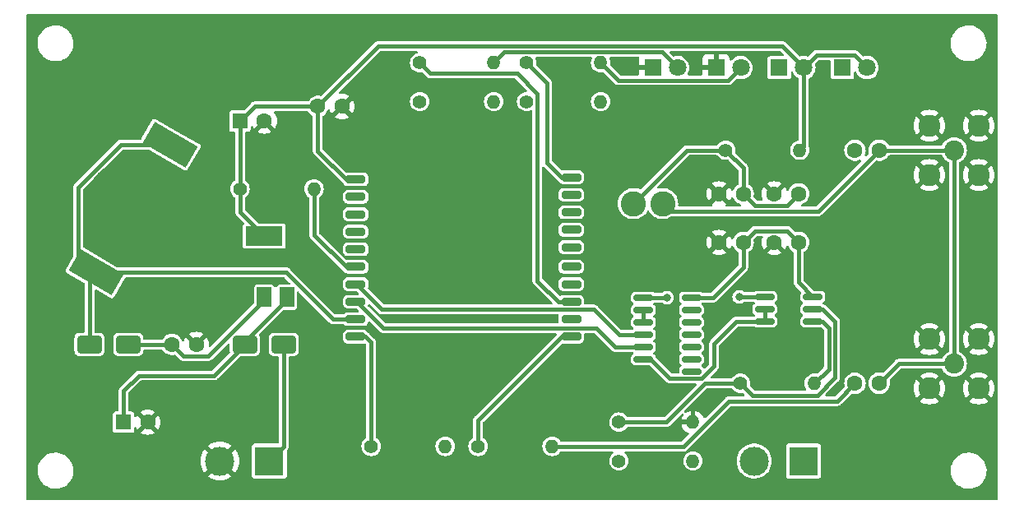
<source format=gbr>
%TF.GenerationSoftware,KiCad,Pcbnew,7.0.10*%
%TF.CreationDate,2024-05-23T22:50:19+08:00*%
%TF.ProjectId,pcb,7063622e-6b69-4636-9164-5f7063625858,rev?*%
%TF.SameCoordinates,Original*%
%TF.FileFunction,Copper,L1,Top*%
%TF.FilePolarity,Positive*%
%FSLAX46Y46*%
G04 Gerber Fmt 4.6, Leading zero omitted, Abs format (unit mm)*
G04 Created by KiCad (PCBNEW 7.0.10) date 2024-05-23 22:50:19*
%MOMM*%
%LPD*%
G01*
G04 APERTURE LIST*
G04 Aperture macros list*
%AMRoundRect*
0 Rectangle with rounded corners*
0 $1 Rounding radius*
0 $2 $3 $4 $5 $6 $7 $8 $9 X,Y pos of 4 corners*
0 Add a 4 corners polygon primitive as box body*
4,1,4,$2,$3,$4,$5,$6,$7,$8,$9,$2,$3,0*
0 Add four circle primitives for the rounded corners*
1,1,$1+$1,$2,$3*
1,1,$1+$1,$4,$5*
1,1,$1+$1,$6,$7*
1,1,$1+$1,$8,$9*
0 Add four rect primitives between the rounded corners*
20,1,$1+$1,$2,$3,$4,$5,0*
20,1,$1+$1,$4,$5,$6,$7,0*
20,1,$1+$1,$6,$7,$8,$9,0*
20,1,$1+$1,$8,$9,$2,$3,0*%
%AMRotRect*
0 Rectangle, with rotation*
0 The origin of the aperture is its center*
0 $1 length*
0 $2 width*
0 $3 Rotation angle, in degrees counterclockwise*
0 Add horizontal line*
21,1,$1,$2,0,0,$3*%
G04 Aperture macros list end*
%TA.AperFunction,ComponentPad*%
%ADD10C,1.400000*%
%TD*%
%TA.AperFunction,ComponentPad*%
%ADD11O,1.400000X1.400000*%
%TD*%
%TA.AperFunction,ComponentPad*%
%ADD12R,1.800000X1.800000*%
%TD*%
%TA.AperFunction,ComponentPad*%
%ADD13C,1.800000*%
%TD*%
%TA.AperFunction,SMDPad,CuDef*%
%ADD14RoundRect,0.250000X-1.000000X-0.650000X1.000000X-0.650000X1.000000X0.650000X-1.000000X0.650000X0*%
%TD*%
%TA.AperFunction,SMDPad,CuDef*%
%ADD15RoundRect,0.150000X-0.825000X-0.150000X0.825000X-0.150000X0.825000X0.150000X-0.825000X0.150000X0*%
%TD*%
%TA.AperFunction,ComponentPad*%
%ADD16C,2.050000*%
%TD*%
%TA.AperFunction,ComponentPad*%
%ADD17C,2.250000*%
%TD*%
%TA.AperFunction,ComponentPad*%
%ADD18C,1.600000*%
%TD*%
%TA.AperFunction,ComponentPad*%
%ADD19C,2.600000*%
%TD*%
%TA.AperFunction,SMDPad,CuDef*%
%ADD20RotRect,2.500000X5.100000X240.000000*%
%TD*%
%TA.AperFunction,SMDPad,CuDef*%
%ADD21C,10.200000*%
%TD*%
%TA.AperFunction,SMDPad,CuDef*%
%ADD22RoundRect,0.200000X-0.800000X-0.200000X0.800000X-0.200000X0.800000X0.200000X-0.800000X0.200000X0*%
%TD*%
%TA.AperFunction,ComponentPad*%
%ADD23R,3.000000X3.000000*%
%TD*%
%TA.AperFunction,ComponentPad*%
%ADD24C,3.000000*%
%TD*%
%TA.AperFunction,SMDPad,CuDef*%
%ADD25RoundRect,0.250000X1.000000X0.650000X-1.000000X0.650000X-1.000000X-0.650000X1.000000X-0.650000X0*%
%TD*%
%TA.AperFunction,ComponentPad*%
%ADD26R,1.600000X1.600000*%
%TD*%
%TA.AperFunction,SMDPad,CuDef*%
%ADD27R,1.500000X2.000000*%
%TD*%
%TA.AperFunction,SMDPad,CuDef*%
%ADD28R,3.800000X2.000000*%
%TD*%
%TA.AperFunction,ViaPad*%
%ADD29C,0.800000*%
%TD*%
%TA.AperFunction,Conductor*%
%ADD30C,0.400000*%
%TD*%
G04 APERTURE END LIST*
D10*
%TO.P,R2,1*%
%TO.N,/GNSS_PPS_B*%
X120500000Y-55000000D03*
D11*
%TO.P,R2,2*%
%TO.N,Net-(D4-A)*%
X128120000Y-55000000D03*
%TD*%
D10*
%TO.P,R3,1*%
%TO.N,Net-(C3-Pad2)*%
X152000000Y-64000000D03*
D11*
%TO.P,R3,2*%
%TO.N,/+3V3*%
X159620000Y-64000000D03*
%TD*%
D12*
%TO.P,D6,1,K*%
%TO.N,Net-(D6-K)*%
X157500000Y-55500000D03*
D13*
%TO.P,D6,2,A*%
%TO.N,/+3V3*%
X160040000Y-55500000D03*
%TD*%
D14*
%TO.P,D3,1,K*%
%TO.N,/Vin*%
X102500000Y-84000000D03*
%TO.P,D3,2,A*%
%TO.N,Net-(D3-A)*%
X106500000Y-84000000D03*
%TD*%
D10*
%TO.P,R9,1*%
%TO.N,/+3V3*%
X141000000Y-96000000D03*
D11*
%TO.P,R9,2*%
%TO.N,/RS485_A*%
X148620000Y-96000000D03*
%TD*%
D10*
%TO.P,R4,1*%
%TO.N,/GNSS_RXD*%
X120500000Y-59000000D03*
D11*
%TO.P,R4,2*%
%TO.N,Net-(D5-K)*%
X128120000Y-59000000D03*
%TD*%
D12*
%TO.P,D1,1,K*%
%TO.N,GND*%
X151000000Y-55500000D03*
D13*
%TO.P,D1,2,A*%
%TO.N,Net-(D1-A)*%
X153540000Y-55500000D03*
%TD*%
D15*
%TO.P,U3,1*%
%TO.N,Net-(U4-RO)*%
X143525000Y-79190000D03*
%TO.P,U3,2*%
%TO.N,Net-(U3-Pad2)*%
X143525000Y-80460000D03*
%TO.P,U3,3*%
X143525000Y-81730000D03*
%TO.P,U3,4*%
%TO.N,/GNSS_RXD*%
X143525000Y-83000000D03*
%TO.P,U3,5*%
%TO.N,/GNSS_TXD*%
X143525000Y-84270000D03*
%TO.P,U3,6*%
%TO.N,Net-(U4-DE)*%
X143525000Y-85540000D03*
%TO.P,U3,7,GND*%
%TO.N,GND*%
X143525000Y-86810000D03*
%TO.P,U3,8*%
%TO.N,unconnected-(U3-Pad8)*%
X148475000Y-86810000D03*
%TO.P,U3,9*%
%TO.N,unconnected-(U3-Pad9)*%
X148475000Y-85540000D03*
%TO.P,U3,10*%
%TO.N,unconnected-(U3-Pad10)*%
X148475000Y-84270000D03*
%TO.P,U3,11*%
%TO.N,unconnected-(U3-Pad11)*%
X148475000Y-83000000D03*
%TO.P,U3,12*%
%TO.N,unconnected-(U3-Pad12)*%
X148475000Y-81730000D03*
%TO.P,U3,13*%
%TO.N,unconnected-(U3-Pad13)*%
X148475000Y-80460000D03*
%TO.P,U3,14,VCC*%
%TO.N,/+3V3*%
X148475000Y-79190000D03*
%TD*%
D10*
%TO.P,R10,1*%
%TO.N,/RS485_B*%
X153500000Y-88000000D03*
D11*
%TO.P,R10,2*%
%TO.N,/RS485_A*%
X161120000Y-88000000D03*
%TD*%
D16*
%TO.P,J2,1,In*%
%TO.N,Net-(J2-In)*%
X175500000Y-64000000D03*
D17*
%TO.P,J2,2,Ext*%
%TO.N,GND*%
X172960000Y-61460000D03*
X172960000Y-66540000D03*
X178040000Y-61460000D03*
X178040000Y-66540000D03*
%TD*%
D18*
%TO.P,C8,1*%
%TO.N,Net-(C8-Pad1)*%
X165300000Y-64000000D03*
%TO.P,C8,2*%
%TO.N,Net-(J2-In)*%
X167800000Y-64000000D03*
%TD*%
D15*
%TO.P,U4,1,RO*%
%TO.N,Net-(U4-RO)*%
X156025000Y-79095000D03*
%TO.P,U4,2,~{RE}*%
%TO.N,Net-(U4-DE)*%
X156025000Y-80365000D03*
%TO.P,U4,3,DE*%
X156025000Y-81635000D03*
%TO.P,U4,4,DI*%
%TO.N,GND*%
X156025000Y-82905000D03*
%TO.P,U4,5,GND*%
X160975000Y-82905000D03*
%TO.P,U4,6,A*%
%TO.N,/RS485_A*%
X160975000Y-81635000D03*
%TO.P,U4,7,B*%
%TO.N,/RS485_B*%
X160975000Y-80365000D03*
%TO.P,U4,8,VCC*%
%TO.N,/+3V3*%
X160975000Y-79095000D03*
%TD*%
D16*
%TO.P,J3,1,In*%
%TO.N,Net-(J2-In)*%
X175500000Y-86000000D03*
D17*
%TO.P,J3,2,Ext*%
%TO.N,GND*%
X172960000Y-83460000D03*
X172960000Y-88540000D03*
X178040000Y-83460000D03*
X178040000Y-88540000D03*
%TD*%
D19*
%TO.P,L1,1*%
%TO.N,Net-(C3-Pad2)*%
X142500000Y-69500000D03*
%TO.P,L1,2*%
%TO.N,Net-(J2-In)*%
X145500000Y-69500000D03*
%TD*%
D10*
%TO.P,R6,1*%
%TO.N,/GNSS_TXD*%
X131500000Y-59000000D03*
D11*
%TO.P,R6,2*%
%TO.N,Net-(D6-K)*%
X139120000Y-59000000D03*
%TD*%
D18*
%TO.P,C10,1*%
%TO.N,GND*%
X157000000Y-73500000D03*
%TO.P,C10,2*%
%TO.N,/+3V3*%
X159500000Y-73500000D03*
%TD*%
D20*
%TO.P,BT1,1,+*%
%TO.N,/VBAT*%
X94800000Y-63418207D03*
X87200000Y-76581793D03*
D21*
%TO.P,BT1,2,-*%
%TO.N,GND*%
X91000000Y-70000000D03*
%TD*%
D22*
%TO.P,U2,1,GND*%
%TO.N,GND*%
X113900000Y-65200000D03*
%TO.P,U2,2,VCC*%
%TO.N,/+3V3*%
X113900000Y-67000000D03*
%TO.P,U2,3,RXD3*%
%TO.N,unconnected-(U2-RXD3-Pad3)*%
X113900000Y-68800000D03*
%TO.P,U2,4,TXD3*%
%TO.N,unconnected-(U2-TXD3-Pad4)*%
X113900000Y-70600000D03*
%TO.P,U2,5,SPI_CLK/I2C_SCL*%
%TO.N,unconnected-(U2-SPI_CLK{slash}I2C_SCL-Pad5)*%
X113900000Y-72400000D03*
%TO.P,U2,6,SPI_CS/I2C_SDA*%
%TO.N,unconnected-(U2-SPI_CS{slash}I2C_SDA-Pad6)*%
X113900000Y-74200000D03*
%TO.P,U2,7,RESET_N*%
%TO.N,Net-(U2-RESET_N)*%
X113900000Y-76000000D03*
%TO.P,U2,8,RXD1/SPI_MOSI*%
%TO.N,/GNSS_RXD*%
X113900000Y-77800000D03*
%TO.P,U2,9,TXD1/SPI_MISO*%
%TO.N,/GNSS_TXD*%
X113900000Y-79600000D03*
%TO.P,U2,10,V_BCKP*%
%TO.N,/VBAT*%
X113900000Y-81400000D03*
%TO.P,U2,11,RF_IN_A*%
%TO.N,/GNSS_ANT_A*%
X113900000Y-83200000D03*
%TO.P,U2,12,GND*%
%TO.N,GND*%
X113900000Y-85000000D03*
%TO.P,U2,13,GND*%
X136100000Y-85000000D03*
%TO.P,U2,14,RF_IN_B*%
%TO.N,/GNSS_ANT_B*%
X136100000Y-83200000D03*
%TO.P,U2,15,RESERVED*%
%TO.N,unconnected-(U2-RESERVED-Pad15)*%
X136100000Y-81400000D03*
%TO.P,U2,16,1PPS_B*%
%TO.N,/GNSS_PPS_B*%
X136100000Y-79600000D03*
%TO.P,U2,17,D_SEL_2*%
%TO.N,unconnected-(U2-D_SEL_2-Pad17)*%
X136100000Y-77800000D03*
%TO.P,U2,18,D_SEL_1*%
%TO.N,unconnected-(U2-D_SEL_1-Pad18)*%
X136100000Y-76000000D03*
%TO.P,U2,19,RXD2*%
%TO.N,unconnected-(U2-RXD2-Pad19)*%
X136100000Y-74000000D03*
%TO.P,U2,20,TXD2*%
%TO.N,unconnected-(U2-TXD2-Pad20)*%
X136100000Y-72200000D03*
%TO.P,U2,21,RESERVED*%
%TO.N,unconnected-(U2-RESERVED-Pad21)*%
X136100000Y-70400000D03*
%TO.P,U2,22,WAKEUP*%
%TO.N,unconnected-(U2-WAKEUP-Pad22)*%
X136100000Y-68600000D03*
%TO.P,U2,23,1PPS_A*%
%TO.N,/GNSS_PPS_A*%
X136100000Y-66800000D03*
%TO.P,U2,24,GND*%
%TO.N,GND*%
X136100000Y-65000000D03*
%TD*%
D10*
%TO.P,R5,1*%
%TO.N,/+3V3*%
X102000000Y-68000000D03*
D11*
%TO.P,R5,2*%
%TO.N,Net-(U2-RESET_N)*%
X109620000Y-68000000D03*
%TD*%
D23*
%TO.P,J1,1,Pin_1*%
%TO.N,Net-(D3-A)*%
X105000000Y-96000000D03*
D24*
%TO.P,J1,2,Pin_2*%
%TO.N,GND*%
X99920000Y-96000000D03*
%TD*%
D18*
%TO.P,C6,1*%
%TO.N,GND*%
X151300000Y-73500000D03*
%TO.P,C6,2*%
%TO.N,/+3V3*%
X153800000Y-73500000D03*
%TD*%
D25*
%TO.P,D2,1,K*%
%TO.N,/+3V3*%
X90500000Y-84000000D03*
%TO.P,D2,2,A*%
%TO.N,/VBAT*%
X86500000Y-84000000D03*
%TD*%
D12*
%TO.P,D4,1,K*%
%TO.N,GND*%
X144500000Y-55500000D03*
D13*
%TO.P,D4,2,A*%
%TO.N,Net-(D4-A)*%
X147040000Y-55500000D03*
%TD*%
D10*
%TO.P,R7,1*%
%TO.N,/GNSS_ANT_A*%
X115500000Y-94500000D03*
D11*
%TO.P,R7,2*%
%TO.N,Net-(C8-Pad1)*%
X123120000Y-94500000D03*
%TD*%
D10*
%TO.P,R8,1*%
%TO.N,/GNSS_ANT_B*%
X126500000Y-94500000D03*
D11*
%TO.P,R8,2*%
%TO.N,Net-(C9-Pad1)*%
X134120000Y-94500000D03*
%TD*%
D26*
%TO.P,C1,1*%
%TO.N,/Vin*%
X90000000Y-92000000D03*
D18*
%TO.P,C1,2*%
%TO.N,GND*%
X92500000Y-92000000D03*
%TD*%
D23*
%TO.P,J4,1,Pin_1*%
%TO.N,/RS485_A*%
X160000000Y-96000000D03*
D24*
%TO.P,J4,2,Pin_2*%
%TO.N,/RS485_B*%
X154920000Y-96000000D03*
%TD*%
D18*
%TO.P,C4,1*%
%TO.N,GND*%
X157000000Y-68500000D03*
%TO.P,C4,2*%
%TO.N,Net-(C3-Pad2)*%
X159500000Y-68500000D03*
%TD*%
%TO.P,C2,1*%
%TO.N,/+3V3*%
X95000000Y-84000000D03*
%TO.P,C2,2*%
%TO.N,GND*%
X97500000Y-84000000D03*
%TD*%
D10*
%TO.P,R11,1*%
%TO.N,/RS485_B*%
X141000000Y-92000000D03*
D11*
%TO.P,R11,2*%
%TO.N,GND*%
X148620000Y-92000000D03*
%TD*%
D26*
%TO.P,C7,1*%
%TO.N,/+3V3*%
X102000000Y-61000000D03*
D18*
%TO.P,C7,2*%
%TO.N,GND*%
X104500000Y-61000000D03*
%TD*%
D12*
%TO.P,D5,1,K*%
%TO.N,Net-(D5-K)*%
X164000000Y-55500000D03*
D13*
%TO.P,D5,2,A*%
%TO.N,/+3V3*%
X166540000Y-55500000D03*
%TD*%
D10*
%TO.P,R1,1*%
%TO.N,/GNSS_PPS_A*%
X131500000Y-55000000D03*
D11*
%TO.P,R1,2*%
%TO.N,Net-(D1-A)*%
X139120000Y-55000000D03*
%TD*%
D18*
%TO.P,C9,1*%
%TO.N,Net-(C9-Pad1)*%
X165300000Y-88000000D03*
%TO.P,C9,2*%
%TO.N,Net-(J2-In)*%
X167800000Y-88000000D03*
%TD*%
%TO.P,C5,1*%
%TO.N,/+3V3*%
X110000000Y-59500000D03*
%TO.P,C5,2*%
%TO.N,GND*%
X112500000Y-59500000D03*
%TD*%
%TO.P,C3,1*%
%TO.N,GND*%
X151300000Y-68500000D03*
%TO.P,C3,2*%
%TO.N,Net-(C3-Pad2)*%
X153800000Y-68500000D03*
%TD*%
D27*
%TO.P,U1,1,GND*%
%TO.N,GND*%
X102200000Y-79150000D03*
%TO.P,U1,2,VO*%
%TO.N,/+3V3*%
X104500000Y-79150000D03*
D28*
X104500000Y-72850000D03*
D27*
%TO.P,U1,3,VI*%
%TO.N,/Vin*%
X106800000Y-79150000D03*
%TD*%
D29*
%TO.N,GND*%
X117920000Y-81390000D03*
%TO.N,/GNSS_RXD*%
X114000000Y-77800000D03*
%TO.N,/GNSS_TXD*%
X114000000Y-79600000D03*
%TO.N,Net-(U4-RO)*%
X145960000Y-79190000D03*
X153390000Y-79110000D03*
%TD*%
D30*
%TO.N,/VBAT*%
X85333270Y-67828730D02*
X89743793Y-63418207D01*
X87200000Y-76581793D02*
X85333270Y-74715063D01*
X86500000Y-77281793D02*
X87200000Y-76581793D01*
X85333270Y-74715063D02*
X85333270Y-67828730D01*
X106781793Y-76581793D02*
X111600000Y-81400000D01*
X86500000Y-84000000D02*
X86500000Y-77281793D01*
X89743793Y-63418207D02*
X94800000Y-63418207D01*
X87200000Y-76581793D02*
X106781793Y-76581793D01*
X111600000Y-81400000D02*
X113900000Y-81400000D01*
%TO.N,/Vin*%
X102500000Y-84000000D02*
X99300000Y-87200000D01*
X99300000Y-87200000D02*
X91590000Y-87200000D01*
X90000000Y-88790000D02*
X90000000Y-92000000D01*
X106800000Y-79400000D02*
X102500000Y-83700000D01*
X91590000Y-87200000D02*
X90000000Y-88790000D01*
%TO.N,/+3V3*%
X150680000Y-79190000D02*
X148475000Y-79190000D01*
X160040000Y-63580000D02*
X159620000Y-64000000D01*
X98723834Y-85200000D02*
X96200000Y-85200000D01*
X159500000Y-77620000D02*
X160975000Y-79095000D01*
X104500000Y-79423834D02*
X98723834Y-85200000D01*
X110000000Y-64100000D02*
X112900000Y-67000000D01*
X159500000Y-73500000D02*
X159500000Y-77620000D01*
X153800000Y-73500000D02*
X153800000Y-76070000D01*
X166540000Y-55500000D02*
X165240000Y-54200000D01*
X95000000Y-84000000D02*
X90500000Y-84000000D01*
X158300000Y-72300000D02*
X155000000Y-72300000D01*
X102000000Y-68000000D02*
X102000000Y-70350000D01*
X96200000Y-85200000D02*
X95000000Y-84000000D01*
X112900000Y-67000000D02*
X113900000Y-67000000D01*
X102000000Y-70350000D02*
X104500000Y-72850000D01*
X110000000Y-59500000D02*
X103500000Y-59500000D01*
X102000000Y-61000000D02*
X102000000Y-68000000D01*
X153800000Y-76070000D02*
X150680000Y-79190000D01*
X160040000Y-55500000D02*
X160040000Y-63580000D01*
X157840000Y-53300000D02*
X160040000Y-55500000D01*
X165240000Y-54200000D02*
X161340000Y-54200000D01*
X110000000Y-59500000D02*
X110000000Y-64100000D01*
X116200000Y-53300000D02*
X157840000Y-53300000D01*
X159500000Y-73500000D02*
X158300000Y-72300000D01*
X110000000Y-59500000D02*
X116200000Y-53300000D01*
X155000000Y-72300000D02*
X153800000Y-73500000D01*
X103500000Y-59500000D02*
X102000000Y-61000000D01*
X161340000Y-54200000D02*
X160040000Y-55500000D01*
%TO.N,Net-(C3-Pad2)*%
X158300000Y-69700000D02*
X159500000Y-68500000D01*
X153800000Y-65800000D02*
X153800000Y-68500000D01*
X155000000Y-69700000D02*
X158300000Y-69700000D01*
X152000000Y-64000000D02*
X153800000Y-65800000D01*
X142500000Y-69500000D02*
X148000000Y-64000000D01*
X148000000Y-64000000D02*
X152000000Y-64000000D01*
X153800000Y-68500000D02*
X155000000Y-69700000D01*
%TO.N,Net-(J2-In)*%
X167800000Y-64000000D02*
X175500000Y-64000000D01*
X169800000Y-86000000D02*
X175500000Y-86000000D01*
X161500000Y-70300000D02*
X167800000Y-64000000D01*
X175500000Y-64000000D02*
X175500000Y-86000000D01*
X146300000Y-70300000D02*
X161500000Y-70300000D01*
X167800000Y-88000000D02*
X169800000Y-86000000D01*
X145500000Y-69500000D02*
X146300000Y-70300000D01*
%TO.N,Net-(C9-Pad1)*%
X152345635Y-89830000D02*
X163470000Y-89830000D01*
X163470000Y-89830000D02*
X165300000Y-88000000D01*
X147675635Y-94500000D02*
X152345635Y-89830000D01*
X134120000Y-94500000D02*
X147675635Y-94500000D01*
%TO.N,/GNSS_PPS_A*%
X133604000Y-65304000D02*
X135100000Y-66800000D01*
X135100000Y-66800000D02*
X136100000Y-66800000D01*
X133604000Y-57104000D02*
X133604000Y-65304000D01*
X131500000Y-55000000D02*
X133604000Y-57104000D01*
%TO.N,Net-(D4-A)*%
X145440000Y-53900000D02*
X129220000Y-53900000D01*
X129220000Y-53900000D02*
X128120000Y-55000000D01*
X147040000Y-55500000D02*
X145440000Y-53900000D01*
%TO.N,/GNSS_PPS_B*%
X132600000Y-77458000D02*
X134742000Y-79600000D01*
X120500000Y-55000000D02*
X121600000Y-56100000D01*
X121600000Y-56100000D02*
X130522000Y-56100000D01*
X130522000Y-56100000D02*
X132600000Y-58178000D01*
X132600000Y-58178000D02*
X132600000Y-77458000D01*
X134742000Y-79600000D02*
X136100000Y-79600000D01*
%TO.N,/RS485_A*%
X162600000Y-82285001D02*
X162600000Y-86520000D01*
X161949999Y-81635000D02*
X162600000Y-82285001D01*
X162600000Y-86520000D02*
X161120000Y-88000000D01*
X160975000Y-81635000D02*
X161949999Y-81635000D01*
%TO.N,/RS485_B*%
X149890502Y-88000000D02*
X145890502Y-92000000D01*
X161445635Y-89230000D02*
X154730000Y-89230000D01*
X145890502Y-92000000D02*
X141000000Y-92000000D01*
X154730000Y-89230000D02*
X153500000Y-88000000D01*
X160975000Y-80365000D02*
X161949999Y-80365000D01*
X153500000Y-88000000D02*
X149890502Y-88000000D01*
X163260000Y-87415635D02*
X161445635Y-89230000D01*
X163260000Y-81675001D02*
X163260000Y-87415635D01*
X161949999Y-80365000D02*
X163260000Y-81675001D01*
%TO.N,/GNSS_RXD*%
X116606528Y-80406528D02*
X138436528Y-80406528D01*
X141030000Y-83000000D02*
X143525000Y-83000000D01*
X114000000Y-77800000D02*
X116606528Y-80406528D01*
X138436528Y-80406528D02*
X141030000Y-83000000D01*
%TO.N,Net-(U2-RESET_N)*%
X109620000Y-68000000D02*
X109620000Y-72720000D01*
X109620000Y-72720000D02*
X112900000Y-76000000D01*
X112900000Y-76000000D02*
X113900000Y-76000000D01*
%TO.N,/GNSS_TXD*%
X140606052Y-84270000D02*
X143525000Y-84270000D01*
X116710987Y-82310987D02*
X138647039Y-82310987D01*
X114000000Y-79600000D02*
X116710987Y-82310987D01*
X138647039Y-82310987D02*
X140606052Y-84270000D01*
%TO.N,Net-(D1-A)*%
X140920000Y-56800000D02*
X139120000Y-55000000D01*
X152240000Y-56800000D02*
X140920000Y-56800000D01*
X153540000Y-55500000D02*
X152240000Y-56800000D01*
%TO.N,/GNSS_ANT_A*%
X114900000Y-83200000D02*
X115500000Y-83800000D01*
X113900000Y-83200000D02*
X114900000Y-83200000D01*
X115500000Y-83800000D02*
X115500000Y-94500000D01*
%TO.N,Net-(D3-A)*%
X106500000Y-94500000D02*
X105000000Y-96000000D01*
X106500000Y-84000000D02*
X106500000Y-94500000D01*
%TO.N,/GNSS_ANT_B*%
X126500000Y-91800000D02*
X126500000Y-94500000D01*
X135100000Y-83200000D02*
X126500000Y-91800000D01*
X136100000Y-83200000D02*
X135100000Y-83200000D01*
%TO.N,Net-(U4-RO)*%
X143525000Y-79190000D02*
X145960000Y-79190000D01*
X153390000Y-79110000D02*
X156010000Y-79110000D01*
%TO.N,Net-(U3-Pad2)*%
X143525000Y-80460000D02*
X143525000Y-81730000D01*
%TO.N,Net-(U4-DE)*%
X156025000Y-81635000D02*
X153105000Y-81635000D01*
X150790000Y-83950000D02*
X150790000Y-86251974D01*
X153105000Y-81635000D02*
X150790000Y-83950000D01*
X149531974Y-87510000D02*
X146250000Y-87510000D01*
X146250000Y-87510000D02*
X144280000Y-85540000D01*
X156025000Y-81635000D02*
X156025000Y-80365000D01*
X150790000Y-86251974D02*
X149531974Y-87510000D01*
%TD*%
%TA.AperFunction,Conductor*%
%TO.N,GND*%
G36*
X155764189Y-72820185D02*
G01*
X155809944Y-72872989D01*
X155819888Y-72942147D01*
X155809532Y-72976905D01*
X155773733Y-73053673D01*
X155773730Y-73053682D01*
X155714860Y-73273389D01*
X155714858Y-73273400D01*
X155695034Y-73499997D01*
X155695034Y-73500002D01*
X155714858Y-73726599D01*
X155714860Y-73726610D01*
X155773730Y-73946317D01*
X155773735Y-73946331D01*
X155869863Y-74152478D01*
X155920974Y-74225472D01*
X156602046Y-73544400D01*
X156614835Y-73625148D01*
X156672359Y-73738045D01*
X156761955Y-73827641D01*
X156874852Y-73885165D01*
X156955599Y-73897953D01*
X156274526Y-74579025D01*
X156347513Y-74630132D01*
X156347521Y-74630136D01*
X156553668Y-74726264D01*
X156553682Y-74726269D01*
X156773389Y-74785139D01*
X156773400Y-74785141D01*
X156999998Y-74804966D01*
X157000002Y-74804966D01*
X157226599Y-74785141D01*
X157226610Y-74785139D01*
X157446317Y-74726269D01*
X157446331Y-74726264D01*
X157652478Y-74630136D01*
X157725471Y-74579024D01*
X157044400Y-73897953D01*
X157125148Y-73885165D01*
X157238045Y-73827641D01*
X157327641Y-73738045D01*
X157385165Y-73625148D01*
X157397953Y-73544400D01*
X158079024Y-74225471D01*
X158130136Y-74152478D01*
X158226264Y-73946331D01*
X158226269Y-73946317D01*
X158234880Y-73914181D01*
X158271244Y-73854521D01*
X158334091Y-73823991D01*
X158403467Y-73832285D01*
X158457345Y-73876770D01*
X158466516Y-73894290D01*
X158466862Y-73894118D01*
X158560327Y-74081821D01*
X158683237Y-74244581D01*
X158833955Y-74381978D01*
X158833957Y-74381979D01*
X158833959Y-74381981D01*
X158940779Y-74448121D01*
X158987413Y-74500146D01*
X158999500Y-74553546D01*
X158999500Y-77552858D01*
X158996667Y-77579206D01*
X158995641Y-77583927D01*
X158995641Y-77583929D01*
X158995641Y-77583930D01*
X158999184Y-77633461D01*
X158999500Y-77642308D01*
X158999500Y-77655797D01*
X159001420Y-77669154D01*
X159002365Y-77677946D01*
X159005909Y-77727486D01*
X159007593Y-77732000D01*
X159014148Y-77757682D01*
X159014834Y-77762455D01*
X159014835Y-77762457D01*
X159030214Y-77796133D01*
X159035457Y-77807612D01*
X159038845Y-77815790D01*
X159056203Y-77862329D01*
X159059096Y-77866194D01*
X159072617Y-77888983D01*
X159074619Y-77893367D01*
X159074622Y-77893372D01*
X159074623Y-77893373D01*
X159107144Y-77930904D01*
X159112688Y-77937785D01*
X159120779Y-77948593D01*
X159130333Y-77958147D01*
X159136353Y-77964614D01*
X159168872Y-78002143D01*
X159168874Y-78002145D01*
X159172928Y-78004750D01*
X159193571Y-78021385D01*
X159738460Y-78566274D01*
X159771945Y-78627597D01*
X159766961Y-78697289D01*
X159750552Y-78727584D01*
X159747210Y-78732111D01*
X159747206Y-78732119D01*
X159702353Y-78860298D01*
X159702353Y-78860300D01*
X159699500Y-78890730D01*
X159699500Y-79299269D01*
X159702353Y-79329699D01*
X159702353Y-79329701D01*
X159747206Y-79457880D01*
X159747207Y-79457882D01*
X159827850Y-79567150D01*
X159913321Y-79630230D01*
X159955571Y-79685877D01*
X159961030Y-79755534D01*
X159927962Y-79817083D01*
X159913321Y-79829769D01*
X159874822Y-79858183D01*
X159827850Y-79892850D01*
X159747207Y-80002117D01*
X159747206Y-80002119D01*
X159702353Y-80130298D01*
X159702353Y-80130300D01*
X159699500Y-80160730D01*
X159699500Y-80569269D01*
X159702353Y-80599699D01*
X159702353Y-80599701D01*
X159745282Y-80722382D01*
X159747207Y-80727882D01*
X159827850Y-80837150D01*
X159913321Y-80900230D01*
X159955571Y-80955877D01*
X159961030Y-81025534D01*
X159927962Y-81087083D01*
X159913321Y-81099769D01*
X159873038Y-81129500D01*
X159827850Y-81162850D01*
X159747207Y-81272117D01*
X159747206Y-81272119D01*
X159702353Y-81400298D01*
X159702353Y-81400300D01*
X159699500Y-81430730D01*
X159699500Y-81839269D01*
X159702353Y-81869699D01*
X159702353Y-81869701D01*
X159746244Y-81995130D01*
X159747207Y-81997882D01*
X159827850Y-82107150D01*
X159937118Y-82187793D01*
X159978145Y-82202149D01*
X160065299Y-82232646D01*
X160095730Y-82235500D01*
X160095734Y-82235500D01*
X161791323Y-82235500D01*
X161858362Y-82255185D01*
X161879004Y-82271819D01*
X162063181Y-82455995D01*
X162096666Y-82517318D01*
X162099500Y-82543676D01*
X162099500Y-86261323D01*
X162079815Y-86328362D01*
X162063181Y-86349004D01*
X161431458Y-86980726D01*
X161370135Y-87014211D01*
X161319593Y-87014664D01*
X161316133Y-87013976D01*
X161120000Y-86994659D01*
X160923870Y-87013975D01*
X160735266Y-87071188D01*
X160561467Y-87164086D01*
X160561460Y-87164090D01*
X160409116Y-87289116D01*
X160284090Y-87441460D01*
X160284086Y-87441467D01*
X160191188Y-87615266D01*
X160133975Y-87803870D01*
X160114659Y-88000000D01*
X160133975Y-88196129D01*
X160191188Y-88384733D01*
X160277947Y-88547047D01*
X160292189Y-88615450D01*
X160267189Y-88680694D01*
X160210884Y-88722064D01*
X160168589Y-88729500D01*
X154988676Y-88729500D01*
X154921637Y-88709815D01*
X154900995Y-88693181D01*
X154519273Y-88311459D01*
X154485788Y-88250136D01*
X154485338Y-88199581D01*
X154486024Y-88196132D01*
X154497167Y-88082989D01*
X154505341Y-88000000D01*
X154486024Y-87803868D01*
X154428814Y-87615273D01*
X154428811Y-87615269D01*
X154428811Y-87615266D01*
X154335913Y-87441467D01*
X154335909Y-87441460D01*
X154210883Y-87289116D01*
X154058539Y-87164090D01*
X154058532Y-87164086D01*
X153884733Y-87071188D01*
X153884727Y-87071186D01*
X153696132Y-87013976D01*
X153696129Y-87013975D01*
X153500000Y-86994659D01*
X153303870Y-87013975D01*
X153115266Y-87071188D01*
X152941467Y-87164086D01*
X152941460Y-87164090D01*
X152789116Y-87289116D01*
X152664089Y-87441461D01*
X152662129Y-87444396D01*
X152660705Y-87445585D01*
X152660225Y-87446171D01*
X152660113Y-87446079D01*
X152608514Y-87489198D01*
X152559030Y-87499500D01*
X150549650Y-87499500D01*
X150482611Y-87479815D01*
X150436856Y-87427011D01*
X150426912Y-87357853D01*
X150455937Y-87294297D01*
X150461969Y-87287819D01*
X150597488Y-87152300D01*
X151096431Y-86653355D01*
X151117068Y-86636725D01*
X151121128Y-86634117D01*
X151153640Y-86596594D01*
X151159674Y-86590113D01*
X151169220Y-86580568D01*
X151177314Y-86569754D01*
X151182852Y-86562880D01*
X151215377Y-86525347D01*
X151217377Y-86520966D01*
X151230911Y-86498157D01*
X151233795Y-86494305D01*
X151251146Y-86447781D01*
X151254533Y-86439607D01*
X151255636Y-86437192D01*
X151275165Y-86394431D01*
X151275851Y-86389657D01*
X151282407Y-86363970D01*
X151284091Y-86359457D01*
X151284091Y-86359452D01*
X151284092Y-86359451D01*
X151285650Y-86337652D01*
X151287633Y-86309920D01*
X151288574Y-86301158D01*
X151290500Y-86287773D01*
X151290500Y-86274271D01*
X151290816Y-86265424D01*
X151294358Y-86215901D01*
X151294357Y-86215897D01*
X151293334Y-86211193D01*
X151290500Y-86184836D01*
X151290500Y-84208676D01*
X151310185Y-84141637D01*
X151326819Y-84120995D01*
X153275995Y-82171819D01*
X153337318Y-82138334D01*
X153363676Y-82135500D01*
X154875460Y-82135500D01*
X154942499Y-82155185D01*
X154949093Y-82159730D01*
X154987113Y-82187790D01*
X154987115Y-82187791D01*
X154987118Y-82187793D01*
X155028145Y-82202149D01*
X155115299Y-82232646D01*
X155145730Y-82235500D01*
X155145734Y-82235500D01*
X156904270Y-82235500D01*
X156934699Y-82232646D01*
X156934701Y-82232646D01*
X156998790Y-82210219D01*
X157062882Y-82187793D01*
X157172150Y-82107150D01*
X157252793Y-81997882D01*
X157285518Y-81904359D01*
X157297646Y-81869701D01*
X157297646Y-81869699D01*
X157300500Y-81839269D01*
X157300500Y-81430730D01*
X157297646Y-81400300D01*
X157297646Y-81400298D01*
X157260049Y-81292855D01*
X157252793Y-81272118D01*
X157172150Y-81162850D01*
X157086677Y-81099768D01*
X157044428Y-81044123D01*
X157038969Y-80974467D01*
X157072036Y-80912917D01*
X157086670Y-80900236D01*
X157172150Y-80837150D01*
X157252793Y-80727882D01*
X157278050Y-80655702D01*
X157297646Y-80599701D01*
X157297646Y-80599699D01*
X157300500Y-80569269D01*
X157300500Y-80160730D01*
X157297646Y-80130300D01*
X157297646Y-80130298D01*
X157252793Y-80002119D01*
X157252792Y-80002117D01*
X157234763Y-79977689D01*
X157172150Y-79892850D01*
X157086677Y-79829768D01*
X157044428Y-79774123D01*
X157038969Y-79704467D01*
X157072036Y-79642917D01*
X157086670Y-79630236D01*
X157172150Y-79567150D01*
X157252793Y-79457882D01*
X157275219Y-79393790D01*
X157297646Y-79329701D01*
X157297646Y-79329699D01*
X157300500Y-79299269D01*
X157300500Y-78890730D01*
X157297646Y-78860300D01*
X157297646Y-78860298D01*
X157252793Y-78732119D01*
X157252792Y-78732117D01*
X157252788Y-78732111D01*
X157172150Y-78622850D01*
X157062882Y-78542207D01*
X157062880Y-78542206D01*
X156934700Y-78497353D01*
X156904270Y-78494500D01*
X156904266Y-78494500D01*
X155145734Y-78494500D01*
X155145730Y-78494500D01*
X155115300Y-78497353D01*
X155115298Y-78497353D01*
X154987119Y-78542206D01*
X154928770Y-78585270D01*
X154863141Y-78609241D01*
X154855136Y-78609500D01*
X153928445Y-78609500D01*
X153861406Y-78589815D01*
X153846218Y-78578316D01*
X153790852Y-78529266D01*
X153790850Y-78529265D01*
X153790849Y-78529264D01*
X153640226Y-78450210D01*
X153475056Y-78409500D01*
X153304944Y-78409500D01*
X153139773Y-78450210D01*
X152989150Y-78529263D01*
X152898846Y-78609266D01*
X152867309Y-78637206D01*
X152861816Y-78642072D01*
X152765182Y-78782068D01*
X152704860Y-78941125D01*
X152704859Y-78941130D01*
X152684355Y-79110000D01*
X152704859Y-79278869D01*
X152704860Y-79278874D01*
X152765182Y-79437931D01*
X152805559Y-79496426D01*
X152861817Y-79577929D01*
X152952119Y-79657929D01*
X152989150Y-79690736D01*
X153139773Y-79769789D01*
X153139775Y-79769790D01*
X153304944Y-79810500D01*
X153475056Y-79810500D01*
X153640225Y-79769790D01*
X153790852Y-79690734D01*
X153846218Y-79641683D01*
X153909451Y-79611963D01*
X153928445Y-79610500D01*
X154883590Y-79610500D01*
X154950629Y-79630185D01*
X154996384Y-79682989D01*
X155006328Y-79752147D01*
X154977303Y-79815703D01*
X154957225Y-79834268D01*
X154923038Y-79859500D01*
X154877850Y-79892850D01*
X154797207Y-80002117D01*
X154797206Y-80002119D01*
X154752353Y-80130298D01*
X154752353Y-80130300D01*
X154749500Y-80160730D01*
X154749500Y-80569269D01*
X154752353Y-80599699D01*
X154752353Y-80599701D01*
X154795282Y-80722382D01*
X154797207Y-80727882D01*
X154877850Y-80837150D01*
X154963321Y-80900230D01*
X155005571Y-80955877D01*
X155011030Y-81025534D01*
X154977962Y-81087083D01*
X154963322Y-81099769D01*
X154963320Y-81099771D01*
X154949094Y-81110270D01*
X154883465Y-81134241D01*
X154875460Y-81134500D01*
X153172138Y-81134500D01*
X153145781Y-81131666D01*
X153141076Y-81130642D01*
X153141068Y-81130642D01*
X153091547Y-81134184D01*
X153082701Y-81134500D01*
X153069197Y-81134500D01*
X153055835Y-81136421D01*
X153047045Y-81137366D01*
X152997517Y-81140909D01*
X152997514Y-81140910D01*
X152992996Y-81142595D01*
X152967320Y-81149148D01*
X152962541Y-81149835D01*
X152917367Y-81170465D01*
X152909194Y-81173851D01*
X152862667Y-81191205D01*
X152862667Y-81191206D01*
X152858802Y-81194099D01*
X152836020Y-81207616D01*
X152831631Y-81209620D01*
X152831630Y-81209621D01*
X152831628Y-81209622D01*
X152831627Y-81209623D01*
X152805432Y-81232319D01*
X152794089Y-81242149D01*
X152787215Y-81247688D01*
X152776406Y-81255780D01*
X152776402Y-81255783D01*
X152766853Y-81265331D01*
X152760387Y-81271350D01*
X152722862Y-81303866D01*
X152722854Y-81303876D01*
X152720243Y-81307938D01*
X152703616Y-81328568D01*
X150483568Y-83548616D01*
X150462938Y-83565243D01*
X150458876Y-83567854D01*
X150458867Y-83567861D01*
X150426353Y-83605384D01*
X150420329Y-83611854D01*
X150410780Y-83621403D01*
X150402678Y-83632226D01*
X150397132Y-83639108D01*
X150364624Y-83676625D01*
X150364617Y-83676636D01*
X150362615Y-83681020D01*
X150349100Y-83703799D01*
X150346206Y-83707664D01*
X150346200Y-83707675D01*
X150328851Y-83754191D01*
X150325466Y-83762365D01*
X150304835Y-83807543D01*
X150304833Y-83807550D01*
X150304146Y-83812327D01*
X150297598Y-83837986D01*
X150295910Y-83842513D01*
X150295909Y-83842516D01*
X150292365Y-83892054D01*
X150291420Y-83900840D01*
X150290382Y-83908063D01*
X150289500Y-83914200D01*
X150289500Y-83927690D01*
X150289184Y-83936537D01*
X150285641Y-83986069D01*
X150285641Y-83986073D01*
X150286666Y-83990785D01*
X150289500Y-84017143D01*
X150289500Y-85993297D01*
X150269815Y-86060336D01*
X150253181Y-86080978D01*
X149882918Y-86451240D01*
X149821595Y-86484725D01*
X149751903Y-86479741D01*
X149695970Y-86437869D01*
X149695618Y-86437397D01*
X149622150Y-86337850D01*
X149536677Y-86274768D01*
X149494428Y-86219123D01*
X149488969Y-86149467D01*
X149522036Y-86087917D01*
X149536670Y-86075236D01*
X149622150Y-86012150D01*
X149702793Y-85902882D01*
X149725219Y-85838790D01*
X149747646Y-85774701D01*
X149747646Y-85774699D01*
X149750500Y-85744269D01*
X149750500Y-85335730D01*
X149747646Y-85305300D01*
X149747646Y-85305298D01*
X149710975Y-85200500D01*
X149702793Y-85177118D01*
X149622150Y-85067850D01*
X149536677Y-85004768D01*
X149494428Y-84949123D01*
X149488969Y-84879467D01*
X149522036Y-84817917D01*
X149536670Y-84805236D01*
X149622150Y-84742150D01*
X149702793Y-84632882D01*
X149729184Y-84557461D01*
X149747646Y-84504701D01*
X149747646Y-84504699D01*
X149750500Y-84474269D01*
X149750500Y-84065730D01*
X149747646Y-84035300D01*
X149747646Y-84035298D01*
X149713087Y-83936537D01*
X149702793Y-83907118D01*
X149622150Y-83797850D01*
X149536677Y-83734768D01*
X149494428Y-83679123D01*
X149488969Y-83609467D01*
X149522036Y-83547917D01*
X149536670Y-83535236D01*
X149622150Y-83472150D01*
X149702793Y-83362882D01*
X149733710Y-83274526D01*
X149747646Y-83234701D01*
X149747646Y-83234699D01*
X149750500Y-83204269D01*
X149750500Y-82795730D01*
X149747646Y-82765300D01*
X149747646Y-82765298D01*
X149704660Y-82642454D01*
X149702793Y-82637118D01*
X149622150Y-82527850D01*
X149536677Y-82464768D01*
X149494428Y-82409123D01*
X149488969Y-82339467D01*
X149522036Y-82277917D01*
X149536670Y-82265236D01*
X149622150Y-82202150D01*
X149702793Y-82092882D01*
X149732622Y-82007636D01*
X149747646Y-81964701D01*
X149747646Y-81964699D01*
X149750500Y-81934269D01*
X149750500Y-81525730D01*
X149747646Y-81495300D01*
X149747646Y-81495298D01*
X149702793Y-81367119D01*
X149702792Y-81367117D01*
X149680464Y-81336864D01*
X149622150Y-81257850D01*
X149536677Y-81194768D01*
X149494428Y-81139123D01*
X149488969Y-81069467D01*
X149522036Y-81007917D01*
X149536670Y-80995236D01*
X149622150Y-80932150D01*
X149702793Y-80822882D01*
X149732615Y-80737656D01*
X149747646Y-80694701D01*
X149747646Y-80694699D01*
X149750500Y-80664269D01*
X149750500Y-80255730D01*
X149747646Y-80225300D01*
X149747646Y-80225298D01*
X149702793Y-80097119D01*
X149702792Y-80097117D01*
X149686764Y-80075400D01*
X149622150Y-79987850D01*
X149536678Y-79924769D01*
X149494428Y-79869121D01*
X149488969Y-79799465D01*
X149522037Y-79737916D01*
X149536670Y-79725236D01*
X149550914Y-79714723D01*
X149616545Y-79690758D01*
X149624540Y-79690500D01*
X150612857Y-79690500D01*
X150639215Y-79693334D01*
X150643927Y-79694359D01*
X150693461Y-79690815D01*
X150702308Y-79690500D01*
X150715799Y-79690500D01*
X150729156Y-79688579D01*
X150737951Y-79687633D01*
X150787483Y-79684091D01*
X150791992Y-79682408D01*
X150817685Y-79675850D01*
X150822457Y-79675165D01*
X150867637Y-79654530D01*
X150875801Y-79651149D01*
X150922331Y-79633796D01*
X150926189Y-79630907D01*
X150948995Y-79617375D01*
X150953373Y-79615377D01*
X150990899Y-79582859D01*
X150997778Y-79577316D01*
X151008593Y-79569221D01*
X151018155Y-79559658D01*
X151024605Y-79553653D01*
X151062143Y-79521128D01*
X151064751Y-79517068D01*
X151081381Y-79496431D01*
X154106428Y-76471383D01*
X154127069Y-76454750D01*
X154131128Y-76452143D01*
X154163660Y-76414596D01*
X154169684Y-76408128D01*
X154179213Y-76398600D01*
X154179213Y-76398599D01*
X154179220Y-76398593D01*
X154187319Y-76387772D01*
X154192850Y-76380909D01*
X154225377Y-76343373D01*
X154227375Y-76338995D01*
X154240907Y-76316189D01*
X154243796Y-76312331D01*
X154261149Y-76265801D01*
X154264534Y-76257630D01*
X154267715Y-76250665D01*
X154285165Y-76212457D01*
X154285850Y-76207685D01*
X154292409Y-76181992D01*
X154294091Y-76177483D01*
X154297633Y-76127951D01*
X154298580Y-76119148D01*
X154300500Y-76105799D01*
X154300500Y-76092308D01*
X154300816Y-76083461D01*
X154302159Y-76064680D01*
X154304359Y-76033927D01*
X154303332Y-76029206D01*
X154300500Y-76002858D01*
X154300500Y-74553546D01*
X154320185Y-74486507D01*
X154359218Y-74448122D01*
X154466041Y-74381981D01*
X154556474Y-74299539D01*
X154616762Y-74244581D01*
X154616764Y-74244579D01*
X154739673Y-74081821D01*
X154830582Y-73899250D01*
X154886397Y-73703083D01*
X154905215Y-73500000D01*
X154886397Y-73296917D01*
X154867464Y-73230376D01*
X154868050Y-73160512D01*
X154899045Y-73108766D01*
X155170995Y-72836816D01*
X155232317Y-72803334D01*
X155258675Y-72800500D01*
X155697150Y-72800500D01*
X155764189Y-72820185D01*
G37*
%TD.AperFunction*%
%TA.AperFunction,Conductor*%
G36*
X115358119Y-79873036D02*
G01*
X115386372Y-79894186D01*
X116205142Y-80712955D01*
X116221776Y-80733597D01*
X116224385Y-80737656D01*
X116245788Y-80756202D01*
X116261918Y-80770178D01*
X116268397Y-80776211D01*
X116277924Y-80785738D01*
X116277931Y-80785744D01*
X116277935Y-80785748D01*
X116277938Y-80785750D01*
X116277939Y-80785751D01*
X116288726Y-80793826D01*
X116295619Y-80799381D01*
X116333150Y-80831902D01*
X116333152Y-80831903D01*
X116333153Y-80831903D01*
X116333155Y-80831905D01*
X116337538Y-80833907D01*
X116360335Y-80847433D01*
X116364197Y-80850324D01*
X116410740Y-80867683D01*
X116418888Y-80871058D01*
X116446201Y-80883532D01*
X116464068Y-80891692D01*
X116464069Y-80891692D01*
X116464071Y-80891693D01*
X116468840Y-80892378D01*
X116494530Y-80898935D01*
X116499045Y-80900619D01*
X116548577Y-80904161D01*
X116557371Y-80905107D01*
X116570729Y-80907028D01*
X116584220Y-80907028D01*
X116593066Y-80907343D01*
X116642601Y-80910887D01*
X116647313Y-80909862D01*
X116673671Y-80907028D01*
X134696498Y-80907028D01*
X134763537Y-80926713D01*
X134809292Y-80979517D01*
X134819236Y-81048675D01*
X134812681Y-81074359D01*
X134807936Y-81087083D01*
X134805909Y-81092517D01*
X134799500Y-81152127D01*
X134799500Y-81152134D01*
X134799500Y-81152135D01*
X134799500Y-81647870D01*
X134799501Y-81647879D01*
X134802227Y-81673235D01*
X134789820Y-81741994D01*
X134742208Y-81793130D01*
X134678937Y-81810487D01*
X116969663Y-81810487D01*
X116902624Y-81790802D01*
X116881982Y-81774168D01*
X115201869Y-80094055D01*
X115168384Y-80032732D01*
X115173367Y-79963043D01*
X115182510Y-79938531D01*
X115224382Y-79882599D01*
X115289847Y-79858183D01*
X115358119Y-79873036D01*
G37*
%TD.AperFunction*%
%TA.AperFunction,Conductor*%
G36*
X143045299Y-54420185D02*
G01*
X143091054Y-54472989D01*
X143101550Y-54537755D01*
X143100000Y-54552171D01*
X143100000Y-55250000D01*
X144124722Y-55250000D01*
X144076375Y-55333740D01*
X144046190Y-55465992D01*
X144056327Y-55601265D01*
X144105887Y-55727541D01*
X144123797Y-55750000D01*
X143100000Y-55750000D01*
X143100000Y-56175500D01*
X143080315Y-56242539D01*
X143027511Y-56288294D01*
X142976000Y-56299500D01*
X141178676Y-56299500D01*
X141111637Y-56279815D01*
X141090995Y-56263181D01*
X140139273Y-55311459D01*
X140105788Y-55250136D01*
X140105338Y-55199581D01*
X140106024Y-55196132D01*
X140108952Y-55166401D01*
X140125341Y-55000000D01*
X140106024Y-54803868D01*
X140048814Y-54615273D01*
X140031538Y-54582953D01*
X140017297Y-54514551D01*
X140042297Y-54449307D01*
X140098602Y-54407936D01*
X140140897Y-54400500D01*
X142978260Y-54400500D01*
X143045299Y-54420185D01*
G37*
%TD.AperFunction*%
%TA.AperFunction,Conductor*%
G36*
X151126069Y-64520185D02*
G01*
X151162129Y-64555604D01*
X151164089Y-64558538D01*
X151289116Y-64710883D01*
X151441460Y-64835909D01*
X151441467Y-64835913D01*
X151615266Y-64928811D01*
X151615269Y-64928811D01*
X151615273Y-64928814D01*
X151803868Y-64986024D01*
X152000000Y-65005341D01*
X152196132Y-64986024D01*
X152199581Y-64985338D01*
X152201424Y-64985502D01*
X152202195Y-64985427D01*
X152202209Y-64985573D01*
X152269173Y-64991562D01*
X152311459Y-65019273D01*
X153263181Y-65970995D01*
X153296666Y-66032318D01*
X153299500Y-66058676D01*
X153299500Y-67446452D01*
X153279815Y-67513491D01*
X153240778Y-67551879D01*
X153133957Y-67618020D01*
X152983237Y-67755418D01*
X152860327Y-67918178D01*
X152766862Y-68105882D01*
X152765245Y-68105076D01*
X152727702Y-68153925D01*
X152661934Y-68177511D01*
X152593854Y-68161796D01*
X152545079Y-68111768D01*
X152534880Y-68085818D01*
X152526269Y-68053682D01*
X152526264Y-68053668D01*
X152430136Y-67847521D01*
X152430132Y-67847513D01*
X152379025Y-67774526D01*
X151697953Y-68455598D01*
X151685165Y-68374852D01*
X151627641Y-68261955D01*
X151538045Y-68172359D01*
X151425148Y-68114835D01*
X151344401Y-68102046D01*
X152025472Y-67420974D01*
X151952478Y-67369863D01*
X151746331Y-67273735D01*
X151746317Y-67273730D01*
X151526610Y-67214860D01*
X151526599Y-67214858D01*
X151300002Y-67195034D01*
X151299998Y-67195034D01*
X151073400Y-67214858D01*
X151073389Y-67214860D01*
X150853682Y-67273730D01*
X150853673Y-67273734D01*
X150647516Y-67369866D01*
X150647512Y-67369868D01*
X150574526Y-67420973D01*
X150574526Y-67420974D01*
X151255599Y-68102046D01*
X151174852Y-68114835D01*
X151061955Y-68172359D01*
X150972359Y-68261955D01*
X150914835Y-68374852D01*
X150902046Y-68455598D01*
X150220974Y-67774526D01*
X150220973Y-67774526D01*
X150169868Y-67847512D01*
X150169866Y-67847516D01*
X150073734Y-68053673D01*
X150073730Y-68053682D01*
X150014860Y-68273389D01*
X150014858Y-68273400D01*
X149995034Y-68499997D01*
X149995034Y-68500002D01*
X150014858Y-68726599D01*
X150014860Y-68726610D01*
X150073730Y-68946317D01*
X150073735Y-68946331D01*
X150169863Y-69152478D01*
X150220974Y-69225472D01*
X150902046Y-68544400D01*
X150914835Y-68625148D01*
X150972359Y-68738045D01*
X151061955Y-68827641D01*
X151174852Y-68885165D01*
X151255599Y-68897953D01*
X150574526Y-69579025D01*
X150574920Y-69583529D01*
X150610869Y-69628503D01*
X150618061Y-69698001D01*
X150586539Y-69760356D01*
X150526309Y-69795769D01*
X150496120Y-69799500D01*
X147216020Y-69799500D01*
X147148981Y-69779815D01*
X147103226Y-69727011D01*
X147092402Y-69665771D01*
X147105449Y-69500000D01*
X147085683Y-69248852D01*
X147026873Y-69003889D01*
X146986942Y-68907486D01*
X146930466Y-68771140D01*
X146798839Y-68556346D01*
X146798838Y-68556343D01*
X146744322Y-68492513D01*
X146635224Y-68364776D01*
X146492001Y-68242452D01*
X146443656Y-68201161D01*
X146443653Y-68201160D01*
X146228859Y-68069533D01*
X145996110Y-67973126D01*
X145751151Y-67914317D01*
X145500000Y-67894551D01*
X145248848Y-67914317D01*
X145077160Y-67955536D01*
X145007377Y-67952045D01*
X144950560Y-67911381D01*
X144924747Y-67846455D01*
X144938133Y-67777879D01*
X144960532Y-67747281D01*
X146121525Y-66586289D01*
X148170995Y-64536819D01*
X148232318Y-64503334D01*
X148258676Y-64500500D01*
X151059030Y-64500500D01*
X151126069Y-64520185D01*
G37*
%TD.AperFunction*%
%TA.AperFunction,Conductor*%
G36*
X152379024Y-69225471D02*
G01*
X152430136Y-69152478D01*
X152526264Y-68946331D01*
X152526269Y-68946317D01*
X152534880Y-68914181D01*
X152571244Y-68854521D01*
X152634091Y-68823991D01*
X152703467Y-68832285D01*
X152757345Y-68876770D01*
X152766516Y-68894290D01*
X152766862Y-68894118D01*
X152860327Y-69081821D01*
X152983237Y-69244581D01*
X153133958Y-69381980D01*
X153133960Y-69381982D01*
X153233141Y-69443392D01*
X153307363Y-69489348D01*
X153450157Y-69544666D01*
X153489410Y-69559873D01*
X153544812Y-69602446D01*
X153568402Y-69668213D01*
X153552691Y-69736293D01*
X153502667Y-69785072D01*
X153444616Y-69799500D01*
X152103878Y-69799500D01*
X152036839Y-69779815D01*
X151991084Y-69727011D01*
X151981140Y-69657853D01*
X152010165Y-69594297D01*
X152025332Y-69580618D01*
X152025472Y-69579025D01*
X151344400Y-68897953D01*
X151425148Y-68885165D01*
X151538045Y-68827641D01*
X151627641Y-68738045D01*
X151685165Y-68625148D01*
X151697953Y-68544400D01*
X152379024Y-69225471D01*
G37*
%TD.AperFunction*%
%TA.AperFunction,Conductor*%
G36*
X179942539Y-50020185D02*
G01*
X179988294Y-50072989D01*
X179999500Y-50124500D01*
X179999500Y-99875500D01*
X179979815Y-99942539D01*
X179927011Y-99988294D01*
X179875500Y-99999500D01*
X80124500Y-99999500D01*
X80057461Y-99979815D01*
X80011706Y-99927011D01*
X80000500Y-99875500D01*
X80000500Y-97067763D01*
X81145787Y-97067763D01*
X81175413Y-97337013D01*
X81175415Y-97337024D01*
X81238968Y-97580116D01*
X81243928Y-97599088D01*
X81349870Y-97848390D01*
X81445515Y-98005109D01*
X81490979Y-98079605D01*
X81490986Y-98079615D01*
X81664253Y-98287819D01*
X81664259Y-98287824D01*
X81865998Y-98468582D01*
X82091910Y-98618044D01*
X82337176Y-98733020D01*
X82337183Y-98733022D01*
X82337185Y-98733023D01*
X82596557Y-98811057D01*
X82596564Y-98811058D01*
X82596569Y-98811060D01*
X82864561Y-98850500D01*
X82864566Y-98850500D01*
X83067629Y-98850500D01*
X83067631Y-98850500D01*
X83067636Y-98850499D01*
X83067648Y-98850499D01*
X83105191Y-98847750D01*
X83270156Y-98835677D01*
X83382758Y-98810593D01*
X83534546Y-98776782D01*
X83534548Y-98776781D01*
X83534553Y-98776780D01*
X83787558Y-98680014D01*
X84023777Y-98547441D01*
X84238177Y-98381888D01*
X84426186Y-98186881D01*
X84583799Y-97966579D01*
X84669186Y-97800500D01*
X84707649Y-97725690D01*
X84707651Y-97725684D01*
X84707656Y-97725675D01*
X84795118Y-97469305D01*
X84844319Y-97202933D01*
X84854212Y-96932235D01*
X84824586Y-96662982D01*
X84756072Y-96400912D01*
X84650130Y-96151610D01*
X84557604Y-96000001D01*
X97914891Y-96000001D01*
X97935300Y-96285362D01*
X97996109Y-96564895D01*
X98096091Y-96832958D01*
X98233191Y-97084038D01*
X98233196Y-97084046D01*
X98339882Y-97226561D01*
X98339883Y-97226562D01*
X99235195Y-96331250D01*
X99257340Y-96382587D01*
X99363433Y-96525094D01*
X99499530Y-96639294D01*
X99589216Y-96684335D01*
X98693436Y-97580115D01*
X98835960Y-97686807D01*
X98835961Y-97686808D01*
X99087042Y-97823908D01*
X99087041Y-97823908D01*
X99355104Y-97923890D01*
X99634637Y-97984699D01*
X99919999Y-98005109D01*
X99920001Y-98005109D01*
X100205362Y-97984699D01*
X100484895Y-97923890D01*
X100752958Y-97823908D01*
X101004047Y-97686803D01*
X101146561Y-97580116D01*
X101146562Y-97580115D01*
X101111303Y-97544856D01*
X103199500Y-97544856D01*
X103199502Y-97544882D01*
X103202413Y-97569987D01*
X103202415Y-97569991D01*
X103247793Y-97672764D01*
X103247794Y-97672765D01*
X103327235Y-97752206D01*
X103430009Y-97797585D01*
X103455135Y-97800500D01*
X106544864Y-97800499D01*
X106544879Y-97800497D01*
X106544882Y-97800497D01*
X106569987Y-97797586D01*
X106569988Y-97797585D01*
X106569991Y-97797585D01*
X106672765Y-97752206D01*
X106752206Y-97672765D01*
X106797585Y-97569991D01*
X106800500Y-97544865D01*
X106800499Y-94963738D01*
X106820184Y-94896700D01*
X106830784Y-94882538D01*
X106831124Y-94882145D01*
X106831128Y-94882143D01*
X106863673Y-94844582D01*
X106869684Y-94838128D01*
X106879213Y-94828600D01*
X106879213Y-94828599D01*
X106879220Y-94828593D01*
X106887319Y-94817772D01*
X106892850Y-94810909D01*
X106925377Y-94773373D01*
X106927375Y-94768995D01*
X106940907Y-94746189D01*
X106943796Y-94742331D01*
X106961149Y-94695801D01*
X106964534Y-94687630D01*
X106985165Y-94642457D01*
X106985850Y-94637685D01*
X106992409Y-94611992D01*
X106994091Y-94607483D01*
X106997633Y-94557951D01*
X106998580Y-94549148D01*
X107000500Y-94535799D01*
X107000500Y-94522308D01*
X107000816Y-94513461D01*
X107001779Y-94500000D01*
X107004359Y-94463927D01*
X107003332Y-94459206D01*
X107000500Y-94432858D01*
X107000500Y-85324500D01*
X107020185Y-85257461D01*
X107072989Y-85211706D01*
X107124500Y-85200500D01*
X107543097Y-85200500D01*
X107543102Y-85200500D01*
X107631564Y-85189877D01*
X107772342Y-85134361D01*
X107892922Y-85042922D01*
X107984361Y-84922342D01*
X108039877Y-84781564D01*
X108050500Y-84693102D01*
X108050500Y-83447870D01*
X112599500Y-83447870D01*
X112599501Y-83447876D01*
X112605908Y-83507483D01*
X112656202Y-83642328D01*
X112656206Y-83642335D01*
X112742452Y-83757544D01*
X112742455Y-83757547D01*
X112857664Y-83843793D01*
X112857671Y-83843797D01*
X112992517Y-83894091D01*
X112992516Y-83894091D01*
X112999418Y-83894833D01*
X113052127Y-83900500D01*
X114747872Y-83900499D01*
X114803176Y-83894553D01*
X114815196Y-83893262D01*
X114815442Y-83895553D01*
X114873678Y-83898670D01*
X114920115Y-83927929D01*
X114963181Y-83970995D01*
X114996666Y-84032318D01*
X114999500Y-84058676D01*
X114999500Y-93559030D01*
X114979815Y-93626069D01*
X114944396Y-93662129D01*
X114941461Y-93664089D01*
X114789116Y-93789116D01*
X114664090Y-93941460D01*
X114664086Y-93941467D01*
X114571188Y-94115266D01*
X114513975Y-94303870D01*
X114494659Y-94500000D01*
X114513975Y-94696129D01*
X114513976Y-94696132D01*
X114564788Y-94863637D01*
X114571188Y-94884733D01*
X114664086Y-95058532D01*
X114664090Y-95058539D01*
X114789116Y-95210883D01*
X114941460Y-95335909D01*
X114941467Y-95335913D01*
X115115266Y-95428811D01*
X115115269Y-95428811D01*
X115115273Y-95428814D01*
X115303868Y-95486024D01*
X115500000Y-95505341D01*
X115696132Y-95486024D01*
X115884727Y-95428814D01*
X116058538Y-95335910D01*
X116210883Y-95210883D01*
X116335910Y-95058538D01*
X116398784Y-94940910D01*
X116428811Y-94884733D01*
X116428811Y-94884732D01*
X116428814Y-94884727D01*
X116486024Y-94696132D01*
X116505341Y-94500000D01*
X122114659Y-94500000D01*
X122133975Y-94696129D01*
X122133976Y-94696132D01*
X122184788Y-94863637D01*
X122191188Y-94884733D01*
X122284086Y-95058532D01*
X122284090Y-95058539D01*
X122409116Y-95210883D01*
X122561460Y-95335909D01*
X122561467Y-95335913D01*
X122735266Y-95428811D01*
X122735269Y-95428811D01*
X122735273Y-95428814D01*
X122923868Y-95486024D01*
X123120000Y-95505341D01*
X123316132Y-95486024D01*
X123504727Y-95428814D01*
X123678538Y-95335910D01*
X123830883Y-95210883D01*
X123955910Y-95058538D01*
X124018784Y-94940910D01*
X124048811Y-94884733D01*
X124048811Y-94884732D01*
X124048814Y-94884727D01*
X124106024Y-94696132D01*
X124125341Y-94500000D01*
X124106024Y-94303868D01*
X124048814Y-94115273D01*
X124048811Y-94115269D01*
X124048811Y-94115266D01*
X123955913Y-93941467D01*
X123955909Y-93941460D01*
X123830883Y-93789116D01*
X123678539Y-93664090D01*
X123678532Y-93664086D01*
X123504733Y-93571188D01*
X123504727Y-93571186D01*
X123316132Y-93513976D01*
X123316129Y-93513975D01*
X123120000Y-93494659D01*
X122923870Y-93513975D01*
X122735266Y-93571188D01*
X122561467Y-93664086D01*
X122561460Y-93664090D01*
X122409116Y-93789116D01*
X122284090Y-93941460D01*
X122284086Y-93941467D01*
X122191188Y-94115266D01*
X122133975Y-94303870D01*
X122114659Y-94500000D01*
X116505341Y-94500000D01*
X116486024Y-94303868D01*
X116428814Y-94115273D01*
X116428811Y-94115269D01*
X116428811Y-94115266D01*
X116335913Y-93941467D01*
X116335909Y-93941460D01*
X116210883Y-93789116D01*
X116058538Y-93664089D01*
X116055604Y-93662129D01*
X116054413Y-93660704D01*
X116053829Y-93660225D01*
X116053920Y-93660113D01*
X116010802Y-93608514D01*
X116000500Y-93559030D01*
X116000500Y-83867143D01*
X116003334Y-83840785D01*
X116004359Y-83836073D01*
X116000816Y-83786537D01*
X116000500Y-83777690D01*
X116000500Y-83764201D01*
X115998579Y-83750843D01*
X115997633Y-83742045D01*
X115996999Y-83733181D01*
X115994091Y-83692517D01*
X115992407Y-83688002D01*
X115985850Y-83662312D01*
X115985165Y-83657543D01*
X115964530Y-83612360D01*
X115961155Y-83604212D01*
X115943796Y-83557669D01*
X115940905Y-83553807D01*
X115927379Y-83531010D01*
X115925377Y-83526627D01*
X115901074Y-83498580D01*
X115892860Y-83489100D01*
X115887306Y-83482207D01*
X115879228Y-83471416D01*
X115879226Y-83471413D01*
X115879221Y-83471407D01*
X115869677Y-83461863D01*
X115863658Y-83455400D01*
X115831128Y-83417857D01*
X115831125Y-83417854D01*
X115827066Y-83415246D01*
X115806428Y-83398614D01*
X115301385Y-82893571D01*
X115284750Y-82872928D01*
X115282145Y-82868874D01*
X115282143Y-82868872D01*
X115244614Y-82836353D01*
X115238147Y-82830333D01*
X115228593Y-82820779D01*
X115217785Y-82812688D01*
X115210904Y-82807144D01*
X115173373Y-82774623D01*
X115173372Y-82774622D01*
X115165912Y-82769828D01*
X115166889Y-82768307D01*
X115128749Y-82737570D01*
X115057546Y-82642454D01*
X114942331Y-82556204D01*
X114942329Y-82556203D01*
X114942328Y-82556202D01*
X114807482Y-82505908D01*
X114807483Y-82505908D01*
X114747883Y-82499501D01*
X114747881Y-82499500D01*
X114747873Y-82499500D01*
X114747864Y-82499500D01*
X113052129Y-82499500D01*
X113052123Y-82499501D01*
X112992516Y-82505908D01*
X112857671Y-82556202D01*
X112857664Y-82556206D01*
X112742455Y-82642452D01*
X112742452Y-82642455D01*
X112656206Y-82757664D01*
X112656202Y-82757671D01*
X112609032Y-82884143D01*
X112605909Y-82892517D01*
X112599500Y-82952127D01*
X112599500Y-82952134D01*
X112599500Y-82952135D01*
X112599500Y-83447870D01*
X108050500Y-83447870D01*
X108050500Y-83306898D01*
X108039877Y-83218436D01*
X107984361Y-83077658D01*
X107984360Y-83077657D01*
X107984360Y-83077656D01*
X107892922Y-82957077D01*
X107772343Y-82865639D01*
X107658588Y-82820780D01*
X107631564Y-82810123D01*
X107631563Y-82810122D01*
X107631561Y-82810122D01*
X107585926Y-82804642D01*
X107543102Y-82799500D01*
X105456898Y-82799500D01*
X105417853Y-82804188D01*
X105368438Y-82810122D01*
X105227656Y-82865639D01*
X105107077Y-82957077D01*
X105015639Y-83077656D01*
X104960122Y-83218438D01*
X104954188Y-83267853D01*
X104949500Y-83306898D01*
X104949500Y-84693102D01*
X104954069Y-84731146D01*
X104960122Y-84781561D01*
X105015639Y-84922343D01*
X105107077Y-85042922D01*
X105227656Y-85134360D01*
X105227657Y-85134360D01*
X105227658Y-85134361D01*
X105368436Y-85189877D01*
X105456898Y-85200500D01*
X105875500Y-85200500D01*
X105942539Y-85220185D01*
X105988294Y-85272989D01*
X105999500Y-85324500D01*
X105999500Y-94075500D01*
X105979815Y-94142539D01*
X105927011Y-94188294D01*
X105875500Y-94199500D01*
X103455143Y-94199500D01*
X103455117Y-94199502D01*
X103430012Y-94202413D01*
X103430008Y-94202415D01*
X103327235Y-94247793D01*
X103247794Y-94327234D01*
X103202415Y-94430006D01*
X103202415Y-94430008D01*
X103199500Y-94455131D01*
X103199500Y-97544856D01*
X101111303Y-97544856D01*
X100253748Y-96687300D01*
X100263409Y-96683784D01*
X100411844Y-96586157D01*
X100533764Y-96456930D01*
X100605768Y-96332215D01*
X101500115Y-97226562D01*
X101500116Y-97226561D01*
X101606803Y-97084047D01*
X101743908Y-96832958D01*
X101843890Y-96564895D01*
X101904699Y-96285362D01*
X101925109Y-96000001D01*
X101925109Y-95999998D01*
X101904699Y-95714637D01*
X101843890Y-95435104D01*
X101743908Y-95167041D01*
X101606808Y-94915961D01*
X101606807Y-94915960D01*
X101500115Y-94773436D01*
X100604803Y-95668747D01*
X100582660Y-95617413D01*
X100476567Y-95474906D01*
X100340470Y-95360706D01*
X100250782Y-95315663D01*
X101146562Y-94419883D01*
X101146561Y-94419882D01*
X101004046Y-94313196D01*
X101004038Y-94313191D01*
X100752957Y-94176091D01*
X100752958Y-94176091D01*
X100484895Y-94076109D01*
X100205362Y-94015300D01*
X99920001Y-93994891D01*
X99919999Y-93994891D01*
X99634637Y-94015300D01*
X99355104Y-94076109D01*
X99087041Y-94176091D01*
X98835961Y-94313191D01*
X98835953Y-94313196D01*
X98693437Y-94419882D01*
X98693436Y-94419883D01*
X99586252Y-95312699D01*
X99576591Y-95316216D01*
X99428156Y-95413843D01*
X99306236Y-95543070D01*
X99234231Y-95667784D01*
X98339883Y-94773436D01*
X98339882Y-94773437D01*
X98233196Y-94915953D01*
X98233191Y-94915961D01*
X98096091Y-95167041D01*
X97996109Y-95435104D01*
X97935300Y-95714637D01*
X97914891Y-95999998D01*
X97914891Y-96000001D01*
X84557604Y-96000001D01*
X84509018Y-95920390D01*
X84419747Y-95813119D01*
X84335746Y-95712180D01*
X84335740Y-95712175D01*
X84134002Y-95531418D01*
X83908092Y-95381957D01*
X83908090Y-95381956D01*
X83662824Y-95266980D01*
X83662819Y-95266978D01*
X83662814Y-95266976D01*
X83403442Y-95188942D01*
X83403428Y-95188939D01*
X83287791Y-95171921D01*
X83135439Y-95149500D01*
X82932369Y-95149500D01*
X82932351Y-95149500D01*
X82729844Y-95164323D01*
X82729831Y-95164325D01*
X82465453Y-95223217D01*
X82465446Y-95223220D01*
X82212439Y-95319987D01*
X81976226Y-95452557D01*
X81976224Y-95452558D01*
X81976223Y-95452559D01*
X81932884Y-95486024D01*
X81761822Y-95618112D01*
X81573822Y-95813109D01*
X81573816Y-95813116D01*
X81416202Y-96033419D01*
X81416199Y-96033424D01*
X81292350Y-96274309D01*
X81292343Y-96274327D01*
X81204884Y-96530685D01*
X81204882Y-96530695D01*
X81158206Y-96783400D01*
X81155681Y-96797068D01*
X81155680Y-96797075D01*
X81145787Y-97067763D01*
X80000500Y-97067763D01*
X80000500Y-76412842D01*
X84061836Y-76412842D01*
X84090913Y-76521359D01*
X84157227Y-76612044D01*
X84176448Y-76626328D01*
X84177531Y-76627133D01*
X85937500Y-77643250D01*
X85985716Y-77693817D01*
X85999500Y-77750637D01*
X85999500Y-82675500D01*
X85979815Y-82742539D01*
X85927011Y-82788294D01*
X85875500Y-82799500D01*
X85456898Y-82799500D01*
X85417853Y-82804188D01*
X85368438Y-82810122D01*
X85227656Y-82865639D01*
X85107077Y-82957077D01*
X85015639Y-83077656D01*
X84960122Y-83218438D01*
X84954188Y-83267853D01*
X84949500Y-83306898D01*
X84949500Y-84693102D01*
X84954069Y-84731146D01*
X84960122Y-84781561D01*
X85015639Y-84922343D01*
X85107077Y-85042922D01*
X85227656Y-85134360D01*
X85227657Y-85134360D01*
X85227658Y-85134361D01*
X85368436Y-85189877D01*
X85456898Y-85200500D01*
X85456903Y-85200500D01*
X87543097Y-85200500D01*
X87543102Y-85200500D01*
X87631564Y-85189877D01*
X87772342Y-85134361D01*
X87892922Y-85042922D01*
X87984361Y-84922342D01*
X88039877Y-84781564D01*
X88050500Y-84693102D01*
X88050500Y-83306898D01*
X88039877Y-83218436D01*
X87984361Y-83077658D01*
X87984360Y-83077657D01*
X87984360Y-83077656D01*
X87892922Y-82957077D01*
X87772343Y-82865639D01*
X87658588Y-82820780D01*
X87631564Y-82810123D01*
X87631563Y-82810122D01*
X87631561Y-82810122D01*
X87585926Y-82804642D01*
X87543102Y-82799500D01*
X87543097Y-82799500D01*
X87124500Y-82799500D01*
X87057461Y-82779815D01*
X87011706Y-82727011D01*
X87000500Y-82675500D01*
X87000500Y-78471748D01*
X87020185Y-78404709D01*
X87072989Y-78358954D01*
X87142147Y-78349010D01*
X87186499Y-78364360D01*
X88671969Y-79221997D01*
X88695186Y-79232036D01*
X88806881Y-79244124D01*
X88915399Y-79215047D01*
X88993860Y-79157671D01*
X89006084Y-79148732D01*
X89006085Y-79148731D01*
X89021173Y-79128429D01*
X90166713Y-77144292D01*
X90217280Y-77096077D01*
X90274100Y-77082293D01*
X106523117Y-77082293D01*
X106590156Y-77101978D01*
X106610798Y-77118612D01*
X107130005Y-77637819D01*
X107163490Y-77699142D01*
X107158506Y-77768834D01*
X107116634Y-77824767D01*
X107051170Y-77849184D01*
X107042324Y-77849500D01*
X106005143Y-77849500D01*
X106005117Y-77849502D01*
X105980012Y-77852413D01*
X105980008Y-77852415D01*
X105877235Y-77897793D01*
X105797795Y-77977233D01*
X105763433Y-78055054D01*
X105718346Y-78108429D01*
X105651560Y-78128956D01*
X105584278Y-78110117D01*
X105537862Y-78057893D01*
X105536607Y-78055146D01*
X105502206Y-77977235D01*
X105422765Y-77897794D01*
X105342449Y-77862331D01*
X105319992Y-77852415D01*
X105294865Y-77849500D01*
X103705143Y-77849500D01*
X103705117Y-77849502D01*
X103680012Y-77852413D01*
X103680008Y-77852415D01*
X103577235Y-77897793D01*
X103497794Y-77977234D01*
X103452415Y-78080006D01*
X103452415Y-78080008D01*
X103449500Y-78105131D01*
X103449500Y-79715157D01*
X103429815Y-79782196D01*
X103413181Y-79802838D01*
X99006457Y-84209561D01*
X98945134Y-84243046D01*
X98875442Y-84238062D01*
X98819509Y-84196190D01*
X98795092Y-84130726D01*
X98795248Y-84111072D01*
X98804966Y-84000000D01*
X98804966Y-83999997D01*
X98785141Y-83773400D01*
X98785139Y-83773389D01*
X98726269Y-83553682D01*
X98726264Y-83553668D01*
X98630136Y-83347521D01*
X98630132Y-83347513D01*
X98579025Y-83274526D01*
X97897953Y-83955597D01*
X97885165Y-83874852D01*
X97827641Y-83761955D01*
X97738045Y-83672359D01*
X97625148Y-83614835D01*
X97544401Y-83602046D01*
X98225472Y-82920974D01*
X98152478Y-82869863D01*
X97946331Y-82773735D01*
X97946317Y-82773730D01*
X97726610Y-82714860D01*
X97726599Y-82714858D01*
X97500002Y-82695034D01*
X97499998Y-82695034D01*
X97273400Y-82714858D01*
X97273389Y-82714860D01*
X97053682Y-82773730D01*
X97053673Y-82773734D01*
X96847516Y-82869866D01*
X96847512Y-82869868D01*
X96774526Y-82920973D01*
X96774526Y-82920974D01*
X97455599Y-83602046D01*
X97374852Y-83614835D01*
X97261955Y-83672359D01*
X97172359Y-83761955D01*
X97114835Y-83874852D01*
X97102046Y-83955598D01*
X96420974Y-83274526D01*
X96420973Y-83274526D01*
X96369868Y-83347512D01*
X96369866Y-83347516D01*
X96273734Y-83553673D01*
X96273729Y-83553686D01*
X96265118Y-83585821D01*
X96228752Y-83645481D01*
X96165904Y-83676009D01*
X96096529Y-83667712D01*
X96042652Y-83623226D01*
X96033484Y-83605709D01*
X96033138Y-83605882D01*
X95966174Y-83471401D01*
X95939673Y-83418179D01*
X95855638Y-83306898D01*
X95816762Y-83255418D01*
X95666041Y-83118019D01*
X95666039Y-83118017D01*
X95492642Y-83010655D01*
X95492635Y-83010651D01*
X95397546Y-82973814D01*
X95302456Y-82936976D01*
X95101976Y-82899500D01*
X94898024Y-82899500D01*
X94697544Y-82936976D01*
X94697541Y-82936976D01*
X94697541Y-82936977D01*
X94507364Y-83010651D01*
X94507357Y-83010655D01*
X94333960Y-83118017D01*
X94333958Y-83118019D01*
X94183237Y-83255418D01*
X94060326Y-83418178D01*
X94054055Y-83430774D01*
X94006551Y-83482010D01*
X93943056Y-83499500D01*
X92174500Y-83499500D01*
X92107461Y-83479815D01*
X92061706Y-83427011D01*
X92050500Y-83375500D01*
X92050500Y-83306903D01*
X92050500Y-83306898D01*
X92039877Y-83218436D01*
X91984361Y-83077658D01*
X91984360Y-83077657D01*
X91984360Y-83077656D01*
X91892922Y-82957077D01*
X91772343Y-82865639D01*
X91658588Y-82820780D01*
X91631564Y-82810123D01*
X91631563Y-82810122D01*
X91631561Y-82810122D01*
X91585926Y-82804642D01*
X91543102Y-82799500D01*
X89456898Y-82799500D01*
X89417853Y-82804188D01*
X89368438Y-82810122D01*
X89227656Y-82865639D01*
X89107077Y-82957077D01*
X89015639Y-83077656D01*
X88960122Y-83218438D01*
X88954188Y-83267853D01*
X88949500Y-83306898D01*
X88949500Y-84693102D01*
X88954069Y-84731146D01*
X88960122Y-84781561D01*
X89015639Y-84922343D01*
X89107077Y-85042922D01*
X89227656Y-85134360D01*
X89227657Y-85134360D01*
X89227658Y-85134361D01*
X89368436Y-85189877D01*
X89456898Y-85200500D01*
X89456903Y-85200500D01*
X91543097Y-85200500D01*
X91543102Y-85200500D01*
X91631564Y-85189877D01*
X91772342Y-85134361D01*
X91892922Y-85042922D01*
X91984361Y-84922342D01*
X92039877Y-84781564D01*
X92050500Y-84693102D01*
X92050500Y-84624500D01*
X92070185Y-84557461D01*
X92122989Y-84511706D01*
X92174500Y-84500500D01*
X93943056Y-84500500D01*
X94010095Y-84520185D01*
X94054055Y-84569226D01*
X94060326Y-84581821D01*
X94183237Y-84744581D01*
X94333958Y-84881980D01*
X94333960Y-84881982D01*
X94383031Y-84912365D01*
X94507363Y-84989348D01*
X94697544Y-85063024D01*
X94898024Y-85100500D01*
X94898026Y-85100500D01*
X95101974Y-85100500D01*
X95101976Y-85100500D01*
X95282656Y-85066725D01*
X95352169Y-85073756D01*
X95393120Y-85100933D01*
X95798614Y-85506427D01*
X95815248Y-85527069D01*
X95817857Y-85531128D01*
X95833770Y-85544917D01*
X95855390Y-85563650D01*
X95861869Y-85569683D01*
X95871396Y-85579210D01*
X95871403Y-85579216D01*
X95871407Y-85579220D01*
X95871410Y-85579222D01*
X95871411Y-85579223D01*
X95882198Y-85587298D01*
X95889091Y-85592853D01*
X95926622Y-85625374D01*
X95926624Y-85625375D01*
X95926625Y-85625375D01*
X95926627Y-85625377D01*
X95931010Y-85627379D01*
X95953807Y-85640905D01*
X95957669Y-85643796D01*
X96004212Y-85661155D01*
X96012360Y-85664530D01*
X96039673Y-85677004D01*
X96057540Y-85685164D01*
X96057541Y-85685164D01*
X96057543Y-85685165D01*
X96062312Y-85685850D01*
X96088002Y-85692407D01*
X96092517Y-85694091D01*
X96142049Y-85697633D01*
X96150843Y-85698579D01*
X96164201Y-85700500D01*
X96177692Y-85700500D01*
X96186538Y-85700815D01*
X96236073Y-85704359D01*
X96240785Y-85703334D01*
X96267143Y-85700500D01*
X98656691Y-85700500D01*
X98683049Y-85703334D01*
X98687761Y-85704359D01*
X98737295Y-85700815D01*
X98746142Y-85700500D01*
X98759633Y-85700500D01*
X98772990Y-85698579D01*
X98781785Y-85697633D01*
X98831317Y-85694091D01*
X98835826Y-85692408D01*
X98861519Y-85685850D01*
X98866291Y-85685165D01*
X98911471Y-85664530D01*
X98919635Y-85661149D01*
X98966165Y-85643796D01*
X98970023Y-85640907D01*
X98992829Y-85627375D01*
X98997207Y-85625377D01*
X99034741Y-85592853D01*
X99041612Y-85587316D01*
X99052427Y-85579221D01*
X99061989Y-85569658D01*
X99068443Y-85563650D01*
X99105977Y-85531128D01*
X99108585Y-85527068D01*
X99125215Y-85506431D01*
X100737819Y-83893828D01*
X100799142Y-83860343D01*
X100868834Y-83865327D01*
X100924767Y-83907199D01*
X100949184Y-83972663D01*
X100949500Y-83981509D01*
X100949500Y-84693102D01*
X100951985Y-84713794D01*
X100958350Y-84766806D01*
X100946797Y-84835714D01*
X100922915Y-84869269D01*
X99129005Y-86663181D01*
X99067682Y-86696666D01*
X99041324Y-86699500D01*
X91657143Y-86699500D01*
X91630785Y-86696666D01*
X91626074Y-86695641D01*
X91626070Y-86695641D01*
X91576539Y-86699184D01*
X91567692Y-86699500D01*
X91554200Y-86699500D01*
X91548063Y-86700382D01*
X91540840Y-86701420D01*
X91532054Y-86702365D01*
X91482516Y-86705909D01*
X91482513Y-86705910D01*
X91477986Y-86707598D01*
X91452327Y-86714146D01*
X91447550Y-86714833D01*
X91447543Y-86714835D01*
X91402365Y-86735466D01*
X91394191Y-86738851D01*
X91347675Y-86756200D01*
X91347664Y-86756206D01*
X91343799Y-86759100D01*
X91321020Y-86772615D01*
X91316636Y-86774617D01*
X91316625Y-86774624D01*
X91279108Y-86807132D01*
X91272226Y-86812678D01*
X91261403Y-86820780D01*
X91251854Y-86830329D01*
X91245384Y-86836353D01*
X91207861Y-86868867D01*
X91207854Y-86868876D01*
X91205243Y-86872938D01*
X91188616Y-86893568D01*
X89693568Y-88388616D01*
X89672938Y-88405243D01*
X89668876Y-88407854D01*
X89668867Y-88407861D01*
X89636353Y-88445384D01*
X89630329Y-88451854D01*
X89620780Y-88461403D01*
X89612678Y-88472226D01*
X89607132Y-88479108D01*
X89574624Y-88516625D01*
X89574617Y-88516636D01*
X89572615Y-88521020D01*
X89559100Y-88543799D01*
X89556206Y-88547664D01*
X89556200Y-88547675D01*
X89538851Y-88594191D01*
X89535466Y-88602365D01*
X89514835Y-88647543D01*
X89514833Y-88647550D01*
X89514146Y-88652327D01*
X89507598Y-88677986D01*
X89505910Y-88682513D01*
X89505909Y-88682516D01*
X89502365Y-88732054D01*
X89501420Y-88740845D01*
X89499500Y-88754200D01*
X89499500Y-88767690D01*
X89499184Y-88776537D01*
X89495641Y-88826069D01*
X89495641Y-88826073D01*
X89496666Y-88830785D01*
X89499500Y-88857143D01*
X89499500Y-90775500D01*
X89479815Y-90842539D01*
X89427011Y-90888294D01*
X89375501Y-90899500D01*
X89155143Y-90899500D01*
X89155117Y-90899502D01*
X89130012Y-90902413D01*
X89130008Y-90902415D01*
X89027235Y-90947793D01*
X88947794Y-91027234D01*
X88902415Y-91130006D01*
X88902415Y-91130008D01*
X88899500Y-91155131D01*
X88899500Y-92844856D01*
X88899502Y-92844882D01*
X88902413Y-92869987D01*
X88902415Y-92869991D01*
X88947793Y-92972764D01*
X88947794Y-92972765D01*
X89027235Y-93052206D01*
X89130009Y-93097585D01*
X89155135Y-93100500D01*
X90844864Y-93100499D01*
X90844879Y-93100497D01*
X90844882Y-93100497D01*
X90869987Y-93097586D01*
X90869988Y-93097585D01*
X90869991Y-93097585D01*
X90972765Y-93052206D01*
X91052206Y-92972765D01*
X91097585Y-92869991D01*
X91100500Y-92844865D01*
X91100499Y-92634151D01*
X91120183Y-92567114D01*
X91172987Y-92521359D01*
X91242145Y-92511415D01*
X91305701Y-92540440D01*
X91336881Y-92581748D01*
X91369864Y-92652480D01*
X91420974Y-92725472D01*
X92102046Y-92044400D01*
X92114835Y-92125148D01*
X92172359Y-92238045D01*
X92261955Y-92327641D01*
X92374852Y-92385165D01*
X92455599Y-92397953D01*
X91774526Y-93079025D01*
X91847513Y-93130132D01*
X91847521Y-93130136D01*
X92053668Y-93226264D01*
X92053682Y-93226269D01*
X92273389Y-93285139D01*
X92273400Y-93285141D01*
X92499998Y-93304966D01*
X92500002Y-93304966D01*
X92726599Y-93285141D01*
X92726610Y-93285139D01*
X92946317Y-93226269D01*
X92946331Y-93226264D01*
X93152478Y-93130136D01*
X93225471Y-93079024D01*
X92544400Y-92397953D01*
X92625148Y-92385165D01*
X92738045Y-92327641D01*
X92827641Y-92238045D01*
X92885165Y-92125148D01*
X92897953Y-92044400D01*
X93579024Y-92725471D01*
X93630136Y-92652478D01*
X93726264Y-92446331D01*
X93726269Y-92446317D01*
X93785139Y-92226610D01*
X93785141Y-92226599D01*
X93804966Y-92000002D01*
X93804966Y-91999997D01*
X93785141Y-91773400D01*
X93785139Y-91773389D01*
X93726269Y-91553682D01*
X93726264Y-91553668D01*
X93630136Y-91347521D01*
X93630132Y-91347513D01*
X93579025Y-91274526D01*
X92897953Y-91955598D01*
X92885165Y-91874852D01*
X92827641Y-91761955D01*
X92738045Y-91672359D01*
X92625148Y-91614835D01*
X92544401Y-91602046D01*
X93225472Y-90920974D01*
X93152478Y-90869863D01*
X92946331Y-90773735D01*
X92946317Y-90773730D01*
X92726610Y-90714860D01*
X92726599Y-90714858D01*
X92500002Y-90695034D01*
X92499998Y-90695034D01*
X92273400Y-90714858D01*
X92273389Y-90714860D01*
X92053682Y-90773730D01*
X92053673Y-90773734D01*
X91847516Y-90869866D01*
X91847512Y-90869868D01*
X91774526Y-90920973D01*
X91774526Y-90920974D01*
X92455599Y-91602046D01*
X92374852Y-91614835D01*
X92261955Y-91672359D01*
X92172359Y-91761955D01*
X92114835Y-91874852D01*
X92102046Y-91955598D01*
X91420974Y-91274526D01*
X91420973Y-91274526D01*
X91369868Y-91347512D01*
X91369866Y-91347517D01*
X91336881Y-91418253D01*
X91290708Y-91470692D01*
X91223515Y-91489844D01*
X91156633Y-91469628D01*
X91111299Y-91416462D01*
X91100499Y-91365848D01*
X91100499Y-91155143D01*
X91100499Y-91155136D01*
X91100497Y-91155117D01*
X91097586Y-91130012D01*
X91097585Y-91130010D01*
X91097585Y-91130009D01*
X91052206Y-91027235D01*
X90972765Y-90947794D01*
X90912540Y-90921202D01*
X90869992Y-90902415D01*
X90844868Y-90899500D01*
X90844865Y-90899500D01*
X90624500Y-90899500D01*
X90557461Y-90879815D01*
X90511706Y-90827011D01*
X90500500Y-90775500D01*
X90500500Y-89048676D01*
X90520185Y-88981637D01*
X90536819Y-88960995D01*
X91760995Y-87736819D01*
X91822318Y-87703334D01*
X91848676Y-87700500D01*
X99232857Y-87700500D01*
X99259215Y-87703334D01*
X99263927Y-87704359D01*
X99313461Y-87700815D01*
X99322308Y-87700500D01*
X99335799Y-87700500D01*
X99349156Y-87698579D01*
X99357951Y-87697633D01*
X99407483Y-87694091D01*
X99411992Y-87692408D01*
X99437685Y-87685850D01*
X99442457Y-87685165D01*
X99487637Y-87664530D01*
X99495801Y-87661149D01*
X99542331Y-87643796D01*
X99546189Y-87640907D01*
X99568995Y-87627375D01*
X99573373Y-87625377D01*
X99610899Y-87592859D01*
X99617778Y-87587316D01*
X99628593Y-87579221D01*
X99638155Y-87569658D01*
X99644605Y-87563653D01*
X99682143Y-87531128D01*
X99684751Y-87527068D01*
X99701381Y-87506431D01*
X101970995Y-85236819D01*
X102032318Y-85203334D01*
X102058676Y-85200500D01*
X103543097Y-85200500D01*
X103543102Y-85200500D01*
X103631564Y-85189877D01*
X103772342Y-85134361D01*
X103892922Y-85042922D01*
X103984361Y-84922342D01*
X104039877Y-84781564D01*
X104050500Y-84693102D01*
X104050500Y-83306898D01*
X104039877Y-83218436D01*
X103984361Y-83077658D01*
X103983185Y-83076107D01*
X103982550Y-83074437D01*
X103980205Y-83070266D01*
X103980831Y-83069913D01*
X103958363Y-83010795D01*
X103972792Y-82942432D01*
X103994306Y-82913505D01*
X106420994Y-80486818D01*
X106482317Y-80453333D01*
X106508675Y-80450499D01*
X107594856Y-80450499D01*
X107594864Y-80450499D01*
X107594879Y-80450497D01*
X107594882Y-80450497D01*
X107619987Y-80447586D01*
X107619988Y-80447585D01*
X107619991Y-80447585D01*
X107722765Y-80402206D01*
X107802206Y-80322765D01*
X107847585Y-80219991D01*
X107850500Y-80194865D01*
X107850499Y-78657674D01*
X107870184Y-78590636D01*
X107922987Y-78544881D01*
X107992146Y-78534937D01*
X108055702Y-78563962D01*
X108062180Y-78569994D01*
X111198614Y-81706428D01*
X111215246Y-81727066D01*
X111217854Y-81731125D01*
X111217857Y-81731128D01*
X111255400Y-81763658D01*
X111261863Y-81769677D01*
X111271407Y-81779221D01*
X111271413Y-81779226D01*
X111271416Y-81779228D01*
X111282207Y-81787306D01*
X111289100Y-81792860D01*
X111326627Y-81825377D01*
X111331010Y-81827379D01*
X111353807Y-81840905D01*
X111357669Y-81843796D01*
X111404212Y-81861155D01*
X111412360Y-81864530D01*
X111439673Y-81877004D01*
X111457540Y-81885164D01*
X111457541Y-81885164D01*
X111457543Y-81885165D01*
X111462312Y-81885850D01*
X111488002Y-81892407D01*
X111492517Y-81894091D01*
X111542049Y-81897633D01*
X111550843Y-81898579D01*
X111564201Y-81900500D01*
X111577692Y-81900500D01*
X111586538Y-81900815D01*
X111636073Y-81904359D01*
X111640785Y-81903334D01*
X111667143Y-81900500D01*
X112637680Y-81900500D01*
X112704719Y-81920185D01*
X112736948Y-81950191D01*
X112742454Y-81957546D01*
X112742457Y-81957548D01*
X112857664Y-82043793D01*
X112857671Y-82043797D01*
X112992517Y-82094091D01*
X112992516Y-82094091D01*
X112999444Y-82094835D01*
X113052127Y-82100500D01*
X114747872Y-82100499D01*
X114807483Y-82094091D01*
X114942331Y-82043796D01*
X115057546Y-81957546D01*
X115143796Y-81842331D01*
X115148405Y-81829975D01*
X115172062Y-81766546D01*
X115182509Y-81738534D01*
X115224379Y-81682601D01*
X115289843Y-81658183D01*
X115358116Y-81673034D01*
X115386372Y-81694186D01*
X116309601Y-82617415D01*
X116326233Y-82638053D01*
X116328841Y-82642112D01*
X116328844Y-82642115D01*
X116366387Y-82674645D01*
X116372850Y-82680664D01*
X116382394Y-82690208D01*
X116382400Y-82690213D01*
X116382403Y-82690215D01*
X116393194Y-82698293D01*
X116400087Y-82703847D01*
X116437614Y-82736364D01*
X116441997Y-82738366D01*
X116464794Y-82751892D01*
X116468656Y-82754783D01*
X116515199Y-82772142D01*
X116523347Y-82775517D01*
X116550660Y-82787991D01*
X116568527Y-82796151D01*
X116568528Y-82796151D01*
X116568530Y-82796152D01*
X116573299Y-82796837D01*
X116598989Y-82803394D01*
X116603504Y-82805078D01*
X116653036Y-82808620D01*
X116661830Y-82809566D01*
X116675188Y-82811487D01*
X116688679Y-82811487D01*
X116697525Y-82811802D01*
X116747060Y-82815346D01*
X116751772Y-82814321D01*
X116778130Y-82811487D01*
X134481336Y-82811487D01*
X134548375Y-82831172D01*
X134594130Y-82883976D01*
X134604074Y-82953134D01*
X134575049Y-83016690D01*
X134569017Y-83023168D01*
X126193568Y-91398616D01*
X126172938Y-91415243D01*
X126168876Y-91417854D01*
X126168867Y-91417861D01*
X126136353Y-91455384D01*
X126130329Y-91461854D01*
X126120780Y-91471403D01*
X126112678Y-91482226D01*
X126107132Y-91489108D01*
X126074624Y-91526625D01*
X126074617Y-91526636D01*
X126072615Y-91531020D01*
X126059100Y-91553799D01*
X126056206Y-91557664D01*
X126056200Y-91557675D01*
X126038851Y-91604191D01*
X126035466Y-91612365D01*
X126014835Y-91657543D01*
X126014833Y-91657550D01*
X126014146Y-91662327D01*
X126007598Y-91687986D01*
X126005910Y-91692513D01*
X126005909Y-91692516D01*
X126002365Y-91742054D01*
X126001420Y-91750845D01*
X125999500Y-91764200D01*
X125999500Y-91777690D01*
X125999184Y-91786537D01*
X125995641Y-91836069D01*
X125995641Y-91836073D01*
X125996666Y-91840785D01*
X125999500Y-91867143D01*
X125999500Y-93559030D01*
X125979815Y-93626069D01*
X125944396Y-93662129D01*
X125941461Y-93664089D01*
X125789116Y-93789116D01*
X125664090Y-93941460D01*
X125664086Y-93941467D01*
X125571188Y-94115266D01*
X125513975Y-94303870D01*
X125494659Y-94500000D01*
X125513975Y-94696129D01*
X125513976Y-94696132D01*
X125564788Y-94863637D01*
X125571188Y-94884733D01*
X125664086Y-95058532D01*
X125664090Y-95058539D01*
X125789116Y-95210883D01*
X125941460Y-95335909D01*
X125941467Y-95335913D01*
X126115266Y-95428811D01*
X126115269Y-95428811D01*
X126115273Y-95428814D01*
X126303868Y-95486024D01*
X126500000Y-95505341D01*
X126696132Y-95486024D01*
X126884727Y-95428814D01*
X127058538Y-95335910D01*
X127210883Y-95210883D01*
X127335910Y-95058538D01*
X127398784Y-94940910D01*
X127428811Y-94884733D01*
X127428811Y-94884732D01*
X127428814Y-94884727D01*
X127486024Y-94696132D01*
X127505341Y-94500000D01*
X127486024Y-94303868D01*
X127428814Y-94115273D01*
X127428811Y-94115269D01*
X127428811Y-94115266D01*
X127335913Y-93941467D01*
X127335909Y-93941460D01*
X127210883Y-93789116D01*
X127058538Y-93664089D01*
X127055604Y-93662129D01*
X127054413Y-93660704D01*
X127053829Y-93660225D01*
X127053920Y-93660113D01*
X127010802Y-93608514D01*
X127000500Y-93559030D01*
X127000500Y-92058675D01*
X127020185Y-91991636D01*
X127036814Y-91970999D01*
X135079886Y-83927926D01*
X135141207Y-83894443D01*
X135184635Y-83894833D01*
X135184804Y-83893262D01*
X135199418Y-83894833D01*
X135252127Y-83900500D01*
X136947872Y-83900499D01*
X137007483Y-83894091D01*
X137142331Y-83843796D01*
X137257546Y-83757546D01*
X137343796Y-83642331D01*
X137394091Y-83507483D01*
X137400500Y-83447873D01*
X137400499Y-82952128D01*
X137400135Y-82948739D01*
X137412542Y-82879980D01*
X137460154Y-82828844D01*
X137523425Y-82811487D01*
X138388363Y-82811487D01*
X138455402Y-82831172D01*
X138476044Y-82847806D01*
X140204666Y-84576428D01*
X140221298Y-84597066D01*
X140223906Y-84601125D01*
X140223909Y-84601128D01*
X140261452Y-84633658D01*
X140267915Y-84639677D01*
X140277459Y-84649221D01*
X140277465Y-84649226D01*
X140277468Y-84649228D01*
X140288259Y-84657306D01*
X140295152Y-84662860D01*
X140332679Y-84695377D01*
X140337062Y-84697379D01*
X140359859Y-84710905D01*
X140363721Y-84713796D01*
X140410264Y-84731155D01*
X140418412Y-84734530D01*
X140440420Y-84744581D01*
X140463592Y-84755164D01*
X140463593Y-84755164D01*
X140463595Y-84755165D01*
X140468364Y-84755850D01*
X140494054Y-84762407D01*
X140498569Y-84764091D01*
X140548101Y-84767633D01*
X140556895Y-84768579D01*
X140570253Y-84770500D01*
X140583744Y-84770500D01*
X140592590Y-84770815D01*
X140642125Y-84774359D01*
X140646837Y-84773334D01*
X140673195Y-84770500D01*
X142375460Y-84770500D01*
X142442499Y-84790185D01*
X142449089Y-84794727D01*
X142456447Y-84800157D01*
X142463316Y-84805227D01*
X142505569Y-84860871D01*
X142511031Y-84930527D01*
X142477966Y-84992078D01*
X142463321Y-85004769D01*
X142377850Y-85067850D01*
X142297207Y-85177117D01*
X142297206Y-85177119D01*
X142252353Y-85305298D01*
X142252353Y-85305300D01*
X142249500Y-85335730D01*
X142249500Y-85744269D01*
X142252353Y-85774699D01*
X142252353Y-85774701D01*
X142297206Y-85902880D01*
X142297207Y-85902882D01*
X142377850Y-86012150D01*
X142487118Y-86092793D01*
X142529845Y-86107744D01*
X142615299Y-86137646D01*
X142645730Y-86140500D01*
X142645734Y-86140500D01*
X144121324Y-86140500D01*
X144188363Y-86160185D01*
X144209005Y-86176819D01*
X145848614Y-87816428D01*
X145865246Y-87837066D01*
X145867854Y-87841125D01*
X145867857Y-87841128D01*
X145905400Y-87873658D01*
X145911863Y-87879677D01*
X145921407Y-87889221D01*
X145921413Y-87889226D01*
X145921416Y-87889228D01*
X145932207Y-87897306D01*
X145939100Y-87902860D01*
X145976627Y-87935377D01*
X145981010Y-87937379D01*
X146003807Y-87950905D01*
X146007669Y-87953796D01*
X146054212Y-87971155D01*
X146062360Y-87974530D01*
X146088519Y-87986477D01*
X146107540Y-87995164D01*
X146107541Y-87995164D01*
X146107543Y-87995165D01*
X146112312Y-87995850D01*
X146138002Y-88002407D01*
X146142517Y-88004091D01*
X146192049Y-88007633D01*
X146200843Y-88008579D01*
X146214201Y-88010500D01*
X146227692Y-88010500D01*
X146236538Y-88010815D01*
X146286073Y-88014359D01*
X146290785Y-88013334D01*
X146317143Y-88010500D01*
X148872827Y-88010500D01*
X148939866Y-88030185D01*
X148985621Y-88082989D01*
X148995565Y-88152147D01*
X148966540Y-88215703D01*
X148960508Y-88222181D01*
X145719507Y-91463181D01*
X145658184Y-91496666D01*
X145631826Y-91499500D01*
X141940970Y-91499500D01*
X141873931Y-91479815D01*
X141837871Y-91444396D01*
X141835910Y-91441461D01*
X141710883Y-91289116D01*
X141558539Y-91164090D01*
X141558532Y-91164086D01*
X141384733Y-91071188D01*
X141384727Y-91071186D01*
X141209968Y-91018173D01*
X141196129Y-91013975D01*
X141000000Y-90994659D01*
X140803870Y-91013975D01*
X140615266Y-91071188D01*
X140441467Y-91164086D01*
X140441460Y-91164090D01*
X140289116Y-91289116D01*
X140164090Y-91441460D01*
X140164086Y-91441467D01*
X140071188Y-91615266D01*
X140013975Y-91803870D01*
X139994659Y-92000000D01*
X140013975Y-92196129D01*
X140013976Y-92196132D01*
X140064788Y-92363637D01*
X140071188Y-92384733D01*
X140164086Y-92558532D01*
X140164090Y-92558539D01*
X140289116Y-92710883D01*
X140441460Y-92835909D01*
X140441467Y-92835913D01*
X140615266Y-92928811D01*
X140615269Y-92928811D01*
X140615273Y-92928814D01*
X140803868Y-92986024D01*
X141000000Y-93005341D01*
X141196132Y-92986024D01*
X141384727Y-92928814D01*
X141558538Y-92835910D01*
X141710883Y-92710883D01*
X141835910Y-92558538D01*
X141837871Y-92555604D01*
X141839294Y-92554414D01*
X141839775Y-92553829D01*
X141839886Y-92553920D01*
X141891486Y-92510802D01*
X141940970Y-92500500D01*
X145823359Y-92500500D01*
X145849717Y-92503334D01*
X145854429Y-92504359D01*
X145903963Y-92500815D01*
X145912810Y-92500500D01*
X145926301Y-92500500D01*
X145939658Y-92498579D01*
X145948453Y-92497633D01*
X145997985Y-92494091D01*
X146002494Y-92492408D01*
X146028187Y-92485850D01*
X146032959Y-92485165D01*
X146078139Y-92464530D01*
X146086303Y-92461149D01*
X146132833Y-92443796D01*
X146136691Y-92440907D01*
X146159497Y-92427375D01*
X146163875Y-92425377D01*
X146201401Y-92392859D01*
X146208280Y-92387316D01*
X146219095Y-92379221D01*
X146228657Y-92369658D01*
X146235107Y-92363653D01*
X146272645Y-92331128D01*
X146275253Y-92327068D01*
X146291883Y-92306431D01*
X147450636Y-91147678D01*
X147511957Y-91114195D01*
X147581649Y-91119179D01*
X147637582Y-91161051D01*
X147661999Y-91226515D01*
X147647147Y-91294788D01*
X147637270Y-91310087D01*
X147595368Y-91365575D01*
X147496239Y-91564650D01*
X147443505Y-91750000D01*
X148370000Y-91750000D01*
X148370000Y-90825946D01*
X148290200Y-90840864D01*
X148082822Y-90921201D01*
X148082820Y-90921202D01*
X147926208Y-91018173D01*
X147858847Y-91036729D01*
X147792148Y-91015920D01*
X147747286Y-90962355D01*
X147738506Y-90893039D01*
X147768594Y-90829980D01*
X147773231Y-90825083D01*
X150061496Y-88536819D01*
X150122819Y-88503334D01*
X150149177Y-88500500D01*
X152559030Y-88500500D01*
X152626069Y-88520185D01*
X152662129Y-88555604D01*
X152664089Y-88558538D01*
X152789116Y-88710883D01*
X152941460Y-88835909D01*
X152941467Y-88835913D01*
X153115266Y-88928811D01*
X153115269Y-88928811D01*
X153115273Y-88928814D01*
X153303868Y-88986024D01*
X153500000Y-89005341D01*
X153696132Y-88986024D01*
X153699581Y-88985338D01*
X153701424Y-88985502D01*
X153702195Y-88985427D01*
X153702209Y-88985573D01*
X153769173Y-88991562D01*
X153811459Y-89019273D01*
X153910005Y-89117819D01*
X153943490Y-89179142D01*
X153938506Y-89248834D01*
X153896634Y-89304767D01*
X153831170Y-89329184D01*
X153822324Y-89329500D01*
X152412778Y-89329500D01*
X152386420Y-89326666D01*
X152381709Y-89325641D01*
X152381705Y-89325641D01*
X152332174Y-89329184D01*
X152323327Y-89329500D01*
X152309835Y-89329500D01*
X152303698Y-89330382D01*
X152296475Y-89331420D01*
X152287689Y-89332365D01*
X152238151Y-89335909D01*
X152238148Y-89335910D01*
X152233621Y-89337598D01*
X152207962Y-89344146D01*
X152203185Y-89344833D01*
X152203178Y-89344835D01*
X152158000Y-89365466D01*
X152149826Y-89368851D01*
X152103310Y-89386200D01*
X152103303Y-89386204D01*
X152099435Y-89389100D01*
X152076654Y-89402616D01*
X152072262Y-89404623D01*
X152036368Y-89435724D01*
X152034733Y-89437141D01*
X152027854Y-89442684D01*
X152017044Y-89450777D01*
X152007495Y-89460325D01*
X152001030Y-89466343D01*
X151963494Y-89498870D01*
X151963491Y-89498873D01*
X151960880Y-89502936D01*
X151944250Y-89523570D01*
X149918613Y-91549206D01*
X149857290Y-91582691D01*
X149787598Y-91577707D01*
X149731665Y-91535835D01*
X149719932Y-91516797D01*
X149644631Y-91365574D01*
X149510608Y-91188099D01*
X149346261Y-91038278D01*
X149157179Y-90921202D01*
X149157177Y-90921201D01*
X148949799Y-90840864D01*
X148870000Y-90825946D01*
X148870000Y-91751061D01*
X148788885Y-91687928D01*
X148678405Y-91650000D01*
X148590995Y-91650000D01*
X148504784Y-91664386D01*
X148402053Y-91719981D01*
X148322940Y-91805921D01*
X148276018Y-91912892D01*
X148266372Y-92029302D01*
X148295047Y-92142538D01*
X148358936Y-92240327D01*
X148371364Y-92250000D01*
X147443505Y-92250000D01*
X147496239Y-92435349D01*
X147595368Y-92634425D01*
X147729391Y-92811900D01*
X147893738Y-92961721D01*
X148082820Y-93078797D01*
X148082822Y-93078798D01*
X148126072Y-93095553D01*
X148181473Y-93138126D01*
X148205064Y-93203893D01*
X148189353Y-93271973D01*
X148168959Y-93298861D01*
X147504640Y-93963181D01*
X147443317Y-93996666D01*
X147416959Y-93999500D01*
X135060970Y-93999500D01*
X134993931Y-93979815D01*
X134957871Y-93944396D01*
X134955910Y-93941461D01*
X134830883Y-93789116D01*
X134678539Y-93664090D01*
X134678532Y-93664086D01*
X134504733Y-93571188D01*
X134504727Y-93571186D01*
X134316132Y-93513976D01*
X134316129Y-93513975D01*
X134120000Y-93494659D01*
X133923870Y-93513975D01*
X133735266Y-93571188D01*
X133561467Y-93664086D01*
X133561460Y-93664090D01*
X133409116Y-93789116D01*
X133284090Y-93941460D01*
X133284086Y-93941467D01*
X133191188Y-94115266D01*
X133133975Y-94303870D01*
X133114659Y-94500000D01*
X133133975Y-94696129D01*
X133133976Y-94696132D01*
X133184788Y-94863637D01*
X133191188Y-94884733D01*
X133284086Y-95058532D01*
X133284090Y-95058539D01*
X133409116Y-95210883D01*
X133561460Y-95335909D01*
X133561467Y-95335913D01*
X133735266Y-95428811D01*
X133735269Y-95428811D01*
X133735273Y-95428814D01*
X133923868Y-95486024D01*
X134120000Y-95505341D01*
X134316132Y-95486024D01*
X134504727Y-95428814D01*
X134678538Y-95335910D01*
X134830883Y-95210883D01*
X134955910Y-95058538D01*
X134957871Y-95055604D01*
X134959294Y-95054414D01*
X134959775Y-95053829D01*
X134959886Y-95053920D01*
X135011486Y-95010802D01*
X135060970Y-95000500D01*
X140294240Y-95000500D01*
X140361279Y-95020185D01*
X140407034Y-95072989D01*
X140416978Y-95142147D01*
X140387953Y-95205703D01*
X140372905Y-95220353D01*
X140289116Y-95289116D01*
X140164090Y-95441460D01*
X140164086Y-95441467D01*
X140071188Y-95615266D01*
X140013975Y-95803870D01*
X139994659Y-96000000D01*
X140013975Y-96196129D01*
X140013976Y-96196132D01*
X140061729Y-96353553D01*
X140071188Y-96384733D01*
X140164086Y-96558532D01*
X140164090Y-96558539D01*
X140289116Y-96710883D01*
X140441460Y-96835909D01*
X140441467Y-96835913D01*
X140615266Y-96928811D01*
X140615269Y-96928811D01*
X140615273Y-96928814D01*
X140803868Y-96986024D01*
X141000000Y-97005341D01*
X141196132Y-96986024D01*
X141384727Y-96928814D01*
X141558538Y-96835910D01*
X141710883Y-96710883D01*
X141835910Y-96558538D01*
X141928814Y-96384727D01*
X141986024Y-96196132D01*
X142005341Y-96000000D01*
X147614659Y-96000000D01*
X147633975Y-96196129D01*
X147633976Y-96196132D01*
X147681729Y-96353553D01*
X147691188Y-96384733D01*
X147784086Y-96558532D01*
X147784090Y-96558539D01*
X147909116Y-96710883D01*
X148061460Y-96835909D01*
X148061467Y-96835913D01*
X148235266Y-96928811D01*
X148235269Y-96928811D01*
X148235273Y-96928814D01*
X148423868Y-96986024D01*
X148620000Y-97005341D01*
X148816132Y-96986024D01*
X149004727Y-96928814D01*
X149178538Y-96835910D01*
X149330883Y-96710883D01*
X149455910Y-96558538D01*
X149548814Y-96384727D01*
X149606024Y-96196132D01*
X149625341Y-96000004D01*
X153114451Y-96000004D01*
X153134616Y-96269101D01*
X153194664Y-96532188D01*
X153194666Y-96532195D01*
X153264796Y-96710883D01*
X153293257Y-96783398D01*
X153428185Y-97017102D01*
X153564080Y-97187509D01*
X153596442Y-97228089D01*
X153713847Y-97337024D01*
X153794259Y-97411635D01*
X154017226Y-97563651D01*
X154260359Y-97680738D01*
X154518228Y-97760280D01*
X154518229Y-97760280D01*
X154518232Y-97760281D01*
X154785063Y-97800499D01*
X154785068Y-97800499D01*
X154785071Y-97800500D01*
X154785072Y-97800500D01*
X155054928Y-97800500D01*
X155054929Y-97800500D01*
X155054949Y-97800497D01*
X155321767Y-97760281D01*
X155321768Y-97760280D01*
X155321772Y-97760280D01*
X155579641Y-97680738D01*
X155822775Y-97563651D01*
X155850342Y-97544856D01*
X158199500Y-97544856D01*
X158199502Y-97544882D01*
X158202413Y-97569987D01*
X158202415Y-97569991D01*
X158247793Y-97672764D01*
X158247794Y-97672765D01*
X158327235Y-97752206D01*
X158430009Y-97797585D01*
X158455135Y-97800500D01*
X161544864Y-97800499D01*
X161544879Y-97800497D01*
X161544882Y-97800497D01*
X161569987Y-97797586D01*
X161569988Y-97797585D01*
X161569991Y-97797585D01*
X161672765Y-97752206D01*
X161752206Y-97672765D01*
X161797585Y-97569991D01*
X161800500Y-97544865D01*
X161800500Y-97067763D01*
X175145787Y-97067763D01*
X175175413Y-97337013D01*
X175175415Y-97337024D01*
X175238968Y-97580116D01*
X175243928Y-97599088D01*
X175349870Y-97848390D01*
X175445515Y-98005109D01*
X175490979Y-98079605D01*
X175490986Y-98079615D01*
X175664253Y-98287819D01*
X175664259Y-98287824D01*
X175865998Y-98468582D01*
X176091910Y-98618044D01*
X176337176Y-98733020D01*
X176337183Y-98733022D01*
X176337185Y-98733023D01*
X176596557Y-98811057D01*
X176596564Y-98811058D01*
X176596569Y-98811060D01*
X176864561Y-98850500D01*
X176864566Y-98850500D01*
X177067629Y-98850500D01*
X177067631Y-98850500D01*
X177067636Y-98850499D01*
X177067648Y-98850499D01*
X177105191Y-98847750D01*
X177270156Y-98835677D01*
X177382758Y-98810593D01*
X177534546Y-98776782D01*
X177534548Y-98776781D01*
X177534553Y-98776780D01*
X177787558Y-98680014D01*
X178023777Y-98547441D01*
X178238177Y-98381888D01*
X178426186Y-98186881D01*
X178583799Y-97966579D01*
X178669186Y-97800500D01*
X178707649Y-97725690D01*
X178707651Y-97725684D01*
X178707656Y-97725675D01*
X178795118Y-97469305D01*
X178844319Y-97202933D01*
X178854212Y-96932235D01*
X178824586Y-96662982D01*
X178756072Y-96400912D01*
X178650130Y-96151610D01*
X178509018Y-95920390D01*
X178419747Y-95813119D01*
X178335746Y-95712180D01*
X178335740Y-95712175D01*
X178134002Y-95531418D01*
X177908092Y-95381957D01*
X177908090Y-95381956D01*
X177662824Y-95266980D01*
X177662819Y-95266978D01*
X177662814Y-95266976D01*
X177403442Y-95188942D01*
X177403428Y-95188939D01*
X177287791Y-95171921D01*
X177135439Y-95149500D01*
X176932369Y-95149500D01*
X176932351Y-95149500D01*
X176729844Y-95164323D01*
X176729831Y-95164325D01*
X176465453Y-95223217D01*
X176465446Y-95223220D01*
X176212439Y-95319987D01*
X175976226Y-95452557D01*
X175976224Y-95452558D01*
X175976223Y-95452559D01*
X175932884Y-95486024D01*
X175761822Y-95618112D01*
X175573822Y-95813109D01*
X175573816Y-95813116D01*
X175416202Y-96033419D01*
X175416199Y-96033424D01*
X175292350Y-96274309D01*
X175292343Y-96274327D01*
X175204884Y-96530685D01*
X175204882Y-96530695D01*
X175158206Y-96783400D01*
X175155681Y-96797068D01*
X175155680Y-96797075D01*
X175145787Y-97067763D01*
X161800500Y-97067763D01*
X161800499Y-94455136D01*
X161800497Y-94455117D01*
X161797586Y-94430012D01*
X161797585Y-94430010D01*
X161797585Y-94430009D01*
X161752206Y-94327235D01*
X161672765Y-94247794D01*
X161654475Y-94239718D01*
X161569992Y-94202415D01*
X161544865Y-94199500D01*
X158455143Y-94199500D01*
X158455117Y-94199502D01*
X158430012Y-94202413D01*
X158430008Y-94202415D01*
X158327235Y-94247793D01*
X158247794Y-94327234D01*
X158202415Y-94430006D01*
X158202415Y-94430008D01*
X158199500Y-94455131D01*
X158199500Y-97544856D01*
X155850342Y-97544856D01*
X156045741Y-97411635D01*
X156243561Y-97228085D01*
X156411815Y-97017102D01*
X156546743Y-96783398D01*
X156645334Y-96532195D01*
X156705383Y-96269103D01*
X156722215Y-96044491D01*
X156725549Y-96000004D01*
X156725549Y-95999995D01*
X156705383Y-95730898D01*
X156697630Y-95696930D01*
X156645334Y-95467805D01*
X156546743Y-95216602D01*
X156411815Y-94982898D01*
X156243561Y-94771915D01*
X156243560Y-94771914D01*
X156243557Y-94771910D01*
X156045741Y-94588365D01*
X155935877Y-94513461D01*
X155822775Y-94436349D01*
X155822769Y-94436346D01*
X155822768Y-94436345D01*
X155822767Y-94436344D01*
X155579643Y-94319263D01*
X155579645Y-94319263D01*
X155321773Y-94239720D01*
X155321767Y-94239718D01*
X155054936Y-94199500D01*
X155054929Y-94199500D01*
X154785071Y-94199500D01*
X154785063Y-94199500D01*
X154518232Y-94239718D01*
X154518226Y-94239720D01*
X154260358Y-94319262D01*
X154017230Y-94436346D01*
X153794258Y-94588365D01*
X153596442Y-94771910D01*
X153428185Y-94982898D01*
X153293258Y-95216599D01*
X153293256Y-95216603D01*
X153194666Y-95467804D01*
X153194664Y-95467811D01*
X153134616Y-95730898D01*
X153114451Y-95999995D01*
X153114451Y-96000004D01*
X149625341Y-96000004D01*
X149625341Y-96000000D01*
X149606024Y-95803868D01*
X149548814Y-95615273D01*
X149548811Y-95615269D01*
X149548811Y-95615266D01*
X149455913Y-95441467D01*
X149455909Y-95441460D01*
X149330883Y-95289116D01*
X149178539Y-95164090D01*
X149178532Y-95164086D01*
X149004733Y-95071188D01*
X149004727Y-95071186D01*
X148816132Y-95013976D01*
X148816129Y-95013975D01*
X148620000Y-94994659D01*
X148423870Y-95013975D01*
X148235266Y-95071188D01*
X148061467Y-95164086D01*
X148061460Y-95164090D01*
X147909116Y-95289116D01*
X147784090Y-95441460D01*
X147784086Y-95441467D01*
X147691188Y-95615266D01*
X147633975Y-95803870D01*
X147614659Y-96000000D01*
X142005341Y-96000000D01*
X141986024Y-95803868D01*
X141928814Y-95615273D01*
X141928811Y-95615269D01*
X141928811Y-95615266D01*
X141835913Y-95441467D01*
X141835909Y-95441460D01*
X141710883Y-95289116D01*
X141627095Y-95220353D01*
X141587761Y-95162607D01*
X141585890Y-95092763D01*
X141622078Y-95032994D01*
X141684834Y-95002279D01*
X141705760Y-95000500D01*
X147608492Y-95000500D01*
X147634850Y-95003334D01*
X147639562Y-95004359D01*
X147689096Y-95000815D01*
X147697943Y-95000500D01*
X147711434Y-95000500D01*
X147724791Y-94998579D01*
X147733586Y-94997633D01*
X147783118Y-94994091D01*
X147787627Y-94992408D01*
X147813320Y-94985850D01*
X147818092Y-94985165D01*
X147863272Y-94964530D01*
X147871436Y-94961149D01*
X147917966Y-94943796D01*
X147921824Y-94940907D01*
X147944630Y-94927375D01*
X147949008Y-94925377D01*
X147986534Y-94892859D01*
X147993413Y-94887316D01*
X148004228Y-94879221D01*
X148013790Y-94869658D01*
X148020240Y-94863653D01*
X148057778Y-94831128D01*
X148060386Y-94827068D01*
X148077016Y-94806431D01*
X152516629Y-90366819D01*
X152577952Y-90333334D01*
X152604310Y-90330500D01*
X163402857Y-90330500D01*
X163429215Y-90333334D01*
X163433927Y-90334359D01*
X163483461Y-90330815D01*
X163492308Y-90330500D01*
X163505799Y-90330500D01*
X163519156Y-90328579D01*
X163527951Y-90327633D01*
X163577483Y-90324091D01*
X163581992Y-90322408D01*
X163607685Y-90315850D01*
X163612457Y-90315165D01*
X163657637Y-90294530D01*
X163665801Y-90291149D01*
X163712331Y-90273796D01*
X163716189Y-90270907D01*
X163738995Y-90257375D01*
X163743373Y-90255377D01*
X163780899Y-90222859D01*
X163787778Y-90217316D01*
X163798593Y-90209221D01*
X163808155Y-90199658D01*
X163814605Y-90193653D01*
X163852143Y-90161128D01*
X163854751Y-90157068D01*
X163871381Y-90136431D01*
X164906881Y-89100931D01*
X164968202Y-89067448D01*
X165017342Y-89066725D01*
X165198024Y-89100500D01*
X165198026Y-89100500D01*
X165401974Y-89100500D01*
X165401976Y-89100500D01*
X165602456Y-89063024D01*
X165792637Y-88989348D01*
X165966041Y-88881981D01*
X166116764Y-88744579D01*
X166239673Y-88581821D01*
X166330582Y-88399250D01*
X166386397Y-88203083D01*
X166405215Y-88000000D01*
X166402855Y-87974536D01*
X166386397Y-87796917D01*
X166375966Y-87760258D01*
X166330582Y-87600750D01*
X166323889Y-87587309D01*
X166286272Y-87511764D01*
X166239673Y-87418179D01*
X166116764Y-87255421D01*
X166116762Y-87255418D01*
X165966041Y-87118019D01*
X165966039Y-87118017D01*
X165792642Y-87010655D01*
X165792635Y-87010651D01*
X165642629Y-86952539D01*
X165602456Y-86936976D01*
X165401976Y-86899500D01*
X165198024Y-86899500D01*
X164997544Y-86936976D01*
X164997541Y-86936976D01*
X164997541Y-86936977D01*
X164807364Y-87010651D01*
X164807357Y-87010655D01*
X164633960Y-87118017D01*
X164633958Y-87118019D01*
X164483237Y-87255418D01*
X164360327Y-87418178D01*
X164269422Y-87600739D01*
X164269417Y-87600752D01*
X164213602Y-87796917D01*
X164194785Y-87999999D01*
X164194785Y-88000000D01*
X164213602Y-88203079D01*
X164213602Y-88203082D01*
X164213603Y-88203083D01*
X164232534Y-88269622D01*
X164231947Y-88339487D01*
X164200949Y-88391235D01*
X163299005Y-89293181D01*
X163237682Y-89326666D01*
X163211324Y-89329500D01*
X162353311Y-89329500D01*
X162286272Y-89309815D01*
X162240517Y-89257011D01*
X162230573Y-89187853D01*
X162259598Y-89124297D01*
X162265630Y-89117819D01*
X162588460Y-88794989D01*
X163566431Y-87817016D01*
X163587068Y-87800386D01*
X163591128Y-87797778D01*
X163623653Y-87760240D01*
X163629658Y-87753790D01*
X163639221Y-87744228D01*
X163647316Y-87733413D01*
X163652859Y-87726534D01*
X163685377Y-87689008D01*
X163687375Y-87684630D01*
X163700907Y-87661824D01*
X163703796Y-87657966D01*
X163721149Y-87611436D01*
X163724534Y-87603265D01*
X163734293Y-87581897D01*
X163745165Y-87558092D01*
X163745850Y-87553320D01*
X163752409Y-87527627D01*
X163752616Y-87527073D01*
X163754091Y-87523118D01*
X163757633Y-87473586D01*
X163758580Y-87464783D01*
X163760500Y-87451434D01*
X163760500Y-87437943D01*
X163760816Y-87429096D01*
X163761597Y-87418178D01*
X163764359Y-87379562D01*
X163763332Y-87374841D01*
X163760500Y-87348493D01*
X163760500Y-83460000D01*
X171329975Y-83460000D01*
X171350042Y-83714989D01*
X171409752Y-83963702D01*
X171507634Y-84200012D01*
X171507636Y-84200015D01*
X171641277Y-84418098D01*
X171641284Y-84418107D01*
X171644533Y-84421912D01*
X172208766Y-83857678D01*
X172252316Y-83939822D01*
X172372009Y-84080735D01*
X172519195Y-84192623D01*
X172561402Y-84212150D01*
X171998087Y-84775465D01*
X172001897Y-84778719D01*
X172219984Y-84912363D01*
X172219987Y-84912365D01*
X172456297Y-85010247D01*
X172705011Y-85069957D01*
X172705010Y-85069957D01*
X172960000Y-85090024D01*
X173214989Y-85069957D01*
X173463702Y-85010247D01*
X173700012Y-84912365D01*
X173700015Y-84912363D01*
X173918095Y-84778724D01*
X173918110Y-84778713D01*
X173921911Y-84775466D01*
X173921911Y-84775464D01*
X173358609Y-84212161D01*
X173477431Y-84140669D01*
X173611658Y-84013523D01*
X173714861Y-83861308D01*
X174275464Y-84421911D01*
X174275466Y-84421911D01*
X174278713Y-84418110D01*
X174278724Y-84418095D01*
X174412363Y-84200015D01*
X174412365Y-84200012D01*
X174510247Y-83963702D01*
X174569957Y-83714989D01*
X174590024Y-83460000D01*
X174569957Y-83205010D01*
X174510247Y-82956297D01*
X174412365Y-82719987D01*
X174412363Y-82719984D01*
X174278719Y-82501897D01*
X174275465Y-82498087D01*
X173711232Y-83062319D01*
X173667684Y-82980178D01*
X173547991Y-82839265D01*
X173400805Y-82727377D01*
X173358596Y-82707849D01*
X173921912Y-82144533D01*
X173918107Y-82141284D01*
X173918098Y-82141277D01*
X173700015Y-82007636D01*
X173700012Y-82007634D01*
X173463702Y-81909752D01*
X173214988Y-81850042D01*
X173214989Y-81850042D01*
X172960000Y-81829975D01*
X172705010Y-81850042D01*
X172456297Y-81909752D01*
X172219987Y-82007634D01*
X172219984Y-82007636D01*
X172001893Y-82141282D01*
X171998086Y-82144532D01*
X172561391Y-82707837D01*
X172442569Y-82779331D01*
X172308342Y-82906477D01*
X172205138Y-83058691D01*
X171644532Y-82498086D01*
X171641282Y-82501893D01*
X171507636Y-82719984D01*
X171507634Y-82719987D01*
X171409752Y-82956297D01*
X171350042Y-83205010D01*
X171329975Y-83460000D01*
X163760500Y-83460000D01*
X163760500Y-81742144D01*
X163763334Y-81715786D01*
X163764359Y-81711074D01*
X163760816Y-81661538D01*
X163760500Y-81652691D01*
X163760500Y-81639202D01*
X163758579Y-81625844D01*
X163757633Y-81617046D01*
X163754091Y-81567518D01*
X163752407Y-81563003D01*
X163745850Y-81537313D01*
X163745165Y-81532544D01*
X163724530Y-81487361D01*
X163721155Y-81479213D01*
X163703796Y-81432670D01*
X163700905Y-81428808D01*
X163687379Y-81406011D01*
X163685377Y-81401628D01*
X163652860Y-81364101D01*
X163647306Y-81357208D01*
X163639228Y-81346417D01*
X163639226Y-81346414D01*
X163639221Y-81346408D01*
X163629677Y-81336864D01*
X163623658Y-81330401D01*
X163591128Y-81292858D01*
X163591125Y-81292855D01*
X163587066Y-81290247D01*
X163566428Y-81273615D01*
X162351384Y-80058571D01*
X162334749Y-80037928D01*
X162332144Y-80033874D01*
X162332142Y-80033872D01*
X162294613Y-80001353D01*
X162288146Y-79995333D01*
X162278592Y-79985779D01*
X162272408Y-79981150D01*
X162267785Y-79977689D01*
X162260903Y-79972144D01*
X162223372Y-79939623D01*
X162223371Y-79939622D01*
X162223366Y-79939619D01*
X162218982Y-79937617D01*
X162196193Y-79924096D01*
X162192542Y-79921363D01*
X162192330Y-79921204D01*
X162192328Y-79921203D01*
X162145789Y-79903845D01*
X162137592Y-79900447D01*
X162135789Y-79899624D01*
X162113707Y-79886619D01*
X162106493Y-79881295D01*
X162036677Y-79829768D01*
X161994428Y-79774124D01*
X161988969Y-79704468D01*
X162022036Y-79642918D01*
X162036670Y-79630236D01*
X162122150Y-79567150D01*
X162202793Y-79457882D01*
X162225219Y-79393790D01*
X162247646Y-79329701D01*
X162247646Y-79329699D01*
X162250500Y-79299269D01*
X162250500Y-78890730D01*
X162247646Y-78860300D01*
X162247646Y-78860298D01*
X162202793Y-78732119D01*
X162202792Y-78732117D01*
X162202788Y-78732111D01*
X162122150Y-78622850D01*
X162012882Y-78542207D01*
X162012880Y-78542206D01*
X161884700Y-78497353D01*
X161854270Y-78494500D01*
X161854266Y-78494500D01*
X161133676Y-78494500D01*
X161066637Y-78474815D01*
X161045995Y-78458181D01*
X160036819Y-77449005D01*
X160003334Y-77387682D01*
X160000500Y-77361324D01*
X160000500Y-74553546D01*
X160020185Y-74486507D01*
X160059218Y-74448122D01*
X160166041Y-74381981D01*
X160256474Y-74299539D01*
X160316762Y-74244581D01*
X160316764Y-74244579D01*
X160439673Y-74081821D01*
X160530582Y-73899250D01*
X160586397Y-73703083D01*
X160605215Y-73500000D01*
X160586397Y-73296917D01*
X160530582Y-73100750D01*
X160527266Y-73094091D01*
X160459274Y-72957544D01*
X160439673Y-72918179D01*
X160371183Y-72827483D01*
X160316762Y-72755418D01*
X160166041Y-72618019D01*
X160166039Y-72618017D01*
X159992642Y-72510655D01*
X159992635Y-72510651D01*
X159865306Y-72461324D01*
X159802456Y-72436976D01*
X159601976Y-72399500D01*
X159398024Y-72399500D01*
X159353524Y-72407818D01*
X159217345Y-72433274D01*
X159147830Y-72426243D01*
X159106880Y-72399066D01*
X158701385Y-71993571D01*
X158684750Y-71972928D01*
X158682145Y-71968874D01*
X158682143Y-71968872D01*
X158644614Y-71936353D01*
X158638147Y-71930333D01*
X158628593Y-71920779D01*
X158617785Y-71912688D01*
X158610901Y-71907141D01*
X158573373Y-71874623D01*
X158573372Y-71874622D01*
X158573367Y-71874619D01*
X158568983Y-71872617D01*
X158546194Y-71859096D01*
X158542331Y-71856204D01*
X158542329Y-71856203D01*
X158495790Y-71838845D01*
X158487622Y-71835461D01*
X158442457Y-71814835D01*
X158442455Y-71814834D01*
X158437682Y-71814148D01*
X158412000Y-71807593D01*
X158407486Y-71805909D01*
X158357946Y-71802365D01*
X158349159Y-71801420D01*
X158335799Y-71799500D01*
X158335797Y-71799500D01*
X158322308Y-71799500D01*
X158313461Y-71799184D01*
X158263929Y-71795641D01*
X158263925Y-71795641D01*
X158259215Y-71796666D01*
X158232857Y-71799500D01*
X155067143Y-71799500D01*
X155040785Y-71796666D01*
X155036074Y-71795641D01*
X155036070Y-71795641D01*
X154986539Y-71799184D01*
X154977692Y-71799500D01*
X154964200Y-71799500D01*
X154958063Y-71800382D01*
X154950840Y-71801420D01*
X154942054Y-71802365D01*
X154892516Y-71805909D01*
X154892513Y-71805910D01*
X154887986Y-71807598D01*
X154862327Y-71814146D01*
X154857550Y-71814833D01*
X154857543Y-71814835D01*
X154812365Y-71835466D01*
X154804191Y-71838851D01*
X154757675Y-71856200D01*
X154757668Y-71856204D01*
X154753800Y-71859100D01*
X154731019Y-71872616D01*
X154726627Y-71874623D01*
X154705977Y-71892516D01*
X154689098Y-71907141D01*
X154682219Y-71912684D01*
X154671409Y-71920777D01*
X154661860Y-71930325D01*
X154655395Y-71936343D01*
X154617859Y-71968870D01*
X154617856Y-71968873D01*
X154615245Y-71972936D01*
X154598615Y-71993570D01*
X154193119Y-72399066D01*
X154131796Y-72432551D01*
X154082654Y-72433274D01*
X153961016Y-72410536D01*
X153901976Y-72399500D01*
X153698024Y-72399500D01*
X153497544Y-72436976D01*
X153497541Y-72436976D01*
X153497541Y-72436977D01*
X153307364Y-72510651D01*
X153307357Y-72510655D01*
X153133960Y-72618017D01*
X153133958Y-72618019D01*
X152983237Y-72755418D01*
X152860327Y-72918178D01*
X152766862Y-73105882D01*
X152765245Y-73105076D01*
X152727702Y-73153925D01*
X152661934Y-73177511D01*
X152593854Y-73161796D01*
X152545079Y-73111768D01*
X152534880Y-73085818D01*
X152526269Y-73053682D01*
X152526264Y-73053668D01*
X152430136Y-72847521D01*
X152430132Y-72847513D01*
X152379025Y-72774526D01*
X151697953Y-73455598D01*
X151685165Y-73374852D01*
X151627641Y-73261955D01*
X151538045Y-73172359D01*
X151425148Y-73114835D01*
X151344401Y-73102046D01*
X152025472Y-72420974D01*
X151952478Y-72369863D01*
X151746331Y-72273735D01*
X151746317Y-72273730D01*
X151526610Y-72214860D01*
X151526599Y-72214858D01*
X151300002Y-72195034D01*
X151299998Y-72195034D01*
X151073400Y-72214858D01*
X151073389Y-72214860D01*
X150853682Y-72273730D01*
X150853673Y-72273734D01*
X150647516Y-72369866D01*
X150647512Y-72369868D01*
X150574526Y-72420973D01*
X150574526Y-72420974D01*
X151255599Y-73102046D01*
X151174852Y-73114835D01*
X151061955Y-73172359D01*
X150972359Y-73261955D01*
X150914835Y-73374852D01*
X150902046Y-73455598D01*
X150220974Y-72774526D01*
X150220973Y-72774526D01*
X150169868Y-72847512D01*
X150169866Y-72847516D01*
X150073734Y-73053673D01*
X150073730Y-73053682D01*
X150014860Y-73273389D01*
X150014858Y-73273400D01*
X149995034Y-73499997D01*
X149995034Y-73500002D01*
X150014858Y-73726599D01*
X150014860Y-73726610D01*
X150073730Y-73946317D01*
X150073735Y-73946331D01*
X150169863Y-74152478D01*
X150220974Y-74225472D01*
X150902046Y-73544400D01*
X150914835Y-73625148D01*
X150972359Y-73738045D01*
X151061955Y-73827641D01*
X151174852Y-73885165D01*
X151255599Y-73897953D01*
X150574526Y-74579025D01*
X150647513Y-74630132D01*
X150647521Y-74630136D01*
X150853668Y-74726264D01*
X150853682Y-74726269D01*
X151073389Y-74785139D01*
X151073400Y-74785141D01*
X151299998Y-74804966D01*
X151300002Y-74804966D01*
X151526599Y-74785141D01*
X151526610Y-74785139D01*
X151746317Y-74726269D01*
X151746331Y-74726264D01*
X151952478Y-74630136D01*
X152025471Y-74579024D01*
X151344400Y-73897953D01*
X151425148Y-73885165D01*
X151538045Y-73827641D01*
X151627641Y-73738045D01*
X151685165Y-73625148D01*
X151697953Y-73544400D01*
X152379024Y-74225471D01*
X152430136Y-74152478D01*
X152526264Y-73946331D01*
X152526269Y-73946317D01*
X152534880Y-73914181D01*
X152571244Y-73854521D01*
X152634091Y-73823991D01*
X152703467Y-73832285D01*
X152757345Y-73876770D01*
X152766516Y-73894290D01*
X152766862Y-73894118D01*
X152860327Y-74081821D01*
X152983237Y-74244581D01*
X153133955Y-74381978D01*
X153133957Y-74381979D01*
X153133959Y-74381981D01*
X153240779Y-74448121D01*
X153287413Y-74500146D01*
X153299500Y-74553546D01*
X153299500Y-75811324D01*
X153279815Y-75878363D01*
X153263181Y-75899005D01*
X150509005Y-78653181D01*
X150447682Y-78686666D01*
X150421324Y-78689500D01*
X149624540Y-78689500D01*
X149557501Y-78669815D01*
X149550907Y-78665270D01*
X149512886Y-78637209D01*
X149512880Y-78637206D01*
X149384700Y-78592353D01*
X149354270Y-78589500D01*
X149354266Y-78589500D01*
X147595734Y-78589500D01*
X147595730Y-78589500D01*
X147565300Y-78592353D01*
X147565298Y-78592353D01*
X147437119Y-78637206D01*
X147437117Y-78637207D01*
X147327850Y-78717850D01*
X147247207Y-78827117D01*
X147247206Y-78827119D01*
X147202353Y-78955298D01*
X147202353Y-78955300D01*
X147199500Y-78985730D01*
X147199500Y-79394269D01*
X147202353Y-79424699D01*
X147202353Y-79424701D01*
X147247206Y-79552880D01*
X147247207Y-79552882D01*
X147327850Y-79662150D01*
X147413321Y-79725230D01*
X147455571Y-79780877D01*
X147461030Y-79850534D01*
X147427962Y-79912083D01*
X147413321Y-79924770D01*
X147327850Y-79987850D01*
X147247207Y-80097117D01*
X147247206Y-80097119D01*
X147202353Y-80225298D01*
X147202353Y-80225300D01*
X147199500Y-80255730D01*
X147199500Y-80664269D01*
X147202353Y-80694699D01*
X147202353Y-80694701D01*
X147247206Y-80822880D01*
X147247207Y-80822882D01*
X147327850Y-80932150D01*
X147413321Y-80995230D01*
X147455571Y-81050877D01*
X147461030Y-81120534D01*
X147427962Y-81182083D01*
X147413321Y-81194769D01*
X147395915Y-81207616D01*
X147327850Y-81257850D01*
X147247207Y-81367117D01*
X147247206Y-81367119D01*
X147202353Y-81495298D01*
X147202353Y-81495300D01*
X147199500Y-81525730D01*
X147199500Y-81934269D01*
X147202353Y-81964699D01*
X147202353Y-81964701D01*
X147230031Y-82043797D01*
X147247207Y-82092882D01*
X147327850Y-82202150D01*
X147413321Y-82265230D01*
X147455571Y-82320877D01*
X147461030Y-82390534D01*
X147427962Y-82452083D01*
X147413321Y-82464769D01*
X147376000Y-82492314D01*
X147327850Y-82527850D01*
X147247207Y-82637117D01*
X147247206Y-82637119D01*
X147202353Y-82765298D01*
X147202353Y-82765300D01*
X147199500Y-82795730D01*
X147199500Y-83204269D01*
X147202353Y-83234699D01*
X147202353Y-83234701D01*
X147241829Y-83347513D01*
X147247207Y-83362882D01*
X147327850Y-83472150D01*
X147413321Y-83535230D01*
X147455571Y-83590877D01*
X147461030Y-83660534D01*
X147427962Y-83722083D01*
X147413321Y-83734769D01*
X147391532Y-83750851D01*
X147327850Y-83797850D01*
X147247207Y-83907117D01*
X147247206Y-83907119D01*
X147202353Y-84035298D01*
X147202353Y-84035300D01*
X147199500Y-84065730D01*
X147199500Y-84474269D01*
X147202353Y-84504699D01*
X147202353Y-84504701D01*
X147244274Y-84624500D01*
X147247207Y-84632882D01*
X147327850Y-84742150D01*
X147413321Y-84805230D01*
X147455571Y-84860877D01*
X147461030Y-84930534D01*
X147427962Y-84992083D01*
X147413321Y-85004769D01*
X147405900Y-85010247D01*
X147327850Y-85067850D01*
X147247207Y-85177117D01*
X147247206Y-85177119D01*
X147202353Y-85305298D01*
X147202353Y-85305300D01*
X147199500Y-85335730D01*
X147199500Y-85744269D01*
X147202353Y-85774699D01*
X147202353Y-85774701D01*
X147247206Y-85902880D01*
X147247207Y-85902882D01*
X147327850Y-86012150D01*
X147413321Y-86075230D01*
X147455571Y-86130877D01*
X147461030Y-86200534D01*
X147427962Y-86262083D01*
X147413321Y-86274769D01*
X147395705Y-86287771D01*
X147327850Y-86337850D01*
X147247207Y-86447117D01*
X147247206Y-86447119D01*
X147202353Y-86575298D01*
X147202353Y-86575300D01*
X147199500Y-86605730D01*
X147199500Y-86885500D01*
X147179815Y-86952539D01*
X147127011Y-86998294D01*
X147075500Y-87009500D01*
X146508676Y-87009500D01*
X146441637Y-86989815D01*
X146420995Y-86973181D01*
X144833858Y-85386044D01*
X144800373Y-85324721D01*
X144798081Y-85309944D01*
X144797646Y-85305301D01*
X144797645Y-85305298D01*
X144797645Y-85305296D01*
X144760975Y-85200500D01*
X144752793Y-85177118D01*
X144672150Y-85067850D01*
X144586677Y-85004768D01*
X144544428Y-84949123D01*
X144538969Y-84879467D01*
X144572036Y-84817917D01*
X144586670Y-84805236D01*
X144672150Y-84742150D01*
X144752793Y-84632882D01*
X144779184Y-84557461D01*
X144797646Y-84504701D01*
X144797646Y-84504699D01*
X144800500Y-84474269D01*
X144800500Y-84065730D01*
X144797646Y-84035300D01*
X144797646Y-84035298D01*
X144763087Y-83936537D01*
X144752793Y-83907118D01*
X144672150Y-83797850D01*
X144586677Y-83734768D01*
X144544428Y-83679123D01*
X144538969Y-83609467D01*
X144572036Y-83547917D01*
X144586670Y-83535236D01*
X144672150Y-83472150D01*
X144752793Y-83362882D01*
X144783710Y-83274526D01*
X144797646Y-83234701D01*
X144797646Y-83234699D01*
X144800500Y-83204269D01*
X144800500Y-82795730D01*
X144797646Y-82765300D01*
X144797646Y-82765298D01*
X144754660Y-82642454D01*
X144752793Y-82637118D01*
X144672150Y-82527850D01*
X144586677Y-82464768D01*
X144544428Y-82409123D01*
X144538969Y-82339467D01*
X144572036Y-82277917D01*
X144586670Y-82265236D01*
X144672150Y-82202150D01*
X144752793Y-82092882D01*
X144782622Y-82007636D01*
X144797646Y-81964701D01*
X144797646Y-81964699D01*
X144800500Y-81934269D01*
X144800500Y-81525730D01*
X144797646Y-81495300D01*
X144797646Y-81495298D01*
X144752793Y-81367119D01*
X144752792Y-81367117D01*
X144730464Y-81336864D01*
X144672150Y-81257850D01*
X144586677Y-81194768D01*
X144544428Y-81139123D01*
X144538969Y-81069467D01*
X144572036Y-81007917D01*
X144586670Y-80995236D01*
X144672150Y-80932150D01*
X144752793Y-80822882D01*
X144782615Y-80737656D01*
X144797646Y-80694701D01*
X144797646Y-80694699D01*
X144800500Y-80664269D01*
X144800500Y-80255730D01*
X144797646Y-80225300D01*
X144797646Y-80225298D01*
X144752793Y-80097119D01*
X144752792Y-80097117D01*
X144736764Y-80075400D01*
X144672150Y-79987850D01*
X144586678Y-79924769D01*
X144544428Y-79869121D01*
X144538969Y-79799465D01*
X144572037Y-79737916D01*
X144586670Y-79725236D01*
X144600914Y-79714723D01*
X144666545Y-79690758D01*
X144674540Y-79690500D01*
X145421555Y-79690500D01*
X145488594Y-79710185D01*
X145503779Y-79721682D01*
X145559148Y-79770734D01*
X145559150Y-79770735D01*
X145706122Y-79847873D01*
X145709775Y-79849790D01*
X145874944Y-79890500D01*
X146045056Y-79890500D01*
X146210225Y-79849790D01*
X146306110Y-79799465D01*
X146360849Y-79770736D01*
X146360850Y-79770734D01*
X146360852Y-79770734D01*
X146488183Y-79657929D01*
X146584818Y-79517930D01*
X146645140Y-79358872D01*
X146665645Y-79190000D01*
X146645140Y-79021128D01*
X146631715Y-78985730D01*
X146601443Y-78905908D01*
X146584818Y-78862070D01*
X146583596Y-78860300D01*
X146550476Y-78812318D01*
X146488183Y-78722071D01*
X146392390Y-78637206D01*
X146360849Y-78609263D01*
X146210226Y-78530210D01*
X146045056Y-78489500D01*
X145874944Y-78489500D01*
X145709773Y-78530210D01*
X145559150Y-78609264D01*
X145559148Y-78609266D01*
X145504506Y-78657675D01*
X145503782Y-78658316D01*
X145440549Y-78688037D01*
X145421555Y-78689500D01*
X144674540Y-78689500D01*
X144607501Y-78669815D01*
X144600907Y-78665270D01*
X144562886Y-78637209D01*
X144562880Y-78637206D01*
X144434700Y-78592353D01*
X144404270Y-78589500D01*
X144404266Y-78589500D01*
X142645734Y-78589500D01*
X142645730Y-78589500D01*
X142615300Y-78592353D01*
X142615298Y-78592353D01*
X142487119Y-78637206D01*
X142487117Y-78637207D01*
X142377850Y-78717850D01*
X142297207Y-78827117D01*
X142297206Y-78827119D01*
X142252353Y-78955298D01*
X142252353Y-78955300D01*
X142249500Y-78985730D01*
X142249500Y-79394269D01*
X142252353Y-79424699D01*
X142252353Y-79424701D01*
X142297206Y-79552880D01*
X142297207Y-79552882D01*
X142377850Y-79662150D01*
X142463321Y-79725230D01*
X142505571Y-79780877D01*
X142511030Y-79850534D01*
X142477962Y-79912083D01*
X142463321Y-79924770D01*
X142377850Y-79987850D01*
X142297207Y-80097117D01*
X142297206Y-80097119D01*
X142252353Y-80225298D01*
X142252353Y-80225300D01*
X142249500Y-80255730D01*
X142249500Y-80664269D01*
X142252353Y-80694699D01*
X142252353Y-80694701D01*
X142297206Y-80822880D01*
X142297207Y-80822882D01*
X142377850Y-80932150D01*
X142463321Y-80995230D01*
X142505571Y-81050877D01*
X142511030Y-81120534D01*
X142477962Y-81182083D01*
X142463321Y-81194769D01*
X142445915Y-81207616D01*
X142377850Y-81257850D01*
X142297207Y-81367117D01*
X142297206Y-81367119D01*
X142252353Y-81495298D01*
X142252353Y-81495300D01*
X142249500Y-81525730D01*
X142249500Y-81934269D01*
X142252353Y-81964699D01*
X142252353Y-81964701D01*
X142280031Y-82043797D01*
X142297207Y-82092882D01*
X142377850Y-82202150D01*
X142463321Y-82265230D01*
X142505571Y-82320877D01*
X142511030Y-82390534D01*
X142477962Y-82452083D01*
X142463322Y-82464769D01*
X142463320Y-82464771D01*
X142449094Y-82475270D01*
X142383465Y-82499241D01*
X142375460Y-82499500D01*
X141288675Y-82499500D01*
X141221636Y-82479815D01*
X141200994Y-82463181D01*
X140030671Y-81292858D01*
X138837913Y-80100099D01*
X138821278Y-80079456D01*
X138818673Y-80075402D01*
X138818671Y-80075400D01*
X138781142Y-80042881D01*
X138774675Y-80036861D01*
X138765121Y-80027307D01*
X138754313Y-80019216D01*
X138747432Y-80013672D01*
X138709901Y-79981151D01*
X138709900Y-79981150D01*
X138709895Y-79981147D01*
X138705511Y-79979145D01*
X138682722Y-79965624D01*
X138679270Y-79963040D01*
X138678859Y-79962732D01*
X138678857Y-79962731D01*
X138632318Y-79945373D01*
X138624150Y-79941989D01*
X138578985Y-79921363D01*
X138578983Y-79921362D01*
X138574210Y-79920676D01*
X138548528Y-79914121D01*
X138544014Y-79912437D01*
X138494474Y-79908893D01*
X138485687Y-79907948D01*
X138472327Y-79906028D01*
X138472325Y-79906028D01*
X138458836Y-79906028D01*
X138449989Y-79905712D01*
X138400457Y-79902169D01*
X138400453Y-79902169D01*
X138395743Y-79903194D01*
X138369385Y-79906028D01*
X137524500Y-79906028D01*
X137457461Y-79886343D01*
X137411706Y-79833539D01*
X137400500Y-79782028D01*
X137400499Y-79352129D01*
X137400498Y-79352123D01*
X137394091Y-79292516D01*
X137343797Y-79157671D01*
X137343793Y-79157664D01*
X137257547Y-79042455D01*
X137257544Y-79042452D01*
X137142335Y-78956206D01*
X137142328Y-78956202D01*
X137007482Y-78905908D01*
X137007483Y-78905908D01*
X136947883Y-78899501D01*
X136947881Y-78899500D01*
X136947873Y-78899500D01*
X136947864Y-78899500D01*
X135252129Y-78899500D01*
X135252123Y-78899501D01*
X135192516Y-78905908D01*
X135057671Y-78956202D01*
X135057664Y-78956206D01*
X134999767Y-78999548D01*
X134934303Y-79023965D01*
X134866030Y-79009113D01*
X134837776Y-78987962D01*
X133897684Y-78047870D01*
X134799500Y-78047870D01*
X134799501Y-78047876D01*
X134805908Y-78107483D01*
X134856202Y-78242328D01*
X134856206Y-78242335D01*
X134942452Y-78357544D01*
X134942455Y-78357547D01*
X135057664Y-78443793D01*
X135057671Y-78443797D01*
X135192517Y-78494091D01*
X135192516Y-78494091D01*
X135196321Y-78494500D01*
X135252127Y-78500500D01*
X136947872Y-78500499D01*
X137007483Y-78494091D01*
X137142331Y-78443796D01*
X137257546Y-78357546D01*
X137343796Y-78242331D01*
X137394091Y-78107483D01*
X137400500Y-78047873D01*
X137400499Y-77552128D01*
X137394091Y-77492517D01*
X137389537Y-77480308D01*
X137343797Y-77357671D01*
X137343793Y-77357664D01*
X137257547Y-77242455D01*
X137257544Y-77242452D01*
X137142335Y-77156206D01*
X137142328Y-77156202D01*
X137007482Y-77105908D01*
X137007483Y-77105908D01*
X136947883Y-77099501D01*
X136947881Y-77099500D01*
X136947873Y-77099500D01*
X136947864Y-77099500D01*
X135252129Y-77099500D01*
X135252123Y-77099501D01*
X135192516Y-77105908D01*
X135057671Y-77156202D01*
X135057664Y-77156206D01*
X134942455Y-77242452D01*
X134942452Y-77242455D01*
X134856206Y-77357664D01*
X134856202Y-77357671D01*
X134805910Y-77492513D01*
X134805909Y-77492517D01*
X134799500Y-77552127D01*
X134799500Y-77552134D01*
X134799500Y-77552135D01*
X134799500Y-78047870D01*
X133897684Y-78047870D01*
X133136819Y-77287005D01*
X133103334Y-77225682D01*
X133100500Y-77199324D01*
X133100500Y-76247870D01*
X134799500Y-76247870D01*
X134799501Y-76247876D01*
X134805908Y-76307483D01*
X134856202Y-76442328D01*
X134856206Y-76442335D01*
X134942452Y-76557544D01*
X134942455Y-76557547D01*
X135057664Y-76643793D01*
X135057671Y-76643797D01*
X135192517Y-76694091D01*
X135192516Y-76694091D01*
X135199444Y-76694835D01*
X135252127Y-76700500D01*
X136947872Y-76700499D01*
X137007483Y-76694091D01*
X137142331Y-76643796D01*
X137257546Y-76557546D01*
X137343796Y-76442331D01*
X137394091Y-76307483D01*
X137400500Y-76247873D01*
X137400499Y-75752128D01*
X137394091Y-75692517D01*
X137343796Y-75557669D01*
X137343795Y-75557668D01*
X137343793Y-75557664D01*
X137257547Y-75442455D01*
X137257544Y-75442452D01*
X137142335Y-75356206D01*
X137142328Y-75356202D01*
X137007482Y-75305908D01*
X137007483Y-75305908D01*
X136947883Y-75299501D01*
X136947881Y-75299500D01*
X136947873Y-75299500D01*
X136947864Y-75299500D01*
X135252129Y-75299500D01*
X135252123Y-75299501D01*
X135192516Y-75305908D01*
X135057671Y-75356202D01*
X135057664Y-75356206D01*
X134942455Y-75442452D01*
X134942452Y-75442455D01*
X134856206Y-75557664D01*
X134856202Y-75557671D01*
X134805910Y-75692513D01*
X134805909Y-75692517D01*
X134799500Y-75752127D01*
X134799500Y-75752134D01*
X134799500Y-75752135D01*
X134799500Y-76247870D01*
X133100500Y-76247870D01*
X133100500Y-74247870D01*
X134799500Y-74247870D01*
X134799501Y-74247876D01*
X134805908Y-74307483D01*
X134856202Y-74442328D01*
X134856206Y-74442335D01*
X134942452Y-74557544D01*
X134942455Y-74557547D01*
X135057664Y-74643793D01*
X135057671Y-74643797D01*
X135192517Y-74694091D01*
X135192516Y-74694091D01*
X135199444Y-74694835D01*
X135252127Y-74700500D01*
X136947872Y-74700499D01*
X137007483Y-74694091D01*
X137142331Y-74643796D01*
X137257546Y-74557546D01*
X137343796Y-74442331D01*
X137394091Y-74307483D01*
X137400500Y-74247873D01*
X137400499Y-73752128D01*
X137394091Y-73692517D01*
X137343796Y-73557669D01*
X137343795Y-73557668D01*
X137343793Y-73557664D01*
X137257547Y-73442455D01*
X137257544Y-73442452D01*
X137142335Y-73356206D01*
X137142328Y-73356202D01*
X137007482Y-73305908D01*
X137007483Y-73305908D01*
X136947883Y-73299501D01*
X136947881Y-73299500D01*
X136947873Y-73299500D01*
X136947864Y-73299500D01*
X135252129Y-73299500D01*
X135252123Y-73299501D01*
X135192516Y-73305908D01*
X135057671Y-73356202D01*
X135057664Y-73356206D01*
X134942455Y-73442452D01*
X134942452Y-73442455D01*
X134856206Y-73557664D01*
X134856202Y-73557671D01*
X134805910Y-73692513D01*
X134805909Y-73692517D01*
X134799500Y-73752127D01*
X134799500Y-73752134D01*
X134799500Y-73752135D01*
X134799500Y-74247870D01*
X133100500Y-74247870D01*
X133100500Y-72447870D01*
X134799500Y-72447870D01*
X134799501Y-72447876D01*
X134805908Y-72507483D01*
X134856202Y-72642328D01*
X134856206Y-72642335D01*
X134942452Y-72757544D01*
X134942455Y-72757547D01*
X135057664Y-72843793D01*
X135057671Y-72843797D01*
X135192517Y-72894091D01*
X135192516Y-72894091D01*
X135199444Y-72894835D01*
X135252127Y-72900500D01*
X136947872Y-72900499D01*
X137007483Y-72894091D01*
X137142331Y-72843796D01*
X137257546Y-72757546D01*
X137343796Y-72642331D01*
X137394091Y-72507483D01*
X137400500Y-72447873D01*
X137400499Y-71952128D01*
X137394091Y-71892517D01*
X137387415Y-71874619D01*
X137343797Y-71757671D01*
X137343793Y-71757664D01*
X137257547Y-71642455D01*
X137257544Y-71642452D01*
X137142335Y-71556206D01*
X137142328Y-71556202D01*
X137007482Y-71505908D01*
X137007483Y-71505908D01*
X136947883Y-71499501D01*
X136947881Y-71499500D01*
X136947873Y-71499500D01*
X136947864Y-71499500D01*
X135252129Y-71499500D01*
X135252123Y-71499501D01*
X135192516Y-71505908D01*
X135057671Y-71556202D01*
X135057664Y-71556206D01*
X134942455Y-71642452D01*
X134942452Y-71642455D01*
X134856206Y-71757664D01*
X134856202Y-71757671D01*
X134805910Y-71892513D01*
X134805909Y-71892517D01*
X134799500Y-71952127D01*
X134799500Y-71952134D01*
X134799500Y-71952135D01*
X134799500Y-72447870D01*
X133100500Y-72447870D01*
X133100500Y-70647870D01*
X134799500Y-70647870D01*
X134799501Y-70647876D01*
X134805908Y-70707483D01*
X134856202Y-70842328D01*
X134856206Y-70842335D01*
X134942452Y-70957544D01*
X134942455Y-70957547D01*
X135057664Y-71043793D01*
X135057671Y-71043797D01*
X135192517Y-71094091D01*
X135192516Y-71094091D01*
X135199444Y-71094835D01*
X135252127Y-71100500D01*
X136947872Y-71100499D01*
X137007483Y-71094091D01*
X137142331Y-71043796D01*
X137257546Y-70957546D01*
X137343796Y-70842331D01*
X137394091Y-70707483D01*
X137400500Y-70647873D01*
X137400499Y-70152128D01*
X137394091Y-70092517D01*
X137382331Y-70060988D01*
X137343797Y-69957671D01*
X137343793Y-69957664D01*
X137257547Y-69842455D01*
X137257544Y-69842452D01*
X137142335Y-69756206D01*
X137142328Y-69756202D01*
X137007482Y-69705908D01*
X137007483Y-69705908D01*
X136947883Y-69699501D01*
X136947881Y-69699500D01*
X136947873Y-69699500D01*
X136947864Y-69699500D01*
X135252129Y-69699500D01*
X135252123Y-69699501D01*
X135192516Y-69705908D01*
X135057671Y-69756202D01*
X135057664Y-69756206D01*
X134942455Y-69842452D01*
X134942452Y-69842455D01*
X134856206Y-69957664D01*
X134856202Y-69957671D01*
X134805910Y-70092513D01*
X134805909Y-70092517D01*
X134799500Y-70152127D01*
X134799500Y-70152134D01*
X134799500Y-70152135D01*
X134799500Y-70647870D01*
X133100500Y-70647870D01*
X133100500Y-69500000D01*
X140894551Y-69500000D01*
X140914317Y-69751151D01*
X140973126Y-69996110D01*
X141069533Y-70228859D01*
X141201160Y-70443653D01*
X141201161Y-70443656D01*
X141227494Y-70474488D01*
X141364776Y-70635224D01*
X141500783Y-70751385D01*
X141556343Y-70798838D01*
X141556346Y-70798839D01*
X141771140Y-70930466D01*
X142003889Y-71026873D01*
X142248852Y-71085683D01*
X142500000Y-71105449D01*
X142751148Y-71085683D01*
X142996111Y-71026873D01*
X143228859Y-70930466D01*
X143443659Y-70798836D01*
X143635224Y-70635224D01*
X143798836Y-70443659D01*
X143881224Y-70309214D01*
X143894273Y-70287921D01*
X143946085Y-70241046D01*
X144015014Y-70229623D01*
X144079177Y-70257280D01*
X144105727Y-70287921D01*
X144201160Y-70443653D01*
X144201161Y-70443656D01*
X144227494Y-70474488D01*
X144364776Y-70635224D01*
X144500783Y-70751385D01*
X144556343Y-70798838D01*
X144556346Y-70798839D01*
X144771140Y-70930466D01*
X145003889Y-71026873D01*
X145248852Y-71085683D01*
X145500000Y-71105449D01*
X145751148Y-71085683D01*
X145996111Y-71026873D01*
X146228859Y-70930466D01*
X146411125Y-70818772D01*
X146475915Y-70800500D01*
X161432857Y-70800500D01*
X161459215Y-70803334D01*
X161463927Y-70804359D01*
X161513461Y-70800815D01*
X161522308Y-70800500D01*
X161535799Y-70800500D01*
X161549156Y-70798579D01*
X161557951Y-70797633D01*
X161607483Y-70794091D01*
X161611992Y-70792408D01*
X161637685Y-70785850D01*
X161642457Y-70785165D01*
X161687637Y-70764530D01*
X161695801Y-70761149D01*
X161742331Y-70743796D01*
X161746189Y-70740907D01*
X161768995Y-70727375D01*
X161773373Y-70725377D01*
X161810899Y-70692859D01*
X161817778Y-70687316D01*
X161828593Y-70679221D01*
X161838155Y-70669658D01*
X161844605Y-70663653D01*
X161882143Y-70631128D01*
X161884751Y-70627068D01*
X161901381Y-70606431D01*
X165967812Y-66540000D01*
X171329975Y-66540000D01*
X171350042Y-66794989D01*
X171409752Y-67043702D01*
X171507634Y-67280012D01*
X171507636Y-67280015D01*
X171641277Y-67498098D01*
X171641284Y-67498107D01*
X171644533Y-67501912D01*
X172208766Y-66937678D01*
X172252316Y-67019822D01*
X172372009Y-67160735D01*
X172519195Y-67272623D01*
X172561402Y-67292150D01*
X171998087Y-67855465D01*
X172001897Y-67858719D01*
X172219984Y-67992363D01*
X172219987Y-67992365D01*
X172456297Y-68090247D01*
X172705011Y-68149957D01*
X172705010Y-68149957D01*
X172960000Y-68170024D01*
X173214989Y-68149957D01*
X173463702Y-68090247D01*
X173700012Y-67992365D01*
X173700015Y-67992363D01*
X173918095Y-67858724D01*
X173918110Y-67858713D01*
X173921911Y-67855466D01*
X173921911Y-67855464D01*
X173358609Y-67292161D01*
X173477431Y-67220669D01*
X173611658Y-67093523D01*
X173714861Y-66941308D01*
X174275464Y-67501911D01*
X174275466Y-67501911D01*
X174278713Y-67498110D01*
X174278724Y-67498095D01*
X174412363Y-67280015D01*
X174412365Y-67280012D01*
X174510247Y-67043702D01*
X174569957Y-66794989D01*
X174590024Y-66540000D01*
X174569957Y-66285010D01*
X174510247Y-66036297D01*
X174412365Y-65799987D01*
X174412363Y-65799984D01*
X174278719Y-65581897D01*
X174275465Y-65578087D01*
X173711232Y-66142319D01*
X173667684Y-66060178D01*
X173547991Y-65919265D01*
X173400805Y-65807377D01*
X173358596Y-65787849D01*
X173921912Y-65224533D01*
X173918107Y-65221284D01*
X173918098Y-65221277D01*
X173700015Y-65087636D01*
X173700012Y-65087634D01*
X173463702Y-64989752D01*
X173214988Y-64930042D01*
X173214989Y-64930042D01*
X172960000Y-64909975D01*
X172705010Y-64930042D01*
X172456297Y-64989752D01*
X172219987Y-65087634D01*
X172219984Y-65087636D01*
X172001893Y-65221282D01*
X171998086Y-65224532D01*
X172561391Y-65787837D01*
X172442569Y-65859331D01*
X172308342Y-65986477D01*
X172205138Y-66138691D01*
X171644532Y-65578086D01*
X171641282Y-65581893D01*
X171507636Y-65799984D01*
X171507634Y-65799987D01*
X171409752Y-66036297D01*
X171350042Y-66285010D01*
X171329975Y-66540000D01*
X165967812Y-66540000D01*
X167406881Y-65100931D01*
X167468202Y-65067448D01*
X167517342Y-65066725D01*
X167698024Y-65100500D01*
X167698026Y-65100500D01*
X167901974Y-65100500D01*
X167901976Y-65100500D01*
X168102456Y-65063024D01*
X168292637Y-64989348D01*
X168466041Y-64881981D01*
X168616764Y-64744579D01*
X168739673Y-64581821D01*
X168744516Y-64572095D01*
X168745945Y-64569226D01*
X168793449Y-64517990D01*
X168856944Y-64500500D01*
X174191863Y-64500500D01*
X174258902Y-64520185D01*
X174304245Y-64572095D01*
X174347698Y-64665281D01*
X174403225Y-64744581D01*
X174480730Y-64855269D01*
X174644731Y-65019270D01*
X174834718Y-65152301D01*
X174927906Y-65195754D01*
X174980343Y-65241924D01*
X174999500Y-65308135D01*
X174999500Y-84691863D01*
X174979815Y-84758902D01*
X174927905Y-84804245D01*
X174834719Y-84847698D01*
X174834717Y-84847699D01*
X174644735Y-84980726D01*
X174644729Y-84980731D01*
X174480731Y-85144729D01*
X174480726Y-85144735D01*
X174347699Y-85334717D01*
X174347698Y-85334719D01*
X174304245Y-85427905D01*
X174258072Y-85480344D01*
X174191863Y-85499500D01*
X169867143Y-85499500D01*
X169840785Y-85496666D01*
X169836074Y-85495641D01*
X169836070Y-85495641D01*
X169786539Y-85499184D01*
X169777692Y-85499500D01*
X169764200Y-85499500D01*
X169758063Y-85500382D01*
X169750840Y-85501420D01*
X169742054Y-85502365D01*
X169692516Y-85505909D01*
X169692513Y-85505910D01*
X169687986Y-85507598D01*
X169662327Y-85514146D01*
X169657550Y-85514833D01*
X169657543Y-85514835D01*
X169612365Y-85535466D01*
X169604191Y-85538851D01*
X169557675Y-85556200D01*
X169557664Y-85556206D01*
X169553799Y-85559100D01*
X169531020Y-85572615D01*
X169526636Y-85574617D01*
X169526625Y-85574624D01*
X169489108Y-85607132D01*
X169482226Y-85612678D01*
X169471403Y-85620780D01*
X169461854Y-85630329D01*
X169455384Y-85636353D01*
X169417861Y-85668867D01*
X169417854Y-85668876D01*
X169415243Y-85672938D01*
X169398616Y-85693568D01*
X168193118Y-86899066D01*
X168131795Y-86932551D01*
X168082652Y-86933274D01*
X167901976Y-86899500D01*
X167698024Y-86899500D01*
X167497544Y-86936976D01*
X167497541Y-86936976D01*
X167497541Y-86936977D01*
X167307364Y-87010651D01*
X167307357Y-87010655D01*
X167133960Y-87118017D01*
X167133958Y-87118019D01*
X166983237Y-87255418D01*
X166860327Y-87418178D01*
X166769422Y-87600739D01*
X166769417Y-87600752D01*
X166713602Y-87796917D01*
X166694785Y-87999999D01*
X166694785Y-88000000D01*
X166713602Y-88203082D01*
X166769417Y-88399247D01*
X166769422Y-88399260D01*
X166860327Y-88581821D01*
X166983237Y-88744581D01*
X167133958Y-88881980D01*
X167133960Y-88881982D01*
X167152648Y-88893553D01*
X167307363Y-88989348D01*
X167497544Y-89063024D01*
X167698024Y-89100500D01*
X167698026Y-89100500D01*
X167901974Y-89100500D01*
X167901976Y-89100500D01*
X168102456Y-89063024D01*
X168292637Y-88989348D01*
X168466041Y-88881981D01*
X168616764Y-88744579D01*
X168739673Y-88581821D01*
X168760497Y-88540000D01*
X171329975Y-88540000D01*
X171350042Y-88794989D01*
X171409752Y-89043702D01*
X171507634Y-89280012D01*
X171507636Y-89280015D01*
X171641277Y-89498098D01*
X171641284Y-89498107D01*
X171644533Y-89501912D01*
X172208766Y-88937678D01*
X172252316Y-89019822D01*
X172372009Y-89160735D01*
X172519195Y-89272623D01*
X172561402Y-89292150D01*
X171998087Y-89855465D01*
X172001897Y-89858719D01*
X172219984Y-89992363D01*
X172219987Y-89992365D01*
X172456297Y-90090247D01*
X172705011Y-90149957D01*
X172705010Y-90149957D01*
X172960000Y-90170024D01*
X173214989Y-90149957D01*
X173463702Y-90090247D01*
X173700012Y-89992365D01*
X173700015Y-89992363D01*
X173918095Y-89858724D01*
X173918110Y-89858713D01*
X173921911Y-89855466D01*
X173921911Y-89855464D01*
X173358609Y-89292161D01*
X173477431Y-89220669D01*
X173611658Y-89093523D01*
X173714861Y-88941308D01*
X174275464Y-89501911D01*
X174275466Y-89501911D01*
X174278713Y-89498110D01*
X174278724Y-89498095D01*
X174412363Y-89280015D01*
X174412365Y-89280012D01*
X174510247Y-89043702D01*
X174569957Y-88794989D01*
X174590024Y-88540000D01*
X176409975Y-88540000D01*
X176430042Y-88794989D01*
X176489752Y-89043702D01*
X176587634Y-89280012D01*
X176587636Y-89280015D01*
X176721277Y-89498098D01*
X176721284Y-89498107D01*
X176724533Y-89501912D01*
X177288766Y-88937678D01*
X177332316Y-89019822D01*
X177452009Y-89160735D01*
X177599195Y-89272623D01*
X177641402Y-89292150D01*
X177078087Y-89855465D01*
X177081897Y-89858719D01*
X177299984Y-89992363D01*
X177299987Y-89992365D01*
X177536297Y-90090247D01*
X177785011Y-90149957D01*
X177785010Y-90149957D01*
X178040000Y-90170024D01*
X178294989Y-90149957D01*
X178543702Y-90090247D01*
X178780012Y-89992365D01*
X178780015Y-89992363D01*
X178998095Y-89858724D01*
X178998110Y-89858713D01*
X179001911Y-89855466D01*
X179001911Y-89855464D01*
X178438609Y-89292161D01*
X178557431Y-89220669D01*
X178691658Y-89093523D01*
X178794861Y-88941308D01*
X179355464Y-89501911D01*
X179355466Y-89501911D01*
X179358713Y-89498110D01*
X179358724Y-89498095D01*
X179492363Y-89280015D01*
X179492365Y-89280012D01*
X179590247Y-89043702D01*
X179649957Y-88794989D01*
X179670024Y-88540000D01*
X179649957Y-88285010D01*
X179590247Y-88036297D01*
X179492365Y-87799987D01*
X179492363Y-87799984D01*
X179358719Y-87581897D01*
X179355465Y-87578087D01*
X178791232Y-88142319D01*
X178747684Y-88060178D01*
X178627991Y-87919265D01*
X178480805Y-87807377D01*
X178438596Y-87787849D01*
X179001912Y-87224533D01*
X178998107Y-87221284D01*
X178998098Y-87221277D01*
X178780015Y-87087636D01*
X178780012Y-87087634D01*
X178543702Y-86989752D01*
X178294988Y-86930042D01*
X178294989Y-86930042D01*
X178040000Y-86909975D01*
X177785010Y-86930042D01*
X177536297Y-86989752D01*
X177299987Y-87087634D01*
X177299984Y-87087636D01*
X177081893Y-87221282D01*
X177078086Y-87224532D01*
X177641391Y-87787837D01*
X177522569Y-87859331D01*
X177388342Y-87986477D01*
X177285138Y-88138692D01*
X176724532Y-87578086D01*
X176721282Y-87581893D01*
X176587636Y-87799984D01*
X176587634Y-87799987D01*
X176489752Y-88036297D01*
X176430042Y-88285010D01*
X176409975Y-88540000D01*
X174590024Y-88540000D01*
X174569957Y-88285010D01*
X174510247Y-88036297D01*
X174412365Y-87799987D01*
X174412363Y-87799984D01*
X174278719Y-87581897D01*
X174275465Y-87578087D01*
X173711232Y-88142319D01*
X173667684Y-88060178D01*
X173547991Y-87919265D01*
X173400805Y-87807377D01*
X173358596Y-87787849D01*
X173921912Y-87224533D01*
X173918107Y-87221284D01*
X173918098Y-87221277D01*
X173700015Y-87087636D01*
X173700012Y-87087634D01*
X173463702Y-86989752D01*
X173214988Y-86930042D01*
X173214989Y-86930042D01*
X172960000Y-86909975D01*
X172705010Y-86930042D01*
X172456297Y-86989752D01*
X172219987Y-87087634D01*
X172219984Y-87087636D01*
X172001893Y-87221282D01*
X171998086Y-87224532D01*
X172561391Y-87787837D01*
X172442569Y-87859331D01*
X172308342Y-87986477D01*
X172205138Y-88138691D01*
X171644532Y-87578086D01*
X171641282Y-87581893D01*
X171507636Y-87799984D01*
X171507634Y-87799987D01*
X171409752Y-88036297D01*
X171350042Y-88285010D01*
X171329975Y-88540000D01*
X168760497Y-88540000D01*
X168830582Y-88399250D01*
X168886397Y-88203083D01*
X168905215Y-88000000D01*
X168902855Y-87974536D01*
X168894066Y-87879677D01*
X168886397Y-87796917D01*
X168867464Y-87730375D01*
X168868050Y-87660513D01*
X168899047Y-87608765D01*
X169970995Y-86536819D01*
X170032318Y-86503334D01*
X170058676Y-86500500D01*
X174191863Y-86500500D01*
X174258902Y-86520185D01*
X174304245Y-86572095D01*
X174347698Y-86665281D01*
X174424261Y-86774623D01*
X174480730Y-86855269D01*
X174644731Y-87019270D01*
X174834718Y-87152301D01*
X175044921Y-87250320D01*
X175268950Y-87310349D01*
X175433985Y-87324787D01*
X175499998Y-87330563D01*
X175500000Y-87330563D01*
X175500002Y-87330563D01*
X175557762Y-87325509D01*
X175731050Y-87310349D01*
X175955079Y-87250320D01*
X176165282Y-87152301D01*
X176355269Y-87019270D01*
X176519270Y-86855269D01*
X176652301Y-86665282D01*
X176750320Y-86455079D01*
X176810349Y-86231050D01*
X176830563Y-86000000D01*
X176810349Y-85768950D01*
X176750320Y-85544921D01*
X176652301Y-85334719D01*
X176652299Y-85334716D01*
X176652298Y-85334714D01*
X176519273Y-85144735D01*
X176519268Y-85144729D01*
X176355269Y-84980730D01*
X176165281Y-84847698D01*
X176072095Y-84804245D01*
X176019656Y-84758072D01*
X176000500Y-84691863D01*
X176000500Y-83460000D01*
X176409975Y-83460000D01*
X176430042Y-83714989D01*
X176489752Y-83963702D01*
X176587634Y-84200012D01*
X176587636Y-84200015D01*
X176721277Y-84418098D01*
X176721284Y-84418107D01*
X176724533Y-84421912D01*
X177288766Y-83857678D01*
X177332316Y-83939822D01*
X177452009Y-84080735D01*
X177599195Y-84192623D01*
X177641402Y-84212150D01*
X177078087Y-84775465D01*
X177081897Y-84778719D01*
X177299984Y-84912363D01*
X177299987Y-84912365D01*
X177536297Y-85010247D01*
X177785011Y-85069957D01*
X177785010Y-85069957D01*
X178040000Y-85090024D01*
X178294989Y-85069957D01*
X178543702Y-85010247D01*
X178780012Y-84912365D01*
X178780015Y-84912363D01*
X178998095Y-84778724D01*
X178998110Y-84778713D01*
X179001911Y-84775466D01*
X179001911Y-84775464D01*
X178438609Y-84212161D01*
X178557431Y-84140669D01*
X178691658Y-84013523D01*
X178794861Y-83861308D01*
X179355464Y-84421911D01*
X179355466Y-84421911D01*
X179358713Y-84418110D01*
X179358724Y-84418095D01*
X179492363Y-84200015D01*
X179492365Y-84200012D01*
X179590247Y-83963702D01*
X179649957Y-83714989D01*
X179670024Y-83460000D01*
X179649957Y-83205010D01*
X179590247Y-82956297D01*
X179492365Y-82719987D01*
X179492363Y-82719984D01*
X179358719Y-82501897D01*
X179355465Y-82498087D01*
X178791232Y-83062319D01*
X178747684Y-82980178D01*
X178627991Y-82839265D01*
X178480805Y-82727377D01*
X178438596Y-82707849D01*
X179001912Y-82144533D01*
X178998107Y-82141284D01*
X178998098Y-82141277D01*
X178780015Y-82007636D01*
X178780012Y-82007634D01*
X178543702Y-81909752D01*
X178294988Y-81850042D01*
X178294989Y-81850042D01*
X178040000Y-81829975D01*
X177785010Y-81850042D01*
X177536297Y-81909752D01*
X177299987Y-82007634D01*
X177299984Y-82007636D01*
X177081893Y-82141282D01*
X177078086Y-82144532D01*
X177641391Y-82707837D01*
X177522569Y-82779331D01*
X177388342Y-82906477D01*
X177285138Y-83058692D01*
X176724532Y-82498086D01*
X176721282Y-82501893D01*
X176587636Y-82719984D01*
X176587634Y-82719987D01*
X176489752Y-82956297D01*
X176430042Y-83205010D01*
X176409975Y-83460000D01*
X176000500Y-83460000D01*
X176000500Y-66540000D01*
X176409975Y-66540000D01*
X176430042Y-66794989D01*
X176489752Y-67043702D01*
X176587634Y-67280012D01*
X176587636Y-67280015D01*
X176721277Y-67498098D01*
X176721284Y-67498107D01*
X176724533Y-67501912D01*
X177288766Y-66937678D01*
X177332316Y-67019822D01*
X177452009Y-67160735D01*
X177599195Y-67272623D01*
X177641402Y-67292150D01*
X177078087Y-67855465D01*
X177081897Y-67858719D01*
X177299984Y-67992363D01*
X177299987Y-67992365D01*
X177536297Y-68090247D01*
X177785011Y-68149957D01*
X177785010Y-68149957D01*
X178040000Y-68170024D01*
X178294989Y-68149957D01*
X178543702Y-68090247D01*
X178780012Y-67992365D01*
X178780015Y-67992363D01*
X178998095Y-67858724D01*
X178998110Y-67858713D01*
X179001911Y-67855466D01*
X179001911Y-67855464D01*
X178438609Y-67292161D01*
X178557431Y-67220669D01*
X178691658Y-67093523D01*
X178794861Y-66941308D01*
X179355464Y-67501911D01*
X179355466Y-67501911D01*
X179358713Y-67498110D01*
X179358724Y-67498095D01*
X179492363Y-67280015D01*
X179492365Y-67280012D01*
X179590247Y-67043702D01*
X179649957Y-66794989D01*
X179670024Y-66540000D01*
X179649957Y-66285010D01*
X179590247Y-66036297D01*
X179492365Y-65799987D01*
X179492363Y-65799984D01*
X179358719Y-65581897D01*
X179355465Y-65578087D01*
X178791232Y-66142319D01*
X178747684Y-66060178D01*
X178627991Y-65919265D01*
X178480805Y-65807377D01*
X178438596Y-65787849D01*
X179001912Y-65224533D01*
X178998107Y-65221284D01*
X178998098Y-65221277D01*
X178780015Y-65087636D01*
X178780012Y-65087634D01*
X178543702Y-64989752D01*
X178294988Y-64930042D01*
X178294989Y-64930042D01*
X178040000Y-64909975D01*
X177785010Y-64930042D01*
X177536297Y-64989752D01*
X177299987Y-65087634D01*
X177299984Y-65087636D01*
X177081893Y-65221282D01*
X177078086Y-65224532D01*
X177641391Y-65787837D01*
X177522569Y-65859331D01*
X177388342Y-65986477D01*
X177285138Y-66138692D01*
X176724532Y-65578086D01*
X176721282Y-65581893D01*
X176587636Y-65799984D01*
X176587634Y-65799987D01*
X176489752Y-66036297D01*
X176430042Y-66285010D01*
X176409975Y-66540000D01*
X176000500Y-66540000D01*
X176000500Y-65308135D01*
X176020185Y-65241096D01*
X176072093Y-65195754D01*
X176165282Y-65152301D01*
X176355269Y-65019270D01*
X176519270Y-64855269D01*
X176652301Y-64665282D01*
X176750320Y-64455079D01*
X176810349Y-64231050D01*
X176830563Y-64000000D01*
X176810349Y-63768950D01*
X176750320Y-63544921D01*
X176652301Y-63334719D01*
X176652299Y-63334716D01*
X176652298Y-63334714D01*
X176519273Y-63144735D01*
X176519268Y-63144729D01*
X176355269Y-62980730D01*
X176316626Y-62953672D01*
X176165282Y-62847699D01*
X175955079Y-62749680D01*
X175955076Y-62749679D01*
X175955074Y-62749678D01*
X175731051Y-62689651D01*
X175731044Y-62689650D01*
X175500002Y-62669437D01*
X175499998Y-62669437D01*
X175268955Y-62689650D01*
X175268948Y-62689651D01*
X175044917Y-62749681D01*
X174834718Y-62847699D01*
X174834714Y-62847701D01*
X174644735Y-62980726D01*
X174644729Y-62980731D01*
X174480731Y-63144729D01*
X174480726Y-63144735D01*
X174347699Y-63334717D01*
X174347698Y-63334719D01*
X174304245Y-63427905D01*
X174258072Y-63480344D01*
X174191863Y-63499500D01*
X168856944Y-63499500D01*
X168789905Y-63479815D01*
X168745945Y-63430774D01*
X168739673Y-63418178D01*
X168616762Y-63255418D01*
X168466041Y-63118019D01*
X168466039Y-63118017D01*
X168292642Y-63010655D01*
X168292635Y-63010651D01*
X168197546Y-62973814D01*
X168102456Y-62936976D01*
X167901976Y-62899500D01*
X167698024Y-62899500D01*
X167497544Y-62936976D01*
X167497541Y-62936976D01*
X167497541Y-62936977D01*
X167307364Y-63010651D01*
X167307357Y-63010655D01*
X167133960Y-63118017D01*
X167133958Y-63118019D01*
X166983237Y-63255418D01*
X166860327Y-63418178D01*
X166769422Y-63600739D01*
X166769417Y-63600752D01*
X166713602Y-63796917D01*
X166694785Y-63999999D01*
X166694785Y-64000000D01*
X166713602Y-64203079D01*
X166713602Y-64203082D01*
X166713603Y-64203083D01*
X166732534Y-64269622D01*
X166731947Y-64339487D01*
X166700949Y-64391235D01*
X166508715Y-64583470D01*
X166447392Y-64616955D01*
X166377701Y-64611971D01*
X166321767Y-64570100D01*
X166297350Y-64504635D01*
X166310034Y-64440517D01*
X166330577Y-64399260D01*
X166330576Y-64399260D01*
X166330582Y-64399250D01*
X166386397Y-64203083D01*
X166405215Y-64000000D01*
X166398636Y-63929005D01*
X166386397Y-63796917D01*
X166365101Y-63722071D01*
X166330582Y-63600750D01*
X166330068Y-63599718D01*
X166281592Y-63502365D01*
X166239673Y-63418179D01*
X166176646Y-63334718D01*
X166116762Y-63255418D01*
X165966041Y-63118019D01*
X165966039Y-63118017D01*
X165792642Y-63010655D01*
X165792635Y-63010651D01*
X165697546Y-62973814D01*
X165602456Y-62936976D01*
X165401976Y-62899500D01*
X165198024Y-62899500D01*
X164997544Y-62936976D01*
X164997541Y-62936976D01*
X164997541Y-62936977D01*
X164807364Y-63010651D01*
X164807357Y-63010655D01*
X164633960Y-63118017D01*
X164633958Y-63118019D01*
X164483237Y-63255418D01*
X164360327Y-63418178D01*
X164269422Y-63600739D01*
X164269417Y-63600752D01*
X164213602Y-63796917D01*
X164194785Y-63999999D01*
X164194785Y-64000000D01*
X164213602Y-64203082D01*
X164269417Y-64399247D01*
X164269422Y-64399260D01*
X164360327Y-64581821D01*
X164483237Y-64744581D01*
X164633958Y-64881980D01*
X164633960Y-64881982D01*
X164679171Y-64909975D01*
X164807363Y-64989348D01*
X164997544Y-65063024D01*
X165198024Y-65100500D01*
X165198026Y-65100500D01*
X165401974Y-65100500D01*
X165401976Y-65100500D01*
X165602456Y-65063024D01*
X165750876Y-65005525D01*
X165820499Y-64999663D01*
X165882239Y-65032373D01*
X165916494Y-65093269D01*
X165912389Y-65163018D01*
X165883351Y-65208833D01*
X161329005Y-69763181D01*
X161267682Y-69796666D01*
X161241324Y-69799500D01*
X159855384Y-69799500D01*
X159788345Y-69779815D01*
X159742590Y-69727011D01*
X159732646Y-69657853D01*
X159761671Y-69594297D01*
X159810590Y-69559873D01*
X159840481Y-69548293D01*
X159992637Y-69489348D01*
X160166041Y-69381981D01*
X160316764Y-69244579D01*
X160439673Y-69081821D01*
X160530582Y-68899250D01*
X160586397Y-68703083D01*
X160605215Y-68500000D01*
X160591512Y-68352123D01*
X160586397Y-68296917D01*
X160570900Y-68242452D01*
X160530582Y-68100750D01*
X160529960Y-68099501D01*
X160476612Y-67992363D01*
X160439673Y-67918179D01*
X160353351Y-67803870D01*
X160316762Y-67755418D01*
X160166041Y-67618019D01*
X160166039Y-67618017D01*
X159992642Y-67510655D01*
X159992635Y-67510651D01*
X159827257Y-67446584D01*
X159802456Y-67436976D01*
X159601976Y-67399500D01*
X159398024Y-67399500D01*
X159197544Y-67436976D01*
X159197541Y-67436976D01*
X159197541Y-67436977D01*
X159007364Y-67510651D01*
X159007357Y-67510655D01*
X158833960Y-67618017D01*
X158833958Y-67618019D01*
X158683237Y-67755418D01*
X158560327Y-67918178D01*
X158466862Y-68105882D01*
X158465245Y-68105076D01*
X158427702Y-68153925D01*
X158361934Y-68177511D01*
X158293854Y-68161796D01*
X158245079Y-68111768D01*
X158234880Y-68085818D01*
X158226269Y-68053682D01*
X158226264Y-68053668D01*
X158130136Y-67847521D01*
X158130132Y-67847513D01*
X158079025Y-67774526D01*
X157397953Y-68455597D01*
X157385165Y-68374852D01*
X157327641Y-68261955D01*
X157238045Y-68172359D01*
X157125148Y-68114835D01*
X157044401Y-68102046D01*
X157725472Y-67420974D01*
X157652478Y-67369863D01*
X157446331Y-67273735D01*
X157446317Y-67273730D01*
X157226610Y-67214860D01*
X157226599Y-67214858D01*
X157000002Y-67195034D01*
X156999998Y-67195034D01*
X156773400Y-67214858D01*
X156773389Y-67214860D01*
X156553682Y-67273730D01*
X156553673Y-67273734D01*
X156347516Y-67369866D01*
X156347512Y-67369868D01*
X156274526Y-67420973D01*
X156274526Y-67420974D01*
X156955599Y-68102046D01*
X156874852Y-68114835D01*
X156761955Y-68172359D01*
X156672359Y-68261955D01*
X156614835Y-68374852D01*
X156602046Y-68455598D01*
X155920974Y-67774526D01*
X155920973Y-67774526D01*
X155869868Y-67847512D01*
X155869866Y-67847516D01*
X155773734Y-68053673D01*
X155773730Y-68053682D01*
X155714860Y-68273389D01*
X155714858Y-68273400D01*
X155695034Y-68499997D01*
X155695034Y-68500002D01*
X155714858Y-68726599D01*
X155714860Y-68726610D01*
X155773730Y-68946317D01*
X155773733Y-68946326D01*
X155809532Y-69023095D01*
X155820024Y-69092172D01*
X155791505Y-69155956D01*
X155733028Y-69194196D01*
X155697150Y-69199500D01*
X155258675Y-69199500D01*
X155191636Y-69179815D01*
X155170994Y-69163181D01*
X154899049Y-68891236D01*
X154865564Y-68829913D01*
X154867463Y-68769623D01*
X154886397Y-68703083D01*
X154905215Y-68500000D01*
X154891512Y-68352123D01*
X154886397Y-68296917D01*
X154870900Y-68242452D01*
X154830582Y-68100750D01*
X154829960Y-68099501D01*
X154776612Y-67992363D01*
X154739673Y-67918179D01*
X154653351Y-67803870D01*
X154616762Y-67755418D01*
X154466042Y-67618020D01*
X154466041Y-67618019D01*
X154368371Y-67557544D01*
X154359222Y-67551879D01*
X154312587Y-67499851D01*
X154300500Y-67446452D01*
X154300500Y-65867138D01*
X154303334Y-65840779D01*
X154304358Y-65836073D01*
X154300816Y-65786547D01*
X154300500Y-65777701D01*
X154300500Y-65764200D01*
X154298579Y-65750845D01*
X154297632Y-65742035D01*
X154294091Y-65692519D01*
X154294091Y-65692515D01*
X154292408Y-65688004D01*
X154285851Y-65662316D01*
X154285165Y-65657543D01*
X154264536Y-65612372D01*
X154261149Y-65604195D01*
X154254391Y-65586080D01*
X154243795Y-65557669D01*
X154240908Y-65553813D01*
X154227379Y-65531012D01*
X154225377Y-65526627D01*
X154192857Y-65489097D01*
X154187304Y-65482206D01*
X154179220Y-65471406D01*
X154179214Y-65471400D01*
X154179210Y-65471395D01*
X154169676Y-65461861D01*
X154163643Y-65455382D01*
X154131129Y-65417858D01*
X154131125Y-65417854D01*
X154127066Y-65415246D01*
X154106428Y-65398614D01*
X153019273Y-64311459D01*
X152985788Y-64250136D01*
X152985338Y-64199581D01*
X152986024Y-64196132D01*
X152994166Y-64113461D01*
X153005341Y-64000000D01*
X152986024Y-63803868D01*
X152928814Y-63615273D01*
X152928811Y-63615269D01*
X152928811Y-63615266D01*
X152835913Y-63441467D01*
X152835909Y-63441460D01*
X152710883Y-63289116D01*
X152558539Y-63164090D01*
X152558532Y-63164086D01*
X152384733Y-63071188D01*
X152384727Y-63071186D01*
X152196132Y-63013976D01*
X152196129Y-63013975D01*
X152000000Y-62994659D01*
X151803870Y-63013975D01*
X151615266Y-63071188D01*
X151441467Y-63164086D01*
X151441460Y-63164090D01*
X151289116Y-63289116D01*
X151164089Y-63441461D01*
X151162129Y-63444396D01*
X151160705Y-63445585D01*
X151160225Y-63446171D01*
X151160113Y-63446079D01*
X151108514Y-63489198D01*
X151059030Y-63499500D01*
X148067143Y-63499500D01*
X148040785Y-63496666D01*
X148036074Y-63495641D01*
X148036070Y-63495641D01*
X147986539Y-63499184D01*
X147977692Y-63499500D01*
X147964200Y-63499500D01*
X147958063Y-63500382D01*
X147950840Y-63501420D01*
X147942054Y-63502365D01*
X147892516Y-63505909D01*
X147892513Y-63505910D01*
X147887986Y-63507598D01*
X147862327Y-63514146D01*
X147857550Y-63514833D01*
X147857543Y-63514835D01*
X147812365Y-63535466D01*
X147804191Y-63538851D01*
X147757675Y-63556200D01*
X147757664Y-63556206D01*
X147753799Y-63559100D01*
X147731020Y-63572615D01*
X147726636Y-63574617D01*
X147726625Y-63574624D01*
X147689108Y-63607132D01*
X147682226Y-63612678D01*
X147671403Y-63620780D01*
X147661854Y-63630329D01*
X147655384Y-63636353D01*
X147617861Y-63668867D01*
X147617854Y-63668876D01*
X147615243Y-63672938D01*
X147598616Y-63693568D01*
X143283056Y-68009128D01*
X143221733Y-68042613D01*
X143152041Y-68037629D01*
X143147923Y-68036008D01*
X142996115Y-67973127D01*
X142751151Y-67914317D01*
X142500000Y-67894551D01*
X142248848Y-67914317D01*
X142003889Y-67973126D01*
X141771140Y-68069533D01*
X141556346Y-68201160D01*
X141556343Y-68201161D01*
X141364776Y-68364776D01*
X141201161Y-68556343D01*
X141201160Y-68556346D01*
X141069533Y-68771140D01*
X140973126Y-69003889D01*
X140914317Y-69248848D01*
X140894551Y-69500000D01*
X133100500Y-69500000D01*
X133100500Y-68847870D01*
X134799500Y-68847870D01*
X134799501Y-68847876D01*
X134805908Y-68907483D01*
X134856202Y-69042328D01*
X134856206Y-69042335D01*
X134942452Y-69157544D01*
X134942455Y-69157547D01*
X135057664Y-69243793D01*
X135057671Y-69243797D01*
X135192517Y-69294091D01*
X135192516Y-69294091D01*
X135199444Y-69294835D01*
X135252127Y-69300500D01*
X136947872Y-69300499D01*
X137007483Y-69294091D01*
X137142331Y-69243796D01*
X137257546Y-69157546D01*
X137343796Y-69042331D01*
X137394091Y-68907483D01*
X137400500Y-68847873D01*
X137400499Y-68352128D01*
X137394091Y-68292517D01*
X137360017Y-68201161D01*
X137343797Y-68157671D01*
X137343793Y-68157664D01*
X137257547Y-68042455D01*
X137257544Y-68042452D01*
X137142335Y-67956206D01*
X137142328Y-67956202D01*
X137007482Y-67905908D01*
X137007483Y-67905908D01*
X136947883Y-67899501D01*
X136947881Y-67899500D01*
X136947873Y-67899500D01*
X136947864Y-67899500D01*
X135252129Y-67899500D01*
X135252123Y-67899501D01*
X135192516Y-67905908D01*
X135057671Y-67956202D01*
X135057664Y-67956206D01*
X134942455Y-68042452D01*
X134942452Y-68042455D01*
X134856206Y-68157664D01*
X134856202Y-68157671D01*
X134813043Y-68273389D01*
X134805909Y-68292517D01*
X134799500Y-68352127D01*
X134799500Y-68352134D01*
X134799500Y-68352135D01*
X134799500Y-68847870D01*
X133100500Y-68847870D01*
X133100500Y-65807676D01*
X133120185Y-65740637D01*
X133172989Y-65694882D01*
X133242147Y-65684938D01*
X133305703Y-65713963D01*
X133312181Y-65719995D01*
X134698614Y-67106428D01*
X134715246Y-67127066D01*
X134717854Y-67131125D01*
X134717857Y-67131128D01*
X134753634Y-67162129D01*
X134755382Y-67163643D01*
X134761861Y-67169676D01*
X134771395Y-67179210D01*
X134771400Y-67179214D01*
X134771406Y-67179220D01*
X134782206Y-67187304D01*
X134789097Y-67192857D01*
X134826627Y-67225377D01*
X134826628Y-67225377D01*
X134834090Y-67230173D01*
X134833110Y-67231697D01*
X134871249Y-67262429D01*
X134879709Y-67273730D01*
X134922677Y-67331128D01*
X134942455Y-67357547D01*
X135057664Y-67443793D01*
X135057671Y-67443797D01*
X135192517Y-67494091D01*
X135192516Y-67494091D01*
X135199444Y-67494835D01*
X135252127Y-67500500D01*
X136947872Y-67500499D01*
X137007483Y-67494091D01*
X137142331Y-67443796D01*
X137257546Y-67357546D01*
X137343796Y-67242331D01*
X137394091Y-67107483D01*
X137400500Y-67047873D01*
X137400499Y-66552128D01*
X137394091Y-66492517D01*
X137343796Y-66357669D01*
X137343795Y-66357668D01*
X137343793Y-66357664D01*
X137257547Y-66242455D01*
X137257544Y-66242452D01*
X137142335Y-66156206D01*
X137142328Y-66156202D01*
X137007482Y-66105908D01*
X137007483Y-66105908D01*
X136947883Y-66099501D01*
X136947881Y-66099500D01*
X136947873Y-66099500D01*
X136947864Y-66099500D01*
X135252129Y-66099500D01*
X135252123Y-66099501D01*
X135184804Y-66106738D01*
X135184558Y-66104453D01*
X135126287Y-66101317D01*
X135079884Y-66072070D01*
X134140819Y-65133005D01*
X134107334Y-65071682D01*
X134104500Y-65045324D01*
X134104500Y-59000000D01*
X138114659Y-59000000D01*
X138133975Y-59196129D01*
X138133976Y-59196132D01*
X138188190Y-59374852D01*
X138191188Y-59384733D01*
X138284086Y-59558532D01*
X138284090Y-59558539D01*
X138409116Y-59710883D01*
X138561460Y-59835909D01*
X138561467Y-59835913D01*
X138735266Y-59928811D01*
X138735269Y-59928811D01*
X138735273Y-59928814D01*
X138923868Y-59986024D01*
X139120000Y-60005341D01*
X139316132Y-59986024D01*
X139504727Y-59928814D01*
X139516920Y-59922297D01*
X139591632Y-59882362D01*
X139678538Y-59835910D01*
X139830883Y-59710883D01*
X139955910Y-59558538D01*
X140048814Y-59384727D01*
X140106024Y-59196132D01*
X140125341Y-59000000D01*
X140106024Y-58803868D01*
X140048814Y-58615273D01*
X140048811Y-58615269D01*
X140048811Y-58615266D01*
X139955913Y-58441467D01*
X139955909Y-58441460D01*
X139830883Y-58289116D01*
X139678539Y-58164090D01*
X139678532Y-58164086D01*
X139504733Y-58071188D01*
X139504727Y-58071186D01*
X139316132Y-58013976D01*
X139316129Y-58013975D01*
X139120000Y-57994659D01*
X138923870Y-58013975D01*
X138735266Y-58071188D01*
X138561467Y-58164086D01*
X138561460Y-58164090D01*
X138409116Y-58289116D01*
X138284090Y-58441460D01*
X138284086Y-58441467D01*
X138191188Y-58615266D01*
X138133975Y-58803870D01*
X138114659Y-59000000D01*
X134104500Y-59000000D01*
X134104500Y-57171143D01*
X134107334Y-57144785D01*
X134108359Y-57140073D01*
X134104816Y-57090537D01*
X134104500Y-57081690D01*
X134104500Y-57068201D01*
X134102579Y-57054843D01*
X134101633Y-57046045D01*
X134098091Y-56996517D01*
X134096407Y-56992002D01*
X134089850Y-56966312D01*
X134089165Y-56961543D01*
X134068530Y-56916360D01*
X134065155Y-56908212D01*
X134047796Y-56861669D01*
X134044905Y-56857807D01*
X134031379Y-56835010D01*
X134029377Y-56830627D01*
X134029375Y-56830625D01*
X134029375Y-56830624D01*
X134029374Y-56830622D01*
X133996853Y-56793091D01*
X133991298Y-56786198D01*
X133983223Y-56775411D01*
X133983210Y-56775396D01*
X133973683Y-56765869D01*
X133967650Y-56759390D01*
X133935128Y-56721857D01*
X133931071Y-56719250D01*
X133910427Y-56702614D01*
X132519273Y-55311459D01*
X132485788Y-55250136D01*
X132485338Y-55199581D01*
X132486024Y-55196132D01*
X132488952Y-55166401D01*
X132505341Y-55000000D01*
X132486024Y-54803868D01*
X132428814Y-54615273D01*
X132411538Y-54582953D01*
X132397297Y-54514551D01*
X132422297Y-54449307D01*
X132478602Y-54407936D01*
X132520897Y-54400500D01*
X138099103Y-54400500D01*
X138166142Y-54420185D01*
X138211897Y-54472989D01*
X138221841Y-54542147D01*
X138208461Y-54582954D01*
X138191187Y-54615269D01*
X138133975Y-54803870D01*
X138114659Y-55000000D01*
X138133975Y-55196129D01*
X138191188Y-55384733D01*
X138284086Y-55558532D01*
X138284090Y-55558539D01*
X138409116Y-55710883D01*
X138561460Y-55835909D01*
X138561467Y-55835913D01*
X138735266Y-55928811D01*
X138735269Y-55928811D01*
X138735273Y-55928814D01*
X138923868Y-55986024D01*
X139120000Y-56005341D01*
X139316132Y-55986024D01*
X139319581Y-55985338D01*
X139321424Y-55985502D01*
X139322195Y-55985427D01*
X139322209Y-55985573D01*
X139389173Y-55991562D01*
X139431459Y-56019273D01*
X140518614Y-57106428D01*
X140535246Y-57127066D01*
X140537854Y-57131125D01*
X140537857Y-57131128D01*
X140568652Y-57157812D01*
X140575382Y-57163643D01*
X140581861Y-57169676D01*
X140591395Y-57179210D01*
X140591400Y-57179214D01*
X140591406Y-57179220D01*
X140602206Y-57187304D01*
X140609097Y-57192857D01*
X140646627Y-57225377D01*
X140651012Y-57227379D01*
X140673813Y-57240908D01*
X140677669Y-57243795D01*
X140700737Y-57252399D01*
X140724195Y-57261149D01*
X140732372Y-57264536D01*
X140777543Y-57285165D01*
X140782316Y-57285851D01*
X140808004Y-57292408D01*
X140812517Y-57294091D01*
X140862035Y-57297632D01*
X140870836Y-57298578D01*
X140884201Y-57300500D01*
X140897701Y-57300500D01*
X140906547Y-57300816D01*
X140956073Y-57304358D01*
X140959302Y-57303655D01*
X140960781Y-57303334D01*
X140987138Y-57300500D01*
X152172857Y-57300500D01*
X152199215Y-57303334D01*
X152203927Y-57304359D01*
X152253461Y-57300815D01*
X152262308Y-57300500D01*
X152275799Y-57300500D01*
X152289156Y-57298579D01*
X152297951Y-57297633D01*
X152347483Y-57294091D01*
X152351992Y-57292408D01*
X152377685Y-57285850D01*
X152382457Y-57285165D01*
X152427637Y-57264530D01*
X152435801Y-57261149D01*
X152482331Y-57243796D01*
X152486189Y-57240907D01*
X152508995Y-57227375D01*
X152513373Y-57225377D01*
X152550899Y-57192859D01*
X152557778Y-57187316D01*
X152568593Y-57179221D01*
X152578155Y-57169658D01*
X152584617Y-57163643D01*
X152622143Y-57131128D01*
X152624751Y-57127068D01*
X152641381Y-57106431D01*
X153065091Y-56682721D01*
X153126412Y-56649238D01*
X153196104Y-56654222D01*
X153197556Y-56654774D01*
X153210060Y-56659618D01*
X153428757Y-56700500D01*
X153428759Y-56700500D01*
X153651241Y-56700500D01*
X153651243Y-56700500D01*
X153869940Y-56659618D01*
X154077401Y-56579247D01*
X154266562Y-56462124D01*
X154430981Y-56312236D01*
X154565058Y-56134689D01*
X154664229Y-55935528D01*
X154725115Y-55721536D01*
X154745643Y-55500000D01*
X154725115Y-55278464D01*
X154664229Y-55064472D01*
X154632126Y-55000000D01*
X154565061Y-54865316D01*
X154565056Y-54865308D01*
X154430979Y-54687761D01*
X154266562Y-54537876D01*
X154266560Y-54537874D01*
X154077404Y-54420754D01*
X154077398Y-54420752D01*
X153869940Y-54340382D01*
X153651243Y-54299500D01*
X153428757Y-54299500D01*
X153210060Y-54340382D01*
X153102921Y-54381888D01*
X153002601Y-54420752D01*
X153002595Y-54420754D01*
X152813439Y-54537874D01*
X152813437Y-54537876D01*
X152649019Y-54687762D01*
X152622953Y-54722280D01*
X152566844Y-54763915D01*
X152497132Y-54768606D01*
X152435950Y-54734863D01*
X152402724Y-54673400D01*
X152400000Y-54647552D01*
X152400000Y-54552172D01*
X152399999Y-54552155D01*
X152393598Y-54492627D01*
X152393596Y-54492620D01*
X152343354Y-54357913D01*
X152343350Y-54357906D01*
X152257190Y-54242812D01*
X152257187Y-54242809D01*
X152142093Y-54156649D01*
X152142086Y-54156645D01*
X152007379Y-54106403D01*
X152007372Y-54106401D01*
X151947844Y-54100000D01*
X151250000Y-54100000D01*
X151250000Y-55125810D01*
X151197453Y-55089984D01*
X151067827Y-55050000D01*
X150966276Y-55050000D01*
X150865862Y-55065135D01*
X150750000Y-55120931D01*
X150750000Y-54100000D01*
X150052155Y-54100000D01*
X149992627Y-54106401D01*
X149992620Y-54106403D01*
X149857913Y-54156645D01*
X149857906Y-54156649D01*
X149742812Y-54242809D01*
X149742809Y-54242812D01*
X149656649Y-54357906D01*
X149656645Y-54357913D01*
X149606403Y-54492620D01*
X149606401Y-54492627D01*
X149600000Y-54552155D01*
X149600000Y-55250000D01*
X150624722Y-55250000D01*
X150576375Y-55333740D01*
X150546190Y-55465992D01*
X150556327Y-55601265D01*
X150605887Y-55727541D01*
X150623797Y-55750000D01*
X149600000Y-55750000D01*
X149600000Y-56175500D01*
X149580315Y-56242539D01*
X149527511Y-56288294D01*
X149476000Y-56299500D01*
X148183259Y-56299500D01*
X148116220Y-56279815D01*
X148070465Y-56227011D01*
X148060521Y-56157853D01*
X148072259Y-56120228D01*
X148164224Y-55935538D01*
X148164223Y-55935538D01*
X148164229Y-55935528D01*
X148225115Y-55721536D01*
X148245643Y-55500000D01*
X148225115Y-55278464D01*
X148164229Y-55064472D01*
X148132126Y-55000000D01*
X148065061Y-54865316D01*
X148065056Y-54865308D01*
X147930979Y-54687761D01*
X147766562Y-54537876D01*
X147766560Y-54537874D01*
X147577404Y-54420754D01*
X147577398Y-54420752D01*
X147369940Y-54340382D01*
X147151243Y-54299500D01*
X146928757Y-54299500D01*
X146833665Y-54317276D01*
X146710058Y-54340382D01*
X146710053Y-54340384D01*
X146697559Y-54345224D01*
X146627936Y-54351082D01*
X146566197Y-54318370D01*
X146565090Y-54317276D01*
X146259995Y-54012181D01*
X146226510Y-53950858D01*
X146231494Y-53881166D01*
X146273366Y-53825233D01*
X146338830Y-53800816D01*
X146347676Y-53800500D01*
X157581324Y-53800500D01*
X157648363Y-53820185D01*
X157669005Y-53836819D01*
X157920005Y-54087819D01*
X157953490Y-54149142D01*
X157948506Y-54218834D01*
X157906634Y-54274767D01*
X157841170Y-54299184D01*
X157832324Y-54299500D01*
X156555143Y-54299500D01*
X156555117Y-54299502D01*
X156530012Y-54302413D01*
X156530008Y-54302415D01*
X156427235Y-54347793D01*
X156347794Y-54427234D01*
X156302415Y-54530006D01*
X156302415Y-54530008D01*
X156299500Y-54555131D01*
X156299500Y-56444856D01*
X156299502Y-56444882D01*
X156302413Y-56469987D01*
X156302415Y-56469991D01*
X156347793Y-56572764D01*
X156347794Y-56572765D01*
X156427235Y-56652206D01*
X156530009Y-56697585D01*
X156555135Y-56700500D01*
X158444864Y-56700499D01*
X158444879Y-56700497D01*
X158444882Y-56700497D01*
X158469987Y-56697586D01*
X158469988Y-56697585D01*
X158469991Y-56697585D01*
X158572765Y-56652206D01*
X158652206Y-56572765D01*
X158697585Y-56469991D01*
X158700500Y-56444865D01*
X158700499Y-56030418D01*
X158720183Y-55963382D01*
X158772987Y-55917627D01*
X158842146Y-55907683D01*
X158905702Y-55936708D01*
X158935499Y-55975149D01*
X159014938Y-56134683D01*
X159014943Y-56134691D01*
X159149020Y-56312238D01*
X159313437Y-56462123D01*
X159313439Y-56462125D01*
X159390042Y-56509555D01*
X159480777Y-56565736D01*
X159527413Y-56617762D01*
X159539500Y-56671162D01*
X159539500Y-62890199D01*
X159519815Y-62957238D01*
X159467011Y-63002993D01*
X159427666Y-63013601D01*
X159423873Y-63013974D01*
X159235266Y-63071188D01*
X159061467Y-63164086D01*
X159061460Y-63164090D01*
X158909116Y-63289116D01*
X158784090Y-63441460D01*
X158784086Y-63441467D01*
X158691188Y-63615266D01*
X158633975Y-63803870D01*
X158614659Y-64000000D01*
X158633975Y-64196129D01*
X158644568Y-64231050D01*
X158687741Y-64373372D01*
X158691188Y-64384733D01*
X158784086Y-64558532D01*
X158784090Y-64558539D01*
X158909116Y-64710883D01*
X159061460Y-64835909D01*
X159061467Y-64835913D01*
X159235266Y-64928811D01*
X159235269Y-64928811D01*
X159235273Y-64928814D01*
X159423868Y-64986024D01*
X159620000Y-65005341D01*
X159816132Y-64986024D01*
X160004727Y-64928814D01*
X160178538Y-64835910D01*
X160330883Y-64710883D01*
X160455910Y-64558538D01*
X160541053Y-64399247D01*
X160548811Y-64384733D01*
X160548811Y-64384732D01*
X160548814Y-64384727D01*
X160606024Y-64196132D01*
X160625341Y-64000000D01*
X160606024Y-63803868D01*
X160548814Y-63615273D01*
X160548812Y-63615271D01*
X160547740Y-63611734D01*
X160542716Y-63566891D01*
X160544359Y-63543927D01*
X160543332Y-63539206D01*
X160540500Y-63512858D01*
X160540500Y-61460000D01*
X171329975Y-61460000D01*
X171350042Y-61714989D01*
X171409752Y-61963702D01*
X171507634Y-62200012D01*
X171507636Y-62200015D01*
X171641277Y-62418098D01*
X171641284Y-62418107D01*
X171644533Y-62421912D01*
X172208766Y-61857678D01*
X172252316Y-61939822D01*
X172372009Y-62080735D01*
X172519195Y-62192623D01*
X172561402Y-62212150D01*
X171998087Y-62775465D01*
X172001897Y-62778719D01*
X172219984Y-62912363D01*
X172219987Y-62912365D01*
X172456297Y-63010247D01*
X172705011Y-63069957D01*
X172705010Y-63069957D01*
X172960000Y-63090024D01*
X173214989Y-63069957D01*
X173463702Y-63010247D01*
X173700012Y-62912365D01*
X173700015Y-62912363D01*
X173918095Y-62778724D01*
X173918110Y-62778713D01*
X173921911Y-62775466D01*
X173921911Y-62775464D01*
X173358609Y-62212161D01*
X173477431Y-62140669D01*
X173611658Y-62013523D01*
X173714861Y-61861308D01*
X174275464Y-62421911D01*
X174275466Y-62421911D01*
X174278713Y-62418110D01*
X174278724Y-62418095D01*
X174412363Y-62200015D01*
X174412365Y-62200012D01*
X174510247Y-61963702D01*
X174569957Y-61714989D01*
X174590024Y-61460000D01*
X176409975Y-61460000D01*
X176430042Y-61714989D01*
X176489752Y-61963702D01*
X176587634Y-62200012D01*
X176587636Y-62200015D01*
X176721277Y-62418098D01*
X176721284Y-62418107D01*
X176724533Y-62421912D01*
X177288766Y-61857678D01*
X177332316Y-61939822D01*
X177452009Y-62080735D01*
X177599195Y-62192623D01*
X177641402Y-62212150D01*
X177078087Y-62775465D01*
X177081897Y-62778719D01*
X177299984Y-62912363D01*
X177299987Y-62912365D01*
X177536297Y-63010247D01*
X177785011Y-63069957D01*
X177785010Y-63069957D01*
X178040000Y-63090024D01*
X178294989Y-63069957D01*
X178543702Y-63010247D01*
X178780012Y-62912365D01*
X178780015Y-62912363D01*
X178998095Y-62778724D01*
X178998110Y-62778713D01*
X179001911Y-62775466D01*
X179001911Y-62775464D01*
X178438609Y-62212161D01*
X178557431Y-62140669D01*
X178691658Y-62013523D01*
X178794861Y-61861308D01*
X179355464Y-62421911D01*
X179355466Y-62421911D01*
X179358713Y-62418110D01*
X179358724Y-62418095D01*
X179492363Y-62200015D01*
X179492365Y-62200012D01*
X179590247Y-61963702D01*
X179649957Y-61714989D01*
X179670024Y-61460000D01*
X179649957Y-61205010D01*
X179590247Y-60956297D01*
X179492365Y-60719987D01*
X179492363Y-60719984D01*
X179358719Y-60501897D01*
X179355465Y-60498087D01*
X178791232Y-61062319D01*
X178747684Y-60980178D01*
X178627991Y-60839265D01*
X178480805Y-60727377D01*
X178438596Y-60707849D01*
X179001912Y-60144533D01*
X178998107Y-60141284D01*
X178998098Y-60141277D01*
X178780015Y-60007636D01*
X178780012Y-60007634D01*
X178543702Y-59909752D01*
X178294988Y-59850042D01*
X178294989Y-59850042D01*
X178040000Y-59829975D01*
X177785010Y-59850042D01*
X177536297Y-59909752D01*
X177299987Y-60007634D01*
X177299984Y-60007636D01*
X177081893Y-60141282D01*
X177078086Y-60144532D01*
X177641391Y-60707837D01*
X177522569Y-60779331D01*
X177388342Y-60906477D01*
X177285138Y-61058692D01*
X176724532Y-60498086D01*
X176721282Y-60501893D01*
X176587636Y-60719984D01*
X176587634Y-60719987D01*
X176489752Y-60956297D01*
X176430042Y-61205010D01*
X176409975Y-61460000D01*
X174590024Y-61460000D01*
X174569957Y-61205010D01*
X174510247Y-60956297D01*
X174412365Y-60719987D01*
X174412363Y-60719984D01*
X174278719Y-60501897D01*
X174275465Y-60498087D01*
X173711232Y-61062319D01*
X173667684Y-60980178D01*
X173547991Y-60839265D01*
X173400805Y-60727377D01*
X173358596Y-60707849D01*
X173921912Y-60144533D01*
X173918107Y-60141284D01*
X173918098Y-60141277D01*
X173700015Y-60007636D01*
X173700012Y-60007634D01*
X173463702Y-59909752D01*
X173214988Y-59850042D01*
X173214989Y-59850042D01*
X172960000Y-59829975D01*
X172705010Y-59850042D01*
X172456297Y-59909752D01*
X172219987Y-60007634D01*
X172219984Y-60007636D01*
X172001893Y-60141282D01*
X171998086Y-60144532D01*
X172561391Y-60707837D01*
X172442569Y-60779331D01*
X172308342Y-60906477D01*
X172205138Y-61058691D01*
X171644532Y-60498086D01*
X171641282Y-60501893D01*
X171507636Y-60719984D01*
X171507634Y-60719987D01*
X171409752Y-60956297D01*
X171350042Y-61205010D01*
X171329975Y-61460000D01*
X160540500Y-61460000D01*
X160540500Y-56671162D01*
X160560185Y-56604123D01*
X160599221Y-56565736D01*
X160766562Y-56462124D01*
X160930981Y-56312236D01*
X161065058Y-56134689D01*
X161164229Y-55935528D01*
X161225115Y-55721536D01*
X161245643Y-55500000D01*
X161225115Y-55278464D01*
X161188403Y-55149435D01*
X161188989Y-55079573D01*
X161219984Y-55027828D01*
X161510996Y-54736816D01*
X161572318Y-54703334D01*
X161598676Y-54700500D01*
X162675500Y-54700500D01*
X162742539Y-54720185D01*
X162788294Y-54772989D01*
X162799500Y-54824500D01*
X162799500Y-56444856D01*
X162799502Y-56444882D01*
X162802413Y-56469987D01*
X162802415Y-56469991D01*
X162847793Y-56572764D01*
X162847794Y-56572765D01*
X162927235Y-56652206D01*
X163030009Y-56697585D01*
X163055135Y-56700500D01*
X164944864Y-56700499D01*
X164944879Y-56700497D01*
X164944882Y-56700497D01*
X164969987Y-56697586D01*
X164969988Y-56697585D01*
X164969991Y-56697585D01*
X165072765Y-56652206D01*
X165152206Y-56572765D01*
X165197585Y-56469991D01*
X165200500Y-56444865D01*
X165200499Y-56030418D01*
X165220183Y-55963382D01*
X165272987Y-55917627D01*
X165342146Y-55907683D01*
X165405702Y-55936708D01*
X165435499Y-55975149D01*
X165514938Y-56134683D01*
X165514943Y-56134691D01*
X165649020Y-56312238D01*
X165813437Y-56462123D01*
X165813439Y-56462125D01*
X166002595Y-56579245D01*
X166002596Y-56579245D01*
X166002599Y-56579247D01*
X166210060Y-56659618D01*
X166428757Y-56700500D01*
X166428759Y-56700500D01*
X166651241Y-56700500D01*
X166651243Y-56700500D01*
X166869940Y-56659618D01*
X167077401Y-56579247D01*
X167266562Y-56462124D01*
X167430981Y-56312236D01*
X167565058Y-56134689D01*
X167664229Y-55935528D01*
X167725115Y-55721536D01*
X167745643Y-55500000D01*
X167725115Y-55278464D01*
X167664229Y-55064472D01*
X167632126Y-55000000D01*
X167565061Y-54865316D01*
X167565056Y-54865308D01*
X167430979Y-54687761D01*
X167266562Y-54537876D01*
X167266560Y-54537874D01*
X167077404Y-54420754D01*
X167077398Y-54420752D01*
X166869940Y-54340382D01*
X166651243Y-54299500D01*
X166428757Y-54299500D01*
X166333665Y-54317276D01*
X166210058Y-54340382D01*
X166210053Y-54340384D01*
X166197559Y-54345224D01*
X166127936Y-54351082D01*
X166066197Y-54318370D01*
X166065090Y-54317276D01*
X165641385Y-53893571D01*
X165624750Y-53872928D01*
X165622145Y-53868874D01*
X165622143Y-53868872D01*
X165584614Y-53836353D01*
X165578143Y-53830329D01*
X165568593Y-53820779D01*
X165557785Y-53812688D01*
X165550904Y-53807144D01*
X165513373Y-53774623D01*
X165513372Y-53774622D01*
X165513367Y-53774619D01*
X165508983Y-53772617D01*
X165486194Y-53759096D01*
X165482331Y-53756204D01*
X165482329Y-53756203D01*
X165435790Y-53738845D01*
X165427622Y-53735461D01*
X165382457Y-53714835D01*
X165382455Y-53714834D01*
X165377682Y-53714148D01*
X165352000Y-53707593D01*
X165347486Y-53705909D01*
X165297946Y-53702365D01*
X165289159Y-53701420D01*
X165275799Y-53699500D01*
X165275797Y-53699500D01*
X165262308Y-53699500D01*
X165253461Y-53699184D01*
X165203929Y-53695641D01*
X165203925Y-53695641D01*
X165199215Y-53696666D01*
X165172857Y-53699500D01*
X161407143Y-53699500D01*
X161380785Y-53696666D01*
X161376074Y-53695641D01*
X161376070Y-53695641D01*
X161326539Y-53699184D01*
X161317692Y-53699500D01*
X161304200Y-53699500D01*
X161298063Y-53700382D01*
X161290840Y-53701420D01*
X161282054Y-53702365D01*
X161232516Y-53705909D01*
X161232513Y-53705910D01*
X161227986Y-53707598D01*
X161202327Y-53714146D01*
X161197550Y-53714833D01*
X161197543Y-53714835D01*
X161152365Y-53735466D01*
X161144191Y-53738851D01*
X161097675Y-53756200D01*
X161097664Y-53756206D01*
X161093799Y-53759100D01*
X161071020Y-53772615D01*
X161066636Y-53774617D01*
X161066625Y-53774624D01*
X161029108Y-53807132D01*
X161022226Y-53812678D01*
X161011403Y-53820780D01*
X161001854Y-53830329D01*
X160995384Y-53836353D01*
X160957861Y-53868867D01*
X160957854Y-53868876D01*
X160955243Y-53872938D01*
X160938616Y-53893568D01*
X160514908Y-54317276D01*
X160453585Y-54350761D01*
X160383893Y-54345777D01*
X160382432Y-54345221D01*
X160369945Y-54340383D01*
X160369940Y-54340382D01*
X160151243Y-54299500D01*
X159928757Y-54299500D01*
X159833665Y-54317276D01*
X159710058Y-54340382D01*
X159710053Y-54340384D01*
X159697559Y-54345224D01*
X159627936Y-54351082D01*
X159566197Y-54318370D01*
X159565090Y-54317276D01*
X158315577Y-53067763D01*
X175145787Y-53067763D01*
X175175413Y-53337013D01*
X175175415Y-53337024D01*
X175243926Y-53599082D01*
X175243928Y-53599088D01*
X175349870Y-53848390D01*
X175485841Y-54071186D01*
X175490979Y-54079605D01*
X175490986Y-54079615D01*
X175664253Y-54287819D01*
X175664259Y-54287824D01*
X175760894Y-54374409D01*
X175865998Y-54468582D01*
X176091910Y-54618044D01*
X176337176Y-54733020D01*
X176337183Y-54733022D01*
X176337185Y-54733023D01*
X176596557Y-54811057D01*
X176596564Y-54811058D01*
X176596569Y-54811060D01*
X176864561Y-54850500D01*
X176864566Y-54850500D01*
X177067629Y-54850500D01*
X177067631Y-54850500D01*
X177067636Y-54850499D01*
X177067648Y-54850499D01*
X177105191Y-54847750D01*
X177270156Y-54835677D01*
X177382758Y-54810593D01*
X177534546Y-54776782D01*
X177534548Y-54776781D01*
X177534553Y-54776780D01*
X177787558Y-54680014D01*
X178023777Y-54547441D01*
X178238177Y-54381888D01*
X178426186Y-54186881D01*
X178583799Y-53966579D01*
X178667729Y-53803334D01*
X178707649Y-53725690D01*
X178707651Y-53725684D01*
X178707656Y-53725675D01*
X178795118Y-53469305D01*
X178844319Y-53202933D01*
X178854212Y-52932235D01*
X178824586Y-52662982D01*
X178756072Y-52400912D01*
X178650130Y-52151610D01*
X178509018Y-51920390D01*
X178419747Y-51813119D01*
X178335746Y-51712180D01*
X178335740Y-51712175D01*
X178134002Y-51531418D01*
X177908092Y-51381957D01*
X177908090Y-51381956D01*
X177662824Y-51266980D01*
X177662819Y-51266978D01*
X177662814Y-51266976D01*
X177403442Y-51188942D01*
X177403428Y-51188939D01*
X177287791Y-51171921D01*
X177135439Y-51149500D01*
X176932369Y-51149500D01*
X176932351Y-51149500D01*
X176729844Y-51164323D01*
X176729831Y-51164325D01*
X176465453Y-51223217D01*
X176465446Y-51223220D01*
X176212439Y-51319987D01*
X175976226Y-51452557D01*
X175761822Y-51618112D01*
X175573822Y-51813109D01*
X175573816Y-51813116D01*
X175416202Y-52033419D01*
X175416199Y-52033424D01*
X175292350Y-52274309D01*
X175292343Y-52274327D01*
X175204884Y-52530685D01*
X175204882Y-52530695D01*
X175155945Y-52795641D01*
X175155681Y-52797068D01*
X175155680Y-52797075D01*
X175145787Y-53067763D01*
X158315577Y-53067763D01*
X158241385Y-52993571D01*
X158224750Y-52972928D01*
X158222145Y-52968874D01*
X158222143Y-52968872D01*
X158184614Y-52936353D01*
X158178143Y-52930329D01*
X158168593Y-52920779D01*
X158157785Y-52912688D01*
X158150904Y-52907144D01*
X158113373Y-52874623D01*
X158113372Y-52874622D01*
X158113367Y-52874619D01*
X158108983Y-52872617D01*
X158086194Y-52859096D01*
X158082331Y-52856204D01*
X158082329Y-52856203D01*
X158035790Y-52838845D01*
X158027622Y-52835461D01*
X157982457Y-52814835D01*
X157982455Y-52814834D01*
X157977682Y-52814148D01*
X157952000Y-52807593D01*
X157947486Y-52805909D01*
X157897946Y-52802365D01*
X157889159Y-52801420D01*
X157875799Y-52799500D01*
X157875797Y-52799500D01*
X157862308Y-52799500D01*
X157853461Y-52799184D01*
X157803929Y-52795641D01*
X157803925Y-52795641D01*
X157799215Y-52796666D01*
X157772857Y-52799500D01*
X116267143Y-52799500D01*
X116240785Y-52796666D01*
X116236074Y-52795641D01*
X116236070Y-52795641D01*
X116186539Y-52799184D01*
X116177692Y-52799500D01*
X116164200Y-52799500D01*
X116158063Y-52800382D01*
X116150840Y-52801420D01*
X116142054Y-52802365D01*
X116092516Y-52805909D01*
X116092513Y-52805910D01*
X116087986Y-52807598D01*
X116062327Y-52814146D01*
X116057550Y-52814833D01*
X116057543Y-52814835D01*
X116012365Y-52835466D01*
X116004191Y-52838851D01*
X115957675Y-52856200D01*
X115957664Y-52856206D01*
X115953799Y-52859100D01*
X115931020Y-52872615D01*
X115926636Y-52874617D01*
X115926625Y-52874624D01*
X115889108Y-52907132D01*
X115882226Y-52912678D01*
X115871403Y-52920780D01*
X115861854Y-52930329D01*
X115855384Y-52936353D01*
X115817861Y-52968867D01*
X115817854Y-52968876D01*
X115815243Y-52972938D01*
X115798616Y-52993568D01*
X110393118Y-58399066D01*
X110331795Y-58432551D01*
X110282652Y-58433274D01*
X110101976Y-58399500D01*
X109898024Y-58399500D01*
X109697544Y-58436976D01*
X109697541Y-58436976D01*
X109697541Y-58436977D01*
X109507364Y-58510651D01*
X109507357Y-58510655D01*
X109333960Y-58618017D01*
X109333958Y-58618019D01*
X109183237Y-58755418D01*
X109060326Y-58918178D01*
X109054055Y-58930774D01*
X109006551Y-58982010D01*
X108943056Y-58999500D01*
X103567143Y-58999500D01*
X103540785Y-58996666D01*
X103536074Y-58995641D01*
X103536070Y-58995641D01*
X103486539Y-58999184D01*
X103477692Y-58999500D01*
X103464200Y-58999500D01*
X103458063Y-59000382D01*
X103450840Y-59001420D01*
X103442054Y-59002365D01*
X103392516Y-59005909D01*
X103392513Y-59005910D01*
X103387986Y-59007598D01*
X103362327Y-59014146D01*
X103357550Y-59014833D01*
X103357543Y-59014835D01*
X103312365Y-59035466D01*
X103304191Y-59038851D01*
X103257675Y-59056200D01*
X103257668Y-59056204D01*
X103253800Y-59059100D01*
X103231019Y-59072616D01*
X103226627Y-59074623D01*
X103190733Y-59105724D01*
X103189098Y-59107141D01*
X103182219Y-59112684D01*
X103171409Y-59120777D01*
X103161860Y-59130325D01*
X103155395Y-59136343D01*
X103117859Y-59168870D01*
X103117856Y-59168873D01*
X103115245Y-59172936D01*
X103098615Y-59193570D01*
X102429004Y-59863181D01*
X102367681Y-59896666D01*
X102341323Y-59899500D01*
X101155143Y-59899500D01*
X101155117Y-59899502D01*
X101130012Y-59902413D01*
X101130008Y-59902415D01*
X101027235Y-59947793D01*
X100947794Y-60027234D01*
X100902415Y-60130006D01*
X100902415Y-60130008D01*
X100899500Y-60155131D01*
X100899500Y-61844856D01*
X100899502Y-61844882D01*
X100902413Y-61869987D01*
X100902415Y-61869991D01*
X100947793Y-61972764D01*
X100947794Y-61972765D01*
X101027235Y-62052206D01*
X101130009Y-62097585D01*
X101155135Y-62100500D01*
X101375500Y-62100499D01*
X101442539Y-62120183D01*
X101488294Y-62172987D01*
X101499500Y-62224499D01*
X101499500Y-67059030D01*
X101479815Y-67126069D01*
X101444396Y-67162129D01*
X101441461Y-67164089D01*
X101289116Y-67289116D01*
X101164090Y-67441460D01*
X101164086Y-67441467D01*
X101071188Y-67615266D01*
X101013975Y-67803870D01*
X100994659Y-68000000D01*
X101013975Y-68196129D01*
X101015502Y-68201164D01*
X101068190Y-68374852D01*
X101071188Y-68384733D01*
X101164086Y-68558532D01*
X101164090Y-68558539D01*
X101289116Y-68710883D01*
X101362541Y-68771141D01*
X101441462Y-68835910D01*
X101441466Y-68835912D01*
X101444387Y-68837864D01*
X101445576Y-68839286D01*
X101446171Y-68839775D01*
X101446078Y-68839887D01*
X101489194Y-68891475D01*
X101499500Y-68940969D01*
X101499500Y-70282858D01*
X101496667Y-70309206D01*
X101495641Y-70313927D01*
X101495641Y-70313929D01*
X101495641Y-70313930D01*
X101499184Y-70363461D01*
X101499500Y-70372308D01*
X101499500Y-70385797D01*
X101501420Y-70399154D01*
X101502365Y-70407946D01*
X101505909Y-70457486D01*
X101507593Y-70462000D01*
X101514148Y-70487682D01*
X101514834Y-70492455D01*
X101535457Y-70537612D01*
X101538845Y-70545790D01*
X101556203Y-70592329D01*
X101559096Y-70596194D01*
X101572617Y-70618983D01*
X101574619Y-70623367D01*
X101574622Y-70623372D01*
X101574623Y-70623373D01*
X101607144Y-70660904D01*
X101612688Y-70667785D01*
X101620779Y-70678593D01*
X101630333Y-70688147D01*
X101636353Y-70694614D01*
X101668872Y-70732143D01*
X101668874Y-70732145D01*
X101672928Y-70734750D01*
X101693571Y-70751385D01*
X102395926Y-71453740D01*
X102429411Y-71515063D01*
X102424427Y-71584755D01*
X102395927Y-71629101D01*
X102347794Y-71677234D01*
X102302415Y-71780006D01*
X102302415Y-71780008D01*
X102299500Y-71805131D01*
X102299500Y-73894856D01*
X102299502Y-73894882D01*
X102302413Y-73919987D01*
X102302415Y-73919991D01*
X102347793Y-74022764D01*
X102347794Y-74022765D01*
X102427235Y-74102206D01*
X102530009Y-74147585D01*
X102555135Y-74150500D01*
X106444864Y-74150499D01*
X106444879Y-74150497D01*
X106444882Y-74150497D01*
X106469987Y-74147586D01*
X106469988Y-74147585D01*
X106469991Y-74147585D01*
X106572765Y-74102206D01*
X106652206Y-74022765D01*
X106697585Y-73919991D01*
X106700500Y-73894865D01*
X106700499Y-71805136D01*
X106700068Y-71801420D01*
X106697586Y-71780012D01*
X106697585Y-71780010D01*
X106697585Y-71780009D01*
X106652206Y-71677235D01*
X106572765Y-71597794D01*
X106469992Y-71552415D01*
X106444868Y-71549500D01*
X106444865Y-71549500D01*
X103958676Y-71549500D01*
X103891637Y-71529815D01*
X103870995Y-71513181D01*
X102536819Y-70179005D01*
X102503334Y-70117682D01*
X102500500Y-70091324D01*
X102500500Y-68940969D01*
X102520185Y-68873930D01*
X102555613Y-68837864D01*
X102558528Y-68835915D01*
X102558538Y-68835910D01*
X102710883Y-68710883D01*
X102835910Y-68558538D01*
X102928814Y-68384727D01*
X102986024Y-68196132D01*
X103005341Y-68000000D01*
X108614659Y-68000000D01*
X108633975Y-68196129D01*
X108635502Y-68201164D01*
X108688190Y-68374852D01*
X108691188Y-68384733D01*
X108784086Y-68558532D01*
X108784090Y-68558539D01*
X108909116Y-68710883D01*
X108982541Y-68771141D01*
X109061462Y-68835910D01*
X109061466Y-68835912D01*
X109064387Y-68837864D01*
X109065576Y-68839286D01*
X109066171Y-68839775D01*
X109066078Y-68839887D01*
X109109194Y-68891475D01*
X109119500Y-68940969D01*
X109119500Y-72652858D01*
X109116667Y-72679206D01*
X109115641Y-72683927D01*
X109115641Y-72683929D01*
X109115641Y-72683930D01*
X109119184Y-72733461D01*
X109119500Y-72742308D01*
X109119500Y-72755799D01*
X109121420Y-72769154D01*
X109122365Y-72777946D01*
X109125909Y-72827486D01*
X109127593Y-72832000D01*
X109134148Y-72857682D01*
X109134834Y-72862455D01*
X109134835Y-72862457D01*
X109152208Y-72900499D01*
X109155457Y-72907612D01*
X109158845Y-72915790D01*
X109176203Y-72962329D01*
X109179096Y-72966194D01*
X109192617Y-72988983D01*
X109194619Y-72993367D01*
X109194622Y-72993372D01*
X109194623Y-72993373D01*
X109227144Y-73030904D01*
X109232688Y-73037785D01*
X109240779Y-73048593D01*
X109250333Y-73058147D01*
X109256353Y-73064614D01*
X109288872Y-73102143D01*
X109288874Y-73102145D01*
X109292928Y-73104750D01*
X109313571Y-73121385D01*
X112498614Y-76306428D01*
X112515246Y-76327066D01*
X112517854Y-76331125D01*
X112517858Y-76331129D01*
X112555382Y-76363643D01*
X112561861Y-76369676D01*
X112571395Y-76379210D01*
X112571400Y-76379214D01*
X112571406Y-76379220D01*
X112582206Y-76387304D01*
X112589097Y-76392857D01*
X112626627Y-76425377D01*
X112626628Y-76425377D01*
X112634090Y-76430173D01*
X112633110Y-76431697D01*
X112671249Y-76462429D01*
X112742455Y-76557547D01*
X112857664Y-76643793D01*
X112857671Y-76643797D01*
X112992517Y-76694091D01*
X112992516Y-76694091D01*
X112999444Y-76694835D01*
X113052127Y-76700500D01*
X114747872Y-76700499D01*
X114807483Y-76694091D01*
X114942331Y-76643796D01*
X115057546Y-76557546D01*
X115143796Y-76442331D01*
X115194091Y-76307483D01*
X115200500Y-76247873D01*
X115200499Y-75752128D01*
X115194091Y-75692517D01*
X115143796Y-75557669D01*
X115143795Y-75557668D01*
X115143793Y-75557664D01*
X115057547Y-75442455D01*
X115057544Y-75442452D01*
X114942335Y-75356206D01*
X114942328Y-75356202D01*
X114807482Y-75305908D01*
X114807483Y-75305908D01*
X114747883Y-75299501D01*
X114747881Y-75299500D01*
X114747873Y-75299500D01*
X114747864Y-75299500D01*
X113052129Y-75299500D01*
X113052123Y-75299501D01*
X112984804Y-75306738D01*
X112984558Y-75304453D01*
X112926287Y-75301317D01*
X112879884Y-75272070D01*
X112055684Y-74447870D01*
X112599500Y-74447870D01*
X112599501Y-74447876D01*
X112605908Y-74507483D01*
X112656202Y-74642328D01*
X112656206Y-74642335D01*
X112742452Y-74757544D01*
X112742455Y-74757547D01*
X112857664Y-74843793D01*
X112857671Y-74843797D01*
X112992517Y-74894091D01*
X112992516Y-74894091D01*
X112999444Y-74894835D01*
X113052127Y-74900500D01*
X114747872Y-74900499D01*
X114807483Y-74894091D01*
X114942331Y-74843796D01*
X115057546Y-74757546D01*
X115143796Y-74642331D01*
X115194091Y-74507483D01*
X115200500Y-74447873D01*
X115200499Y-73952128D01*
X115194343Y-73894864D01*
X115194091Y-73892516D01*
X115143797Y-73757671D01*
X115143793Y-73757664D01*
X115057547Y-73642455D01*
X115057544Y-73642452D01*
X114942335Y-73556206D01*
X114942328Y-73556202D01*
X114807482Y-73505908D01*
X114807483Y-73505908D01*
X114747883Y-73499501D01*
X114747881Y-73499500D01*
X114747873Y-73499500D01*
X114747864Y-73499500D01*
X113052129Y-73499500D01*
X113052123Y-73499501D01*
X112992516Y-73505908D01*
X112857671Y-73556202D01*
X112857664Y-73556206D01*
X112742455Y-73642452D01*
X112742452Y-73642455D01*
X112656206Y-73757664D01*
X112656202Y-73757671D01*
X112611782Y-73876770D01*
X112605909Y-73892517D01*
X112599500Y-73952127D01*
X112599500Y-73952134D01*
X112599500Y-73952135D01*
X112599500Y-74447870D01*
X112055684Y-74447870D01*
X110255684Y-72647870D01*
X112599500Y-72647870D01*
X112599501Y-72647876D01*
X112605908Y-72707483D01*
X112656202Y-72842328D01*
X112656206Y-72842335D01*
X112742452Y-72957544D01*
X112742455Y-72957547D01*
X112857664Y-73043793D01*
X112857671Y-73043797D01*
X112992517Y-73094091D01*
X112992516Y-73094091D01*
X112999444Y-73094835D01*
X113052127Y-73100500D01*
X114747872Y-73100499D01*
X114807483Y-73094091D01*
X114942331Y-73043796D01*
X115057546Y-72957546D01*
X115143796Y-72842331D01*
X115194091Y-72707483D01*
X115200500Y-72647873D01*
X115200499Y-72152128D01*
X115194091Y-72092517D01*
X115149487Y-71972928D01*
X115143797Y-71957671D01*
X115143793Y-71957664D01*
X115057547Y-71842455D01*
X115057544Y-71842452D01*
X114942335Y-71756206D01*
X114942328Y-71756202D01*
X114807482Y-71705908D01*
X114807483Y-71705908D01*
X114747883Y-71699501D01*
X114747881Y-71699500D01*
X114747873Y-71699500D01*
X114747864Y-71699500D01*
X113052129Y-71699500D01*
X113052123Y-71699501D01*
X112992516Y-71705908D01*
X112857671Y-71756202D01*
X112857664Y-71756206D01*
X112742455Y-71842452D01*
X112742452Y-71842455D01*
X112656206Y-71957664D01*
X112656202Y-71957671D01*
X112605910Y-72092513D01*
X112605909Y-72092517D01*
X112599500Y-72152127D01*
X112599500Y-72152134D01*
X112599500Y-72152135D01*
X112599500Y-72647870D01*
X110255684Y-72647870D01*
X110156819Y-72549005D01*
X110123334Y-72487682D01*
X110120500Y-72461324D01*
X110120500Y-70847870D01*
X112599500Y-70847870D01*
X112599501Y-70847876D01*
X112605908Y-70907483D01*
X112656202Y-71042328D01*
X112656206Y-71042335D01*
X112742452Y-71157544D01*
X112742455Y-71157547D01*
X112857664Y-71243793D01*
X112857671Y-71243797D01*
X112992517Y-71294091D01*
X112992516Y-71294091D01*
X112999444Y-71294835D01*
X113052127Y-71300500D01*
X114747872Y-71300499D01*
X114807483Y-71294091D01*
X114942331Y-71243796D01*
X115057546Y-71157546D01*
X115143796Y-71042331D01*
X115194091Y-70907483D01*
X115200500Y-70847873D01*
X115200499Y-70352128D01*
X115194091Y-70292517D01*
X115190488Y-70282858D01*
X115143797Y-70157671D01*
X115143793Y-70157664D01*
X115057547Y-70042455D01*
X115057544Y-70042452D01*
X114942335Y-69956206D01*
X114942328Y-69956202D01*
X114807482Y-69905908D01*
X114807483Y-69905908D01*
X114747883Y-69899501D01*
X114747881Y-69899500D01*
X114747873Y-69899500D01*
X114747864Y-69899500D01*
X113052129Y-69899500D01*
X113052123Y-69899501D01*
X112992516Y-69905908D01*
X112857671Y-69956202D01*
X112857664Y-69956206D01*
X112742455Y-70042452D01*
X112742452Y-70042455D01*
X112656206Y-70157664D01*
X112656202Y-70157671D01*
X112607623Y-70287921D01*
X112605909Y-70292517D01*
X112599500Y-70352127D01*
X112599500Y-70352134D01*
X112599500Y-70352135D01*
X112599500Y-70847870D01*
X110120500Y-70847870D01*
X110120500Y-69047870D01*
X112599500Y-69047870D01*
X112599501Y-69047876D01*
X112605908Y-69107483D01*
X112656202Y-69242328D01*
X112656206Y-69242335D01*
X112742452Y-69357544D01*
X112742455Y-69357547D01*
X112857664Y-69443793D01*
X112857671Y-69443797D01*
X112992517Y-69494091D01*
X112992516Y-69494091D01*
X112999444Y-69494835D01*
X113052127Y-69500500D01*
X114747872Y-69500499D01*
X114807483Y-69494091D01*
X114942331Y-69443796D01*
X115057546Y-69357546D01*
X115143796Y-69242331D01*
X115194091Y-69107483D01*
X115200500Y-69047873D01*
X115200499Y-68552128D01*
X115194091Y-68492517D01*
X115143796Y-68357669D01*
X115143795Y-68357668D01*
X115143793Y-68357664D01*
X115057547Y-68242455D01*
X115057544Y-68242452D01*
X114942335Y-68156206D01*
X114942328Y-68156202D01*
X114807482Y-68105908D01*
X114807483Y-68105908D01*
X114747883Y-68099501D01*
X114747881Y-68099500D01*
X114747873Y-68099500D01*
X114747864Y-68099500D01*
X113052129Y-68099500D01*
X113052123Y-68099501D01*
X112992516Y-68105908D01*
X112857671Y-68156202D01*
X112857664Y-68156206D01*
X112742455Y-68242452D01*
X112742452Y-68242455D01*
X112656206Y-68357664D01*
X112656202Y-68357671D01*
X112605910Y-68492513D01*
X112605909Y-68492517D01*
X112599500Y-68552127D01*
X112599500Y-68552134D01*
X112599500Y-68552135D01*
X112599500Y-69047870D01*
X110120500Y-69047870D01*
X110120500Y-68940969D01*
X110140185Y-68873930D01*
X110175613Y-68837864D01*
X110178528Y-68835915D01*
X110178538Y-68835910D01*
X110330883Y-68710883D01*
X110455910Y-68558538D01*
X110548814Y-68384727D01*
X110606024Y-68196132D01*
X110625341Y-68000000D01*
X110606024Y-67803868D01*
X110548814Y-67615273D01*
X110548811Y-67615269D01*
X110548811Y-67615266D01*
X110455913Y-67441467D01*
X110455909Y-67441460D01*
X110330883Y-67289116D01*
X110178539Y-67164090D01*
X110178532Y-67164086D01*
X110004733Y-67071188D01*
X110004727Y-67071186D01*
X109816132Y-67013976D01*
X109816129Y-67013975D01*
X109620000Y-66994659D01*
X109423870Y-67013975D01*
X109235266Y-67071188D01*
X109061467Y-67164086D01*
X109061460Y-67164090D01*
X108909116Y-67289116D01*
X108784090Y-67441460D01*
X108784086Y-67441467D01*
X108691188Y-67615266D01*
X108633975Y-67803870D01*
X108614659Y-68000000D01*
X103005341Y-68000000D01*
X102986024Y-67803868D01*
X102928814Y-67615273D01*
X102928811Y-67615269D01*
X102928811Y-67615266D01*
X102835913Y-67441467D01*
X102835909Y-67441460D01*
X102710883Y-67289116D01*
X102558538Y-67164089D01*
X102555604Y-67162129D01*
X102554413Y-67160704D01*
X102553829Y-67160225D01*
X102553920Y-67160113D01*
X102510802Y-67108514D01*
X102500500Y-67059030D01*
X102500500Y-62224499D01*
X102520185Y-62157460D01*
X102572989Y-62111705D01*
X102624500Y-62100499D01*
X102844856Y-62100499D01*
X102844864Y-62100499D01*
X102844879Y-62100497D01*
X102844882Y-62100497D01*
X102869987Y-62097586D01*
X102869988Y-62097585D01*
X102869991Y-62097585D01*
X102972765Y-62052206D01*
X103052206Y-61972765D01*
X103097585Y-61869991D01*
X103100500Y-61844865D01*
X103100499Y-61634151D01*
X103120183Y-61567114D01*
X103172987Y-61521359D01*
X103242145Y-61511415D01*
X103305701Y-61540440D01*
X103336881Y-61581748D01*
X103369864Y-61652480D01*
X103420974Y-61725472D01*
X104102046Y-61044400D01*
X104114835Y-61125148D01*
X104172359Y-61238045D01*
X104261955Y-61327641D01*
X104374852Y-61385165D01*
X104455599Y-61397953D01*
X103774526Y-62079025D01*
X103847513Y-62130132D01*
X103847521Y-62130136D01*
X104053668Y-62226264D01*
X104053682Y-62226269D01*
X104273389Y-62285139D01*
X104273400Y-62285141D01*
X104499998Y-62304966D01*
X104500002Y-62304966D01*
X104726599Y-62285141D01*
X104726610Y-62285139D01*
X104946317Y-62226269D01*
X104946331Y-62226264D01*
X105152478Y-62130136D01*
X105225471Y-62079024D01*
X104544400Y-61397953D01*
X104625148Y-61385165D01*
X104738045Y-61327641D01*
X104827641Y-61238045D01*
X104885165Y-61125148D01*
X104897953Y-61044400D01*
X105579024Y-61725471D01*
X105630136Y-61652478D01*
X105726264Y-61446331D01*
X105726269Y-61446317D01*
X105785139Y-61226610D01*
X105785141Y-61226599D01*
X105804966Y-61000002D01*
X105804966Y-60999997D01*
X105785141Y-60773400D01*
X105785139Y-60773389D01*
X105726269Y-60553682D01*
X105726265Y-60553673D01*
X105630134Y-60347517D01*
X105523776Y-60195624D01*
X105501449Y-60129418D01*
X105518459Y-60061650D01*
X105569407Y-60013837D01*
X105625351Y-60000500D01*
X108943056Y-60000500D01*
X109010095Y-60020185D01*
X109054055Y-60069226D01*
X109060326Y-60081821D01*
X109183237Y-60244581D01*
X109333955Y-60381978D01*
X109333957Y-60381979D01*
X109333959Y-60381981D01*
X109440779Y-60448121D01*
X109487413Y-60500146D01*
X109499500Y-60553546D01*
X109499500Y-64032858D01*
X109496667Y-64059206D01*
X109495641Y-64063927D01*
X109495641Y-64063929D01*
X109495641Y-64063930D01*
X109499184Y-64113461D01*
X109499500Y-64122308D01*
X109499500Y-64135797D01*
X109501420Y-64149154D01*
X109502365Y-64157946D01*
X109505909Y-64207486D01*
X109507593Y-64212000D01*
X109514148Y-64237682D01*
X109514834Y-64242455D01*
X109535457Y-64287612D01*
X109538845Y-64295790D01*
X109556203Y-64342329D01*
X109559096Y-64346194D01*
X109572617Y-64368983D01*
X109574619Y-64373367D01*
X109574622Y-64373372D01*
X109574623Y-64373373D01*
X109607144Y-64410904D01*
X109612688Y-64417785D01*
X109620779Y-64428593D01*
X109630333Y-64438147D01*
X109636353Y-64444614D01*
X109668872Y-64482143D01*
X109668874Y-64482145D01*
X109672928Y-64484750D01*
X109693571Y-64501385D01*
X112498614Y-67306427D01*
X112515248Y-67327069D01*
X112517857Y-67331128D01*
X112548346Y-67357547D01*
X112555390Y-67363650D01*
X112561869Y-67369683D01*
X112571396Y-67379210D01*
X112571403Y-67379216D01*
X112571407Y-67379220D01*
X112571410Y-67379222D01*
X112571411Y-67379223D01*
X112582198Y-67387298D01*
X112589091Y-67392853D01*
X112626622Y-67425374D01*
X112634087Y-67430171D01*
X112633108Y-67431693D01*
X112671249Y-67462429D01*
X112710220Y-67514487D01*
X112740815Y-67555357D01*
X112742455Y-67557547D01*
X112857664Y-67643793D01*
X112857671Y-67643797D01*
X112992517Y-67694091D01*
X112992516Y-67694091D01*
X112999444Y-67694835D01*
X113052127Y-67700500D01*
X114747872Y-67700499D01*
X114807483Y-67694091D01*
X114942331Y-67643796D01*
X115057546Y-67557546D01*
X115143796Y-67442331D01*
X115194091Y-67307483D01*
X115200500Y-67247873D01*
X115200499Y-66752128D01*
X115194091Y-66692517D01*
X115143796Y-66557669D01*
X115143795Y-66557668D01*
X115143793Y-66557664D01*
X115057547Y-66442455D01*
X115057544Y-66442452D01*
X114942335Y-66356206D01*
X114942328Y-66356202D01*
X114807482Y-66305908D01*
X114807483Y-66305908D01*
X114747883Y-66299501D01*
X114747881Y-66299500D01*
X114747873Y-66299500D01*
X114747864Y-66299500D01*
X113052129Y-66299500D01*
X113052123Y-66299501D01*
X112984804Y-66306738D01*
X112984558Y-66304453D01*
X112926279Y-66301314D01*
X112879883Y-66272070D01*
X111708746Y-65100933D01*
X110536819Y-63929005D01*
X110503334Y-63867682D01*
X110500500Y-63841324D01*
X110500500Y-60553546D01*
X110520185Y-60486507D01*
X110559218Y-60448122D01*
X110666041Y-60381981D01*
X110816764Y-60244579D01*
X110939673Y-60081821D01*
X111015862Y-59928812D01*
X111033138Y-59894118D01*
X111034763Y-59894927D01*
X111072258Y-59846102D01*
X111138017Y-59822491D01*
X111206103Y-59838180D01*
X111254898Y-59888188D01*
X111265118Y-59914178D01*
X111273729Y-59946314D01*
X111273735Y-59946331D01*
X111369863Y-60152478D01*
X111420974Y-60225472D01*
X112102046Y-59544399D01*
X112114835Y-59625148D01*
X112172359Y-59738045D01*
X112261955Y-59827641D01*
X112374852Y-59885165D01*
X112455599Y-59897953D01*
X111774526Y-60579025D01*
X111847513Y-60630132D01*
X111847521Y-60630136D01*
X112053668Y-60726264D01*
X112053682Y-60726269D01*
X112273389Y-60785139D01*
X112273400Y-60785141D01*
X112499998Y-60804966D01*
X112500002Y-60804966D01*
X112726599Y-60785141D01*
X112726610Y-60785139D01*
X112946317Y-60726269D01*
X112946331Y-60726264D01*
X113152478Y-60630136D01*
X113225471Y-60579024D01*
X112544400Y-59897953D01*
X112625148Y-59885165D01*
X112738045Y-59827641D01*
X112827641Y-59738045D01*
X112885165Y-59625148D01*
X112897953Y-59544400D01*
X113579024Y-60225471D01*
X113630136Y-60152478D01*
X113726264Y-59946331D01*
X113726269Y-59946317D01*
X113785139Y-59726610D01*
X113785141Y-59726599D01*
X113804966Y-59500002D01*
X113804966Y-59499997D01*
X113785141Y-59273400D01*
X113785139Y-59273389D01*
X113726269Y-59053682D01*
X113726264Y-59053668D01*
X113701238Y-59000000D01*
X119494659Y-59000000D01*
X119513975Y-59196129D01*
X119513976Y-59196132D01*
X119568190Y-59374852D01*
X119571188Y-59384733D01*
X119664086Y-59558532D01*
X119664090Y-59558539D01*
X119789116Y-59710883D01*
X119941460Y-59835909D01*
X119941467Y-59835913D01*
X120115266Y-59928811D01*
X120115269Y-59928811D01*
X120115273Y-59928814D01*
X120303868Y-59986024D01*
X120500000Y-60005341D01*
X120696132Y-59986024D01*
X120884727Y-59928814D01*
X120896920Y-59922297D01*
X120971632Y-59882362D01*
X121058538Y-59835910D01*
X121210883Y-59710883D01*
X121335910Y-59558538D01*
X121428814Y-59384727D01*
X121486024Y-59196132D01*
X121505341Y-59000000D01*
X127114659Y-59000000D01*
X127133975Y-59196129D01*
X127133976Y-59196132D01*
X127188190Y-59374852D01*
X127191188Y-59384733D01*
X127284086Y-59558532D01*
X127284090Y-59558539D01*
X127409116Y-59710883D01*
X127561460Y-59835909D01*
X127561467Y-59835913D01*
X127735266Y-59928811D01*
X127735269Y-59928811D01*
X127735273Y-59928814D01*
X127923868Y-59986024D01*
X128120000Y-60005341D01*
X128316132Y-59986024D01*
X128504727Y-59928814D01*
X128516920Y-59922297D01*
X128591632Y-59882362D01*
X128678538Y-59835910D01*
X128830883Y-59710883D01*
X128955910Y-59558538D01*
X129048814Y-59384727D01*
X129106024Y-59196132D01*
X129125341Y-59000000D01*
X129106024Y-58803868D01*
X129048814Y-58615273D01*
X129048811Y-58615269D01*
X129048811Y-58615266D01*
X128955913Y-58441467D01*
X128955909Y-58441460D01*
X128830883Y-58289116D01*
X128678539Y-58164090D01*
X128678532Y-58164086D01*
X128504733Y-58071188D01*
X128504727Y-58071186D01*
X128316132Y-58013976D01*
X128316129Y-58013975D01*
X128120000Y-57994659D01*
X127923870Y-58013975D01*
X127735266Y-58071188D01*
X127561467Y-58164086D01*
X127561460Y-58164090D01*
X127409116Y-58289116D01*
X127284090Y-58441460D01*
X127284086Y-58441467D01*
X127191188Y-58615266D01*
X127133975Y-58803870D01*
X127114659Y-59000000D01*
X121505341Y-59000000D01*
X121486024Y-58803868D01*
X121428814Y-58615273D01*
X121428811Y-58615269D01*
X121428811Y-58615266D01*
X121335913Y-58441467D01*
X121335909Y-58441460D01*
X121210883Y-58289116D01*
X121058539Y-58164090D01*
X121058532Y-58164086D01*
X120884733Y-58071188D01*
X120884727Y-58071186D01*
X120696132Y-58013976D01*
X120696129Y-58013975D01*
X120500000Y-57994659D01*
X120303870Y-58013975D01*
X120115266Y-58071188D01*
X119941467Y-58164086D01*
X119941460Y-58164090D01*
X119789116Y-58289116D01*
X119664090Y-58441460D01*
X119664086Y-58441467D01*
X119571188Y-58615266D01*
X119513975Y-58803870D01*
X119494659Y-59000000D01*
X113701238Y-59000000D01*
X113630136Y-58847521D01*
X113630132Y-58847513D01*
X113579025Y-58774526D01*
X112897953Y-59455598D01*
X112885165Y-59374852D01*
X112827641Y-59261955D01*
X112738045Y-59172359D01*
X112625148Y-59114835D01*
X112544399Y-59102046D01*
X113225472Y-58420974D01*
X113152478Y-58369863D01*
X112946331Y-58273735D01*
X112946317Y-58273730D01*
X112726610Y-58214860D01*
X112726599Y-58214858D01*
X112500002Y-58195034D01*
X112499998Y-58195034D01*
X112305454Y-58212054D01*
X112236954Y-58198287D01*
X112186771Y-58149672D01*
X112170838Y-58081643D01*
X112194214Y-58015800D01*
X112206953Y-58000860D01*
X116370995Y-53836819D01*
X116432318Y-53803334D01*
X116458676Y-53800500D01*
X120171665Y-53800500D01*
X120238704Y-53820185D01*
X120284459Y-53872989D01*
X120294403Y-53942147D01*
X120265378Y-54005703D01*
X120207663Y-54043159D01*
X120128232Y-54067254D01*
X120115266Y-54071188D01*
X119941467Y-54164086D01*
X119941460Y-54164090D01*
X119789116Y-54289116D01*
X119664090Y-54441460D01*
X119664086Y-54441467D01*
X119571188Y-54615266D01*
X119513975Y-54803870D01*
X119494659Y-55000000D01*
X119513975Y-55196129D01*
X119571188Y-55384733D01*
X119664086Y-55558532D01*
X119664090Y-55558539D01*
X119789116Y-55710883D01*
X119941460Y-55835909D01*
X119941467Y-55835913D01*
X120115266Y-55928811D01*
X120115269Y-55928811D01*
X120115273Y-55928814D01*
X120303868Y-55986024D01*
X120500000Y-56005341D01*
X120696132Y-55986024D01*
X120699581Y-55985338D01*
X120701424Y-55985502D01*
X120702195Y-55985427D01*
X120702209Y-55985573D01*
X120769173Y-55991562D01*
X120811459Y-56019273D01*
X121198614Y-56406428D01*
X121215246Y-56427066D01*
X121217854Y-56431125D01*
X121217857Y-56431128D01*
X121255400Y-56463658D01*
X121261863Y-56469677D01*
X121271407Y-56479221D01*
X121271413Y-56479226D01*
X121271416Y-56479228D01*
X121282207Y-56487306D01*
X121289100Y-56492860D01*
X121326627Y-56525377D01*
X121331010Y-56527379D01*
X121353807Y-56540905D01*
X121357669Y-56543796D01*
X121404212Y-56561155D01*
X121412360Y-56564530D01*
X121439673Y-56577004D01*
X121457540Y-56585164D01*
X121457541Y-56585164D01*
X121457543Y-56585165D01*
X121462312Y-56585850D01*
X121488002Y-56592407D01*
X121492517Y-56594091D01*
X121542049Y-56597633D01*
X121550843Y-56598579D01*
X121564201Y-56600500D01*
X121577692Y-56600500D01*
X121586538Y-56600815D01*
X121636073Y-56604359D01*
X121640785Y-56603334D01*
X121667143Y-56600500D01*
X130263324Y-56600500D01*
X130330363Y-56620185D01*
X130351005Y-56636819D01*
X131504733Y-57790547D01*
X131538218Y-57851870D01*
X131533234Y-57921562D01*
X131491362Y-57977495D01*
X131429206Y-58001631D01*
X131303870Y-58013975D01*
X131115266Y-58071188D01*
X130941467Y-58164086D01*
X130941460Y-58164090D01*
X130789116Y-58289116D01*
X130664090Y-58441460D01*
X130664086Y-58441467D01*
X130571188Y-58615266D01*
X130513975Y-58803870D01*
X130494659Y-59000000D01*
X130513975Y-59196129D01*
X130513976Y-59196132D01*
X130568190Y-59374852D01*
X130571188Y-59384733D01*
X130664086Y-59558532D01*
X130664090Y-59558539D01*
X130789116Y-59710883D01*
X130941460Y-59835909D01*
X130941467Y-59835913D01*
X131115266Y-59928811D01*
X131115269Y-59928811D01*
X131115273Y-59928814D01*
X131303868Y-59986024D01*
X131500000Y-60005341D01*
X131696132Y-59986024D01*
X131884727Y-59928814D01*
X131917046Y-59911538D01*
X131985449Y-59897297D01*
X132050693Y-59922297D01*
X132092064Y-59978602D01*
X132099500Y-60020897D01*
X132099500Y-77390858D01*
X132096667Y-77417206D01*
X132095641Y-77421927D01*
X132095641Y-77421929D01*
X132095641Y-77421930D01*
X132099184Y-77471461D01*
X132099500Y-77480308D01*
X132099500Y-77493797D01*
X132101420Y-77507154D01*
X132102365Y-77515946D01*
X132105909Y-77565486D01*
X132107593Y-77570000D01*
X132114148Y-77595682D01*
X132114834Y-77600455D01*
X132114835Y-77600457D01*
X132129907Y-77633461D01*
X132135457Y-77645612D01*
X132138845Y-77653790D01*
X132156203Y-77700329D01*
X132159096Y-77704194D01*
X132172617Y-77726983D01*
X132174619Y-77731367D01*
X132174622Y-77731372D01*
X132174623Y-77731373D01*
X132207144Y-77768904D01*
X132212688Y-77775785D01*
X132220779Y-77786593D01*
X132230333Y-77796147D01*
X132236353Y-77802614D01*
X132268872Y-77840143D01*
X132268874Y-77840145D01*
X132272928Y-77842750D01*
X132293571Y-77859385D01*
X134128533Y-79694347D01*
X134162018Y-79755670D01*
X134157034Y-79825362D01*
X134115162Y-79881295D01*
X134049698Y-79905712D01*
X134040852Y-79906028D01*
X116865203Y-79906028D01*
X116798164Y-79886343D01*
X116777522Y-79869709D01*
X115201869Y-78294055D01*
X115168384Y-78232732D01*
X115173367Y-78163043D01*
X115194091Y-78107483D01*
X115200500Y-78047873D01*
X115200499Y-77552128D01*
X115194091Y-77492517D01*
X115189537Y-77480308D01*
X115143797Y-77357671D01*
X115143793Y-77357664D01*
X115057547Y-77242455D01*
X115057544Y-77242452D01*
X114942335Y-77156206D01*
X114942328Y-77156202D01*
X114807482Y-77105908D01*
X114807483Y-77105908D01*
X114747883Y-77099501D01*
X114747881Y-77099500D01*
X114747873Y-77099500D01*
X114085057Y-77099500D01*
X114085056Y-77099500D01*
X113914944Y-77099500D01*
X113914942Y-77099500D01*
X113052129Y-77099500D01*
X113052123Y-77099501D01*
X112992516Y-77105908D01*
X112857671Y-77156202D01*
X112857664Y-77156206D01*
X112742455Y-77242452D01*
X112742452Y-77242455D01*
X112656206Y-77357664D01*
X112656202Y-77357671D01*
X112605910Y-77492513D01*
X112605909Y-77492517D01*
X112599500Y-77552127D01*
X112599500Y-77552134D01*
X112599500Y-77552135D01*
X112599500Y-78047870D01*
X112599501Y-78047876D01*
X112605908Y-78107483D01*
X112656202Y-78242328D01*
X112656206Y-78242335D01*
X112742452Y-78357544D01*
X112742455Y-78357547D01*
X112857664Y-78443793D01*
X112857671Y-78443797D01*
X112992517Y-78494091D01*
X112992516Y-78494091D01*
X112996321Y-78494500D01*
X113052127Y-78500500D01*
X113904941Y-78500499D01*
X113904955Y-78500500D01*
X113914944Y-78500500D01*
X113941324Y-78500500D01*
X114008363Y-78520185D01*
X114029005Y-78536819D01*
X114180005Y-78687819D01*
X114213490Y-78749142D01*
X114208506Y-78818834D01*
X114166634Y-78874767D01*
X114101170Y-78899184D01*
X114092324Y-78899500D01*
X113052129Y-78899500D01*
X113052123Y-78899501D01*
X112992516Y-78905908D01*
X112857671Y-78956202D01*
X112857664Y-78956206D01*
X112742455Y-79042452D01*
X112742452Y-79042455D01*
X112656206Y-79157664D01*
X112656202Y-79157671D01*
X112605910Y-79292513D01*
X112605909Y-79292517D01*
X112599500Y-79352127D01*
X112599500Y-79352134D01*
X112599500Y-79352135D01*
X112599500Y-79847870D01*
X112599501Y-79847876D01*
X112605908Y-79907483D01*
X112656202Y-80042328D01*
X112656206Y-80042335D01*
X112742452Y-80157544D01*
X112742455Y-80157547D01*
X112857664Y-80243793D01*
X112857671Y-80243797D01*
X112992517Y-80294091D01*
X112992516Y-80294091D01*
X112999444Y-80294835D01*
X113052127Y-80300500D01*
X113904941Y-80300499D01*
X113904955Y-80300500D01*
X113914944Y-80300500D01*
X113941324Y-80300500D01*
X114008363Y-80320185D01*
X114029005Y-80336819D01*
X114180005Y-80487819D01*
X114213490Y-80549142D01*
X114208506Y-80618834D01*
X114166634Y-80674767D01*
X114101170Y-80699184D01*
X114092324Y-80699500D01*
X113052129Y-80699500D01*
X113052123Y-80699501D01*
X112992516Y-80705908D01*
X112857671Y-80756202D01*
X112857664Y-80756206D01*
X112742457Y-80842451D01*
X112742451Y-80842457D01*
X112736948Y-80849809D01*
X112681015Y-80891681D01*
X112637680Y-80899500D01*
X111858676Y-80899500D01*
X111791637Y-80879815D01*
X111770995Y-80863181D01*
X107183178Y-76275364D01*
X107166543Y-76254721D01*
X107163938Y-76250667D01*
X107163936Y-76250665D01*
X107126407Y-76218146D01*
X107119940Y-76212126D01*
X107110386Y-76202572D01*
X107099578Y-76194481D01*
X107092697Y-76188937D01*
X107055166Y-76156416D01*
X107055165Y-76156415D01*
X107055160Y-76156412D01*
X107050776Y-76154410D01*
X107027987Y-76140889D01*
X107024124Y-76137997D01*
X107024122Y-76137996D01*
X106977583Y-76120638D01*
X106969415Y-76117254D01*
X106924250Y-76096628D01*
X106924248Y-76096627D01*
X106919475Y-76095941D01*
X106893793Y-76089386D01*
X106889279Y-76087702D01*
X106839739Y-76084158D01*
X106830952Y-76083213D01*
X106817592Y-76081293D01*
X106817590Y-76081293D01*
X106804101Y-76081293D01*
X106795254Y-76080977D01*
X106745722Y-76077434D01*
X106745718Y-76077434D01*
X106741008Y-76078459D01*
X106714650Y-76081293D01*
X89467333Y-76081293D01*
X89405333Y-76064680D01*
X89352072Y-76033930D01*
X88327603Y-75442452D01*
X85895770Y-74038432D01*
X85847554Y-73987865D01*
X85833770Y-73931045D01*
X85833770Y-68087406D01*
X85853455Y-68020367D01*
X85870089Y-67999725D01*
X89914788Y-63955026D01*
X89976111Y-63921541D01*
X90002469Y-63918707D01*
X92532667Y-63918707D01*
X92594666Y-63935319D01*
X96271969Y-66058411D01*
X96295186Y-66068450D01*
X96406881Y-66080538D01*
X96515399Y-66051461D01*
X96606085Y-65985145D01*
X96621173Y-65964843D01*
X97916037Y-63722071D01*
X97926076Y-63698854D01*
X97938164Y-63587159D01*
X97909087Y-63478641D01*
X97885343Y-63446171D01*
X97842772Y-63387955D01*
X97822472Y-63372869D01*
X97756394Y-63334719D01*
X95535016Y-62052206D01*
X93328042Y-60778009D01*
X93328029Y-60778002D01*
X93317360Y-60773389D01*
X93304814Y-60767964D01*
X93304813Y-60767963D01*
X93304811Y-60767963D01*
X93193119Y-60755876D01*
X93193117Y-60755876D01*
X93084600Y-60784953D01*
X92993915Y-60851267D01*
X92978829Y-60871567D01*
X92456382Y-61776473D01*
X91879615Y-62775465D01*
X91833287Y-62855707D01*
X91782720Y-62903923D01*
X91725900Y-62917707D01*
X89810931Y-62917707D01*
X89784574Y-62914873D01*
X89779869Y-62913849D01*
X89779861Y-62913849D01*
X89730340Y-62917391D01*
X89721494Y-62917707D01*
X89707990Y-62917707D01*
X89694628Y-62919628D01*
X89685838Y-62920573D01*
X89636310Y-62924116D01*
X89636307Y-62924117D01*
X89631789Y-62925802D01*
X89606113Y-62932355D01*
X89601334Y-62933042D01*
X89556160Y-62953672D01*
X89547987Y-62957058D01*
X89501460Y-62974412D01*
X89501460Y-62974413D01*
X89497595Y-62977306D01*
X89474813Y-62990823D01*
X89470424Y-62992827D01*
X89470423Y-62992828D01*
X89470421Y-62992829D01*
X89470420Y-62992830D01*
X89446449Y-63013601D01*
X89432882Y-63025356D01*
X89426008Y-63030895D01*
X89415199Y-63038987D01*
X89415195Y-63038990D01*
X89405646Y-63048538D01*
X89399180Y-63054557D01*
X89361655Y-63087073D01*
X89361647Y-63087083D01*
X89359036Y-63091145D01*
X89342409Y-63111775D01*
X85026838Y-67427346D01*
X85006208Y-67443973D01*
X85002146Y-67446584D01*
X85002137Y-67446591D01*
X84969623Y-67484114D01*
X84963599Y-67490584D01*
X84954050Y-67500133D01*
X84945948Y-67510956D01*
X84940402Y-67517838D01*
X84907894Y-67555355D01*
X84907887Y-67555366D01*
X84905885Y-67559750D01*
X84892370Y-67582529D01*
X84889476Y-67586394D01*
X84889470Y-67586405D01*
X84872121Y-67632921D01*
X84868736Y-67641095D01*
X84848105Y-67686273D01*
X84848103Y-67686280D01*
X84847416Y-67691057D01*
X84840868Y-67716716D01*
X84839180Y-67721243D01*
X84839179Y-6772
... [2998 chars truncated]
</source>
